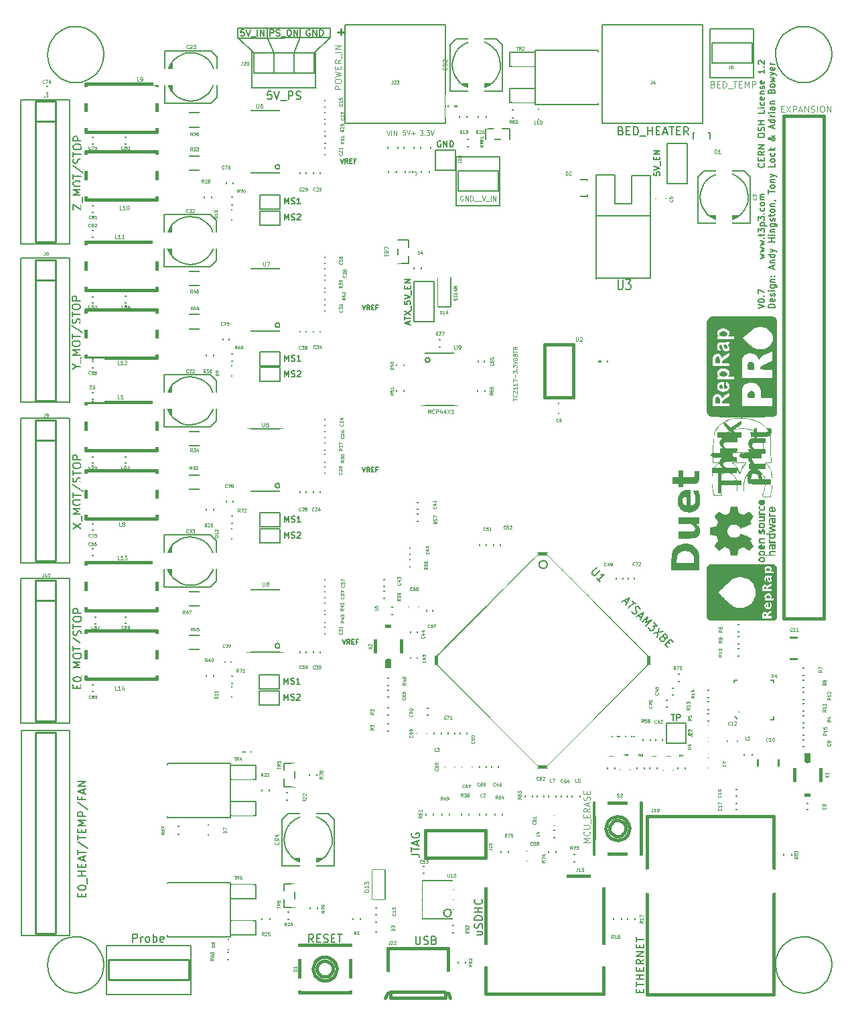
<source format=gto>
G04 (created by PCBNEW-RS274X (2012-01-19 BZR 3256)-stable) date 19/07/2014 16:24:45*
G01*
G70*
G90*
%MOIN*%
G04 Gerber Fmt 3.4, Leading zero omitted, Abs format*
%FSLAX34Y34*%
G04 APERTURE LIST*
%ADD10C,0.006000*%
%ADD11C,0.010300*%
%ADD12C,0.006900*%
%ADD13C,0.005000*%
%ADD14C,0.015000*%
%ADD15C,0.006700*%
%ADD16C,0.005900*%
%ADD17C,0.007900*%
%ADD18C,0.003900*%
%ADD19C,0.010000*%
%ADD20C,0.009800*%
%ADD21C,0.008000*%
%ADD22C,0.000100*%
%ADD23C,0.012000*%
%ADD24C,0.004700*%
%ADD25C,0.004900*%
%ADD26C,0.004300*%
%ADD27C,0.002000*%
%ADD28C,0.001600*%
%ADD29C,0.004800*%
%ADD30C,0.003500*%
%ADD31C,0.004000*%
%ADD32C,0.004400*%
%ADD33C,0.002800*%
%ADD34C,0.216900*%
%ADD35R,0.098700X0.098700*%
%ADD36C,0.118400*%
%ADD37R,0.134200X0.094800*%
%ADD38O,0.059400X0.069200*%
%ADD39R,0.035700X0.073100*%
%ADD40O,0.094800X0.102700*%
%ADD41C,0.053500*%
%ADD42R,0.083000X0.138100*%
%ADD43R,0.248300X0.264100*%
%ADD44R,0.080000X0.080000*%
%ADD45C,0.080000*%
%ADD46R,0.077900X0.036500*%
%ADD47R,0.138100X0.190100*%
%ADD48R,0.059400X0.146000*%
%ADD49R,0.146000X0.059400*%
%ADD50R,0.059400X0.043600*%
%ADD51R,0.043600X0.059400*%
%ADD52R,0.100000X0.164000*%
%ADD53R,0.100000X0.060000*%
%ADD54R,0.161700X0.083000*%
%ADD55R,0.083000X0.161700*%
%ADD56R,0.057400X0.059400*%
%ADD57R,0.059400X0.057400*%
%ADD58R,0.065300X0.090900*%
%ADD59R,0.065300X0.077100*%
%ADD60R,0.077100X0.065300*%
%ADD61R,0.110600X0.071200*%
%ADD62R,0.275900X0.252300*%
%ADD63R,0.134200X0.079100*%
%ADD64R,0.079100X0.134200*%
%ADD65R,0.059400X0.059400*%
%ADD66C,0.059400*%
%ADD67R,0.063300X0.098700*%
%ADD68R,0.063300X0.051500*%
%ADD69R,0.067200X0.106600*%
%ADD70R,0.067200X0.075100*%
%ADD71R,0.083000X0.075100*%
%ADD72R,0.047600X0.083000*%
%ADD73R,0.070000X0.045000*%
%ADD74R,0.029800X0.043600*%
%ADD75R,0.043600X0.029800*%
%ADD76R,0.149900X0.149900*%
%ADD77R,0.120000X0.125100*%
%ADD78R,0.070000X0.050000*%
%ADD79R,0.125100X0.120000*%
%ADD80R,0.050000X0.070000*%
%ADD81C,0.149900*%
%ADD82C,0.120000*%
%ADD83R,0.067200X0.090900*%
%ADD84C,0.051500*%
%ADD85C,0.157600*%
%ADD86R,0.029000X0.054000*%
%ADD87R,0.173500X0.079800*%
G04 APERTURE END LIST*
G54D10*
G54D11*
X15784Y47978D02*
X16096Y47978D01*
X15940Y47822D02*
X15940Y48134D01*
G54D12*
X36719Y34223D02*
X37034Y34328D01*
X36719Y34433D01*
X36719Y34598D02*
X36719Y34628D01*
X36734Y34658D01*
X36749Y34673D01*
X36779Y34688D01*
X36839Y34703D01*
X36914Y34703D01*
X36974Y34688D01*
X37004Y34673D01*
X37019Y34658D01*
X37034Y34628D01*
X37034Y34598D01*
X37019Y34568D01*
X37004Y34553D01*
X36974Y34538D01*
X36914Y34523D01*
X36839Y34523D01*
X36779Y34538D01*
X36749Y34553D01*
X36734Y34568D01*
X36719Y34598D01*
X37004Y34838D02*
X37019Y34853D01*
X37034Y34838D01*
X37019Y34823D01*
X37004Y34838D01*
X37034Y34838D01*
X36719Y34958D02*
X36719Y35168D01*
X37034Y35033D01*
X36824Y36698D02*
X37034Y36758D01*
X36884Y36818D01*
X37034Y36878D01*
X36824Y36938D01*
X36824Y37028D02*
X37034Y37088D01*
X36884Y37148D01*
X37034Y37208D01*
X36824Y37268D01*
X36824Y37358D02*
X37034Y37418D01*
X36884Y37478D01*
X37034Y37538D01*
X36824Y37598D01*
X37004Y37718D02*
X37019Y37733D01*
X37034Y37718D01*
X37019Y37703D01*
X37004Y37718D01*
X37034Y37718D01*
X36824Y37823D02*
X36824Y37943D01*
X36719Y37868D02*
X36989Y37868D01*
X37019Y37883D01*
X37034Y37913D01*
X37034Y37943D01*
X36719Y38018D02*
X36719Y38213D01*
X36839Y38108D01*
X36839Y38153D01*
X36854Y38183D01*
X36869Y38198D01*
X36899Y38213D01*
X36974Y38213D01*
X37004Y38198D01*
X37019Y38183D01*
X37034Y38153D01*
X37034Y38063D01*
X37019Y38033D01*
X37004Y38018D01*
X36824Y38348D02*
X37139Y38348D01*
X36839Y38348D02*
X36824Y38378D01*
X36824Y38438D01*
X36839Y38468D01*
X36854Y38483D01*
X36884Y38498D01*
X36974Y38498D01*
X37004Y38483D01*
X37019Y38468D01*
X37034Y38438D01*
X37034Y38378D01*
X37019Y38348D01*
X36719Y38603D02*
X36719Y38798D01*
X36839Y38693D01*
X36839Y38738D01*
X36854Y38768D01*
X36869Y38783D01*
X36899Y38798D01*
X36974Y38798D01*
X37004Y38783D01*
X37019Y38768D01*
X37034Y38738D01*
X37034Y38648D01*
X37019Y38618D01*
X37004Y38603D01*
X37004Y38933D02*
X37019Y38948D01*
X37034Y38933D01*
X37019Y38918D01*
X37004Y38933D01*
X37034Y38933D01*
X37019Y39218D02*
X37034Y39188D01*
X37034Y39128D01*
X37019Y39098D01*
X37004Y39083D01*
X36974Y39068D01*
X36884Y39068D01*
X36854Y39083D01*
X36839Y39098D01*
X36824Y39128D01*
X36824Y39188D01*
X36839Y39218D01*
X37034Y39398D02*
X37019Y39368D01*
X37004Y39353D01*
X36974Y39338D01*
X36884Y39338D01*
X36854Y39353D01*
X36839Y39368D01*
X36824Y39398D01*
X36824Y39443D01*
X36839Y39473D01*
X36854Y39488D01*
X36884Y39503D01*
X36974Y39503D01*
X37004Y39488D01*
X37019Y39473D01*
X37034Y39443D01*
X37034Y39398D01*
X37034Y39638D02*
X36824Y39638D01*
X36854Y39638D02*
X36839Y39653D01*
X36824Y39683D01*
X36824Y39728D01*
X36839Y39758D01*
X36869Y39773D01*
X37034Y39773D01*
X36869Y39773D02*
X36839Y39788D01*
X36824Y39818D01*
X36824Y39863D01*
X36839Y39893D01*
X36869Y39908D01*
X37034Y39908D01*
X37004Y41438D02*
X37019Y41423D01*
X37034Y41378D01*
X37034Y41348D01*
X37019Y41303D01*
X36989Y41273D01*
X36959Y41258D01*
X36899Y41243D01*
X36854Y41243D01*
X36794Y41258D01*
X36764Y41273D01*
X36734Y41303D01*
X36719Y41348D01*
X36719Y41378D01*
X36734Y41423D01*
X36749Y41438D01*
X36869Y41573D02*
X36869Y41678D01*
X37034Y41723D02*
X37034Y41573D01*
X36719Y41573D01*
X36719Y41723D01*
X37034Y42038D02*
X36884Y41933D01*
X37034Y41858D02*
X36719Y41858D01*
X36719Y41978D01*
X36734Y42008D01*
X36749Y42023D01*
X36779Y42038D01*
X36824Y42038D01*
X36854Y42023D01*
X36869Y42008D01*
X36884Y41978D01*
X36884Y41858D01*
X37034Y42173D02*
X36719Y42173D01*
X37034Y42353D01*
X36719Y42353D01*
X36719Y42803D02*
X36719Y42863D01*
X36734Y42893D01*
X36764Y42923D01*
X36824Y42938D01*
X36929Y42938D01*
X36989Y42923D01*
X37019Y42893D01*
X37034Y42863D01*
X37034Y42803D01*
X37019Y42773D01*
X36989Y42743D01*
X36929Y42728D01*
X36824Y42728D01*
X36764Y42743D01*
X36734Y42773D01*
X36719Y42803D01*
X37019Y43058D02*
X37034Y43103D01*
X37034Y43178D01*
X37019Y43208D01*
X37004Y43223D01*
X36974Y43238D01*
X36944Y43238D01*
X36914Y43223D01*
X36899Y43208D01*
X36884Y43178D01*
X36869Y43118D01*
X36854Y43088D01*
X36839Y43073D01*
X36809Y43058D01*
X36779Y43058D01*
X36749Y43073D01*
X36734Y43088D01*
X36719Y43118D01*
X36719Y43193D01*
X36734Y43238D01*
X37034Y43373D02*
X36719Y43373D01*
X36869Y43373D02*
X36869Y43553D01*
X37034Y43553D02*
X36719Y43553D01*
X37034Y44093D02*
X37034Y43943D01*
X36719Y43943D01*
X37034Y44198D02*
X36824Y44198D01*
X36719Y44198D02*
X36734Y44183D01*
X36749Y44198D01*
X36734Y44213D01*
X36719Y44198D01*
X36749Y44198D01*
X37019Y44483D02*
X37034Y44453D01*
X37034Y44393D01*
X37019Y44363D01*
X37004Y44348D01*
X36974Y44333D01*
X36884Y44333D01*
X36854Y44348D01*
X36839Y44363D01*
X36824Y44393D01*
X36824Y44453D01*
X36839Y44483D01*
X37019Y44738D02*
X37034Y44708D01*
X37034Y44648D01*
X37019Y44618D01*
X36989Y44603D01*
X36869Y44603D01*
X36839Y44618D01*
X36824Y44648D01*
X36824Y44708D01*
X36839Y44738D01*
X36869Y44753D01*
X36899Y44753D01*
X36929Y44603D01*
X36824Y44888D02*
X37034Y44888D01*
X36854Y44888D02*
X36839Y44903D01*
X36824Y44933D01*
X36824Y44978D01*
X36839Y45008D01*
X36869Y45023D01*
X37034Y45023D01*
X37019Y45158D02*
X37034Y45188D01*
X37034Y45248D01*
X37019Y45278D01*
X36989Y45293D01*
X36974Y45293D01*
X36944Y45278D01*
X36929Y45248D01*
X36929Y45203D01*
X36914Y45173D01*
X36884Y45158D01*
X36869Y45158D01*
X36839Y45173D01*
X36824Y45203D01*
X36824Y45248D01*
X36839Y45278D01*
X37019Y45548D02*
X37034Y45518D01*
X37034Y45458D01*
X37019Y45428D01*
X36989Y45413D01*
X36869Y45413D01*
X36839Y45428D01*
X36824Y45458D01*
X36824Y45518D01*
X36839Y45548D01*
X36869Y45563D01*
X36899Y45563D01*
X36929Y45413D01*
X37034Y46103D02*
X37034Y45923D01*
X37034Y46013D02*
X36719Y46013D01*
X36764Y45983D01*
X36794Y45953D01*
X36809Y45923D01*
X37004Y46238D02*
X37019Y46253D01*
X37034Y46238D01*
X37019Y46223D01*
X37004Y46238D01*
X37034Y46238D01*
X36749Y46373D02*
X36734Y46388D01*
X36719Y46418D01*
X36719Y46493D01*
X36734Y46523D01*
X36749Y46538D01*
X36779Y46553D01*
X36809Y46553D01*
X36854Y46538D01*
X37034Y46358D01*
X37034Y46553D01*
X37544Y34268D02*
X37229Y34268D01*
X37229Y34343D01*
X37244Y34388D01*
X37274Y34418D01*
X37304Y34433D01*
X37364Y34448D01*
X37409Y34448D01*
X37469Y34433D01*
X37499Y34418D01*
X37529Y34388D01*
X37544Y34343D01*
X37544Y34268D01*
X37529Y34703D02*
X37544Y34673D01*
X37544Y34613D01*
X37529Y34583D01*
X37499Y34568D01*
X37379Y34568D01*
X37349Y34583D01*
X37334Y34613D01*
X37334Y34673D01*
X37349Y34703D01*
X37379Y34718D01*
X37409Y34718D01*
X37439Y34568D01*
X37529Y34838D02*
X37544Y34868D01*
X37544Y34928D01*
X37529Y34958D01*
X37499Y34973D01*
X37484Y34973D01*
X37454Y34958D01*
X37439Y34928D01*
X37439Y34883D01*
X37424Y34853D01*
X37394Y34838D01*
X37379Y34838D01*
X37349Y34853D01*
X37334Y34883D01*
X37334Y34928D01*
X37349Y34958D01*
X37544Y35108D02*
X37334Y35108D01*
X37229Y35108D02*
X37244Y35093D01*
X37259Y35108D01*
X37244Y35123D01*
X37229Y35108D01*
X37259Y35108D01*
X37334Y35393D02*
X37589Y35393D01*
X37619Y35378D01*
X37634Y35363D01*
X37649Y35333D01*
X37649Y35288D01*
X37634Y35258D01*
X37529Y35393D02*
X37544Y35363D01*
X37544Y35303D01*
X37529Y35273D01*
X37514Y35258D01*
X37484Y35243D01*
X37394Y35243D01*
X37364Y35258D01*
X37349Y35273D01*
X37334Y35303D01*
X37334Y35363D01*
X37349Y35393D01*
X37334Y35543D02*
X37544Y35543D01*
X37364Y35543D02*
X37349Y35558D01*
X37334Y35588D01*
X37334Y35633D01*
X37349Y35663D01*
X37379Y35678D01*
X37544Y35678D01*
X37514Y35828D02*
X37529Y35843D01*
X37544Y35828D01*
X37529Y35813D01*
X37514Y35828D01*
X37544Y35828D01*
X37349Y35828D02*
X37364Y35843D01*
X37379Y35828D01*
X37364Y35813D01*
X37349Y35828D01*
X37379Y35828D01*
X37454Y36203D02*
X37454Y36353D01*
X37544Y36173D02*
X37229Y36278D01*
X37544Y36383D01*
X37334Y36488D02*
X37544Y36488D01*
X37364Y36488D02*
X37349Y36503D01*
X37334Y36533D01*
X37334Y36578D01*
X37349Y36608D01*
X37379Y36623D01*
X37544Y36623D01*
X37544Y36908D02*
X37229Y36908D01*
X37529Y36908D02*
X37544Y36878D01*
X37544Y36818D01*
X37529Y36788D01*
X37514Y36773D01*
X37484Y36758D01*
X37394Y36758D01*
X37364Y36773D01*
X37349Y36788D01*
X37334Y36818D01*
X37334Y36878D01*
X37349Y36908D01*
X37334Y37028D02*
X37544Y37103D01*
X37334Y37178D02*
X37544Y37103D01*
X37619Y37073D01*
X37634Y37058D01*
X37649Y37028D01*
X37544Y37538D02*
X37229Y37538D01*
X37379Y37538D02*
X37379Y37718D01*
X37544Y37718D02*
X37229Y37718D01*
X37544Y37868D02*
X37334Y37868D01*
X37229Y37868D02*
X37244Y37853D01*
X37259Y37868D01*
X37244Y37883D01*
X37229Y37868D01*
X37259Y37868D01*
X37334Y38018D02*
X37544Y38018D01*
X37364Y38018D02*
X37349Y38033D01*
X37334Y38063D01*
X37334Y38108D01*
X37349Y38138D01*
X37379Y38153D01*
X37544Y38153D01*
X37334Y38438D02*
X37589Y38438D01*
X37619Y38423D01*
X37634Y38408D01*
X37649Y38378D01*
X37649Y38333D01*
X37634Y38303D01*
X37529Y38438D02*
X37544Y38408D01*
X37544Y38348D01*
X37529Y38318D01*
X37514Y38303D01*
X37484Y38288D01*
X37394Y38288D01*
X37364Y38303D01*
X37349Y38318D01*
X37334Y38348D01*
X37334Y38408D01*
X37349Y38438D01*
X37529Y38573D02*
X37544Y38603D01*
X37544Y38663D01*
X37529Y38693D01*
X37499Y38708D01*
X37484Y38708D01*
X37454Y38693D01*
X37439Y38663D01*
X37439Y38618D01*
X37424Y38588D01*
X37394Y38573D01*
X37379Y38573D01*
X37349Y38588D01*
X37334Y38618D01*
X37334Y38663D01*
X37349Y38693D01*
X37334Y38798D02*
X37334Y38918D01*
X37229Y38843D02*
X37499Y38843D01*
X37529Y38858D01*
X37544Y38888D01*
X37544Y38918D01*
X37544Y39068D02*
X37529Y39038D01*
X37514Y39023D01*
X37484Y39008D01*
X37394Y39008D01*
X37364Y39023D01*
X37349Y39038D01*
X37334Y39068D01*
X37334Y39113D01*
X37349Y39143D01*
X37364Y39158D01*
X37394Y39173D01*
X37484Y39173D01*
X37514Y39158D01*
X37529Y39143D01*
X37544Y39113D01*
X37544Y39068D01*
X37334Y39308D02*
X37544Y39308D01*
X37364Y39308D02*
X37349Y39323D01*
X37334Y39353D01*
X37334Y39398D01*
X37349Y39428D01*
X37379Y39443D01*
X37544Y39443D01*
X37529Y39608D02*
X37544Y39608D01*
X37574Y39593D01*
X37589Y39578D01*
X37229Y39938D02*
X37229Y40118D01*
X37544Y40028D02*
X37229Y40028D01*
X37544Y40268D02*
X37529Y40238D01*
X37514Y40223D01*
X37484Y40208D01*
X37394Y40208D01*
X37364Y40223D01*
X37349Y40238D01*
X37334Y40268D01*
X37334Y40313D01*
X37349Y40343D01*
X37364Y40358D01*
X37394Y40373D01*
X37484Y40373D01*
X37514Y40358D01*
X37529Y40343D01*
X37544Y40313D01*
X37544Y40268D01*
X37334Y40508D02*
X37544Y40508D01*
X37364Y40508D02*
X37349Y40523D01*
X37334Y40553D01*
X37334Y40598D01*
X37349Y40628D01*
X37379Y40643D01*
X37544Y40643D01*
X37334Y40763D02*
X37544Y40838D01*
X37334Y40913D02*
X37544Y40838D01*
X37619Y40808D01*
X37634Y40793D01*
X37649Y40763D01*
X37544Y41423D02*
X37544Y41273D01*
X37229Y41273D01*
X37544Y41573D02*
X37529Y41543D01*
X37514Y41528D01*
X37484Y41513D01*
X37394Y41513D01*
X37364Y41528D01*
X37349Y41543D01*
X37334Y41573D01*
X37334Y41618D01*
X37349Y41648D01*
X37364Y41663D01*
X37394Y41678D01*
X37484Y41678D01*
X37514Y41663D01*
X37529Y41648D01*
X37544Y41618D01*
X37544Y41573D01*
X37529Y41948D02*
X37544Y41918D01*
X37544Y41858D01*
X37529Y41828D01*
X37514Y41813D01*
X37484Y41798D01*
X37394Y41798D01*
X37364Y41813D01*
X37349Y41828D01*
X37334Y41858D01*
X37334Y41918D01*
X37349Y41948D01*
X37544Y42083D02*
X37229Y42083D01*
X37424Y42113D02*
X37544Y42203D01*
X37334Y42203D02*
X37454Y42083D01*
X37544Y42833D02*
X37544Y42818D01*
X37529Y42788D01*
X37484Y42743D01*
X37394Y42668D01*
X37349Y42638D01*
X37304Y42623D01*
X37274Y42623D01*
X37244Y42638D01*
X37229Y42668D01*
X37229Y42683D01*
X37244Y42713D01*
X37274Y42728D01*
X37289Y42728D01*
X37319Y42713D01*
X37334Y42698D01*
X37394Y42608D01*
X37409Y42593D01*
X37439Y42578D01*
X37484Y42578D01*
X37514Y42593D01*
X37529Y42608D01*
X37544Y42638D01*
X37544Y42683D01*
X37529Y42713D01*
X37514Y42728D01*
X37454Y42773D01*
X37409Y42788D01*
X37379Y42788D01*
X37454Y43193D02*
X37454Y43343D01*
X37544Y43163D02*
X37229Y43268D01*
X37544Y43373D01*
X37544Y43613D02*
X37229Y43613D01*
X37529Y43613D02*
X37544Y43583D01*
X37544Y43523D01*
X37529Y43493D01*
X37514Y43478D01*
X37484Y43463D01*
X37394Y43463D01*
X37364Y43478D01*
X37349Y43493D01*
X37334Y43523D01*
X37334Y43583D01*
X37349Y43613D01*
X37544Y43763D02*
X37334Y43763D01*
X37394Y43763D02*
X37364Y43778D01*
X37349Y43793D01*
X37334Y43823D01*
X37334Y43853D01*
X37544Y43958D02*
X37334Y43958D01*
X37229Y43958D02*
X37244Y43943D01*
X37259Y43958D01*
X37244Y43973D01*
X37229Y43958D01*
X37259Y43958D01*
X37544Y44243D02*
X37379Y44243D01*
X37349Y44228D01*
X37334Y44198D01*
X37334Y44138D01*
X37349Y44108D01*
X37529Y44243D02*
X37544Y44213D01*
X37544Y44138D01*
X37529Y44108D01*
X37499Y44093D01*
X37469Y44093D01*
X37439Y44108D01*
X37424Y44138D01*
X37424Y44213D01*
X37409Y44243D01*
X37334Y44393D02*
X37544Y44393D01*
X37364Y44393D02*
X37349Y44408D01*
X37334Y44438D01*
X37334Y44483D01*
X37349Y44513D01*
X37379Y44528D01*
X37544Y44528D01*
X37379Y45023D02*
X37394Y45068D01*
X37409Y45083D01*
X37439Y45098D01*
X37484Y45098D01*
X37514Y45083D01*
X37529Y45068D01*
X37544Y45038D01*
X37544Y44918D01*
X37229Y44918D01*
X37229Y45023D01*
X37244Y45053D01*
X37259Y45068D01*
X37289Y45083D01*
X37319Y45083D01*
X37349Y45068D01*
X37364Y45053D01*
X37379Y45023D01*
X37379Y44918D01*
X37544Y45278D02*
X37529Y45248D01*
X37514Y45233D01*
X37484Y45218D01*
X37394Y45218D01*
X37364Y45233D01*
X37349Y45248D01*
X37334Y45278D01*
X37334Y45323D01*
X37349Y45353D01*
X37364Y45368D01*
X37394Y45383D01*
X37484Y45383D01*
X37514Y45368D01*
X37529Y45353D01*
X37544Y45323D01*
X37544Y45278D01*
X37334Y45488D02*
X37544Y45548D01*
X37394Y45608D01*
X37544Y45668D01*
X37334Y45728D01*
X37334Y45818D02*
X37544Y45893D01*
X37334Y45968D02*
X37544Y45893D01*
X37619Y45863D01*
X37634Y45848D01*
X37649Y45818D01*
X37529Y46208D02*
X37544Y46178D01*
X37544Y46118D01*
X37529Y46088D01*
X37499Y46073D01*
X37379Y46073D01*
X37349Y46088D01*
X37334Y46118D01*
X37334Y46178D01*
X37349Y46208D01*
X37379Y46223D01*
X37409Y46223D01*
X37439Y46073D01*
X37544Y46358D02*
X37334Y46358D01*
X37394Y46358D02*
X37364Y46373D01*
X37349Y46388D01*
X37334Y46418D01*
X37334Y46448D01*
G54D13*
X04154Y01575D02*
X04127Y01304D01*
X04048Y01042D01*
X03920Y00801D01*
X03747Y00589D01*
X03536Y00415D01*
X03296Y00285D01*
X03035Y00204D01*
X02763Y00176D01*
X02492Y00200D01*
X02230Y00277D01*
X01988Y00404D01*
X01775Y00575D01*
X01599Y00785D01*
X01468Y01024D01*
X01385Y01284D01*
X01355Y01556D01*
X01377Y01827D01*
X01453Y02090D01*
X01578Y02333D01*
X01747Y02547D01*
X01956Y02724D01*
X02194Y02857D01*
X02454Y02942D01*
X02725Y02974D01*
X02997Y02953D01*
X03260Y02880D01*
X03504Y02757D01*
X03719Y02588D01*
X03898Y02382D01*
X04032Y02144D01*
X04119Y01885D01*
X04153Y01614D01*
X04154Y01575D01*
X21140Y48346D02*
X16140Y48346D01*
X21140Y43425D02*
X21140Y48346D01*
X16140Y43425D02*
X16140Y48346D01*
X16144Y43425D02*
X21128Y43425D01*
G54D14*
X21277Y00196D02*
X21395Y-00079D01*
X18285Y00196D02*
X18167Y-00079D01*
X18275Y00236D02*
X18275Y02401D01*
X21287Y00236D02*
X21287Y02401D01*
X21139Y-00059D02*
X21139Y00196D01*
X18423Y-00059D02*
X18423Y00196D01*
X21139Y-00063D02*
X18423Y-00063D01*
X18275Y02409D02*
X21287Y02409D01*
X21287Y00228D02*
X18275Y00228D01*
G54D13*
X31360Y38823D02*
X31360Y40835D01*
X28655Y35713D02*
X28655Y38827D01*
X28655Y38827D02*
X28655Y40859D01*
X28655Y40859D02*
X29577Y40859D01*
X29577Y40859D02*
X29577Y39438D01*
X29577Y39438D02*
X30411Y39438D01*
X30411Y39438D02*
X30411Y40835D01*
X30411Y40835D02*
X31336Y40835D01*
X31336Y40835D02*
X31344Y40835D01*
X28660Y38825D02*
X31360Y38825D01*
X31364Y38818D02*
X31364Y35718D01*
X31359Y35719D02*
X28659Y35719D01*
G54D15*
X14702Y45218D02*
X14702Y46990D01*
X11530Y45204D02*
X11530Y47026D01*
X10820Y47682D02*
X15410Y47684D01*
X13616Y46924D02*
X13930Y47692D01*
X13930Y47692D02*
X13928Y48166D01*
X12610Y46930D02*
X12300Y47692D01*
X12300Y47692D02*
X12300Y48156D01*
X10814Y48090D02*
X10814Y48170D01*
X10814Y48170D02*
X15410Y48174D01*
X15410Y48174D02*
X15410Y47688D01*
X14612Y46924D02*
X15414Y47692D01*
X11622Y46920D02*
X10814Y47692D01*
X10814Y47692D02*
X10814Y48118D01*
X13618Y45944D02*
X13618Y46906D01*
X13618Y46906D02*
X13618Y46916D01*
G54D16*
X14705Y45210D02*
X11523Y45210D01*
G54D10*
X11614Y45930D02*
X11614Y46930D01*
X11614Y46930D02*
X14614Y46930D01*
X14614Y46930D02*
X14614Y45930D01*
X14614Y45930D02*
X11614Y45930D01*
X12614Y46930D02*
X12614Y45930D01*
G54D13*
X11301Y36193D02*
X11301Y33093D01*
X11301Y33093D02*
X13101Y33093D01*
X13101Y33093D02*
X13101Y36193D01*
X13101Y36193D02*
X11301Y36193D01*
X12912Y33393D02*
X12909Y33372D01*
X12903Y33351D01*
X12893Y33332D01*
X12879Y33315D01*
X12863Y33301D01*
X12844Y33291D01*
X12823Y33285D01*
X12801Y33283D01*
X12781Y33284D01*
X12760Y33291D01*
X12741Y33301D01*
X12724Y33314D01*
X12710Y33331D01*
X12699Y33350D01*
X12693Y33370D01*
X12691Y33392D01*
X12692Y33413D01*
X12698Y33433D01*
X12708Y33453D01*
X12722Y33470D01*
X12738Y33484D01*
X12757Y33494D01*
X12778Y33501D01*
X12799Y33503D01*
X12820Y33502D01*
X12841Y33496D01*
X12860Y33486D01*
X12877Y33473D01*
X12891Y33456D01*
X12902Y33438D01*
X12909Y33417D01*
X12911Y33396D01*
X12912Y33393D01*
X11300Y28220D02*
X11300Y25120D01*
X11300Y25120D02*
X13100Y25120D01*
X13100Y25120D02*
X13100Y28220D01*
X13100Y28220D02*
X11300Y28220D01*
X12911Y25420D02*
X12908Y25399D01*
X12902Y25378D01*
X12892Y25359D01*
X12878Y25342D01*
X12862Y25328D01*
X12843Y25318D01*
X12822Y25312D01*
X12800Y25310D01*
X12780Y25311D01*
X12759Y25318D01*
X12740Y25328D01*
X12723Y25341D01*
X12709Y25358D01*
X12698Y25377D01*
X12692Y25397D01*
X12690Y25419D01*
X12691Y25440D01*
X12697Y25460D01*
X12707Y25480D01*
X12721Y25497D01*
X12737Y25511D01*
X12756Y25521D01*
X12777Y25528D01*
X12798Y25530D01*
X12819Y25529D01*
X12840Y25523D01*
X12859Y25513D01*
X12876Y25500D01*
X12890Y25483D01*
X12901Y25465D01*
X12908Y25444D01*
X12910Y25423D01*
X12911Y25420D01*
X11300Y20249D02*
X11300Y17149D01*
X11300Y17149D02*
X13100Y17149D01*
X13100Y17149D02*
X13100Y20249D01*
X13100Y20249D02*
X11300Y20249D01*
X12911Y17449D02*
X12908Y17428D01*
X12902Y17407D01*
X12892Y17388D01*
X12878Y17371D01*
X12862Y17357D01*
X12843Y17347D01*
X12822Y17341D01*
X12800Y17339D01*
X12780Y17340D01*
X12759Y17347D01*
X12740Y17357D01*
X12723Y17370D01*
X12709Y17387D01*
X12698Y17406D01*
X12692Y17426D01*
X12690Y17448D01*
X12691Y17469D01*
X12697Y17489D01*
X12707Y17509D01*
X12721Y17526D01*
X12737Y17540D01*
X12756Y17550D01*
X12777Y17557D01*
X12798Y17559D01*
X12819Y17558D01*
X12840Y17552D01*
X12859Y17542D01*
X12876Y17529D01*
X12890Y17512D01*
X12901Y17494D01*
X12908Y17473D01*
X12910Y17452D01*
X12911Y17449D01*
X11302Y44069D02*
X11302Y40969D01*
X11302Y40969D02*
X13102Y40969D01*
X13102Y40969D02*
X13102Y44069D01*
X13102Y44069D02*
X11302Y44069D01*
X12913Y41269D02*
X12910Y41248D01*
X12904Y41227D01*
X12894Y41208D01*
X12880Y41191D01*
X12864Y41177D01*
X12845Y41167D01*
X12824Y41161D01*
X12802Y41159D01*
X12782Y41160D01*
X12761Y41167D01*
X12742Y41177D01*
X12725Y41190D01*
X12711Y41207D01*
X12700Y41226D01*
X12694Y41246D01*
X12692Y41268D01*
X12693Y41289D01*
X12699Y41309D01*
X12709Y41329D01*
X12723Y41346D01*
X12739Y41360D01*
X12758Y41370D01*
X12779Y41377D01*
X12800Y41379D01*
X12821Y41378D01*
X12842Y41372D01*
X12861Y41362D01*
X12878Y41349D01*
X12892Y41332D01*
X12903Y41314D01*
X12910Y41293D01*
X12912Y41272D01*
X12913Y41269D01*
X21764Y29409D02*
X21764Y32009D01*
X21764Y32009D02*
X19964Y32009D01*
X19964Y32009D02*
X19964Y29409D01*
X19964Y29409D02*
X21764Y29409D01*
X20375Y31659D02*
X20372Y31638D01*
X20366Y31617D01*
X20356Y31598D01*
X20342Y31581D01*
X20326Y31567D01*
X20307Y31557D01*
X20286Y31551D01*
X20264Y31549D01*
X20244Y31550D01*
X20223Y31557D01*
X20204Y31567D01*
X20187Y31580D01*
X20173Y31597D01*
X20162Y31616D01*
X20156Y31636D01*
X20154Y31658D01*
X20155Y31679D01*
X20161Y31699D01*
X20171Y31719D01*
X20185Y31736D01*
X20201Y31750D01*
X20220Y31760D01*
X20241Y31767D01*
X20262Y31769D01*
X20283Y31768D01*
X20304Y31762D01*
X20323Y31752D01*
X20340Y31739D01*
X20354Y31722D01*
X20365Y31704D01*
X20372Y31683D01*
X20374Y31662D01*
X20375Y31659D01*
G54D14*
X30116Y08366D02*
X30108Y08290D01*
X30086Y08216D01*
X30050Y08148D01*
X30001Y08089D01*
X29942Y08040D01*
X29874Y08003D01*
X29801Y07981D01*
X29724Y07973D01*
X29649Y07979D01*
X29575Y08001D01*
X29507Y08037D01*
X29447Y08085D01*
X29397Y08144D01*
X29360Y08211D01*
X29337Y08285D01*
X29329Y08361D01*
X29335Y08437D01*
X29356Y08511D01*
X29391Y08579D01*
X29439Y08639D01*
X29498Y08689D01*
X29565Y08727D01*
X29638Y08750D01*
X29714Y08759D01*
X29790Y08754D01*
X29864Y08733D01*
X29933Y08698D01*
X29993Y08651D01*
X30043Y08593D01*
X30081Y08526D01*
X30106Y08453D01*
X30115Y08377D01*
X30116Y08366D01*
X30313Y08366D02*
X30301Y08252D01*
X30268Y08141D01*
X30214Y08039D01*
X30141Y07950D01*
X30052Y07877D01*
X29951Y07822D01*
X29840Y07788D01*
X29726Y07776D01*
X29612Y07786D01*
X29501Y07819D01*
X29399Y07872D01*
X29309Y07944D01*
X29235Y08033D01*
X29179Y08134D01*
X29144Y08244D01*
X29132Y08358D01*
X29141Y08472D01*
X29173Y08583D01*
X29226Y08686D01*
X29297Y08776D01*
X29385Y08851D01*
X29486Y08907D01*
X29596Y08943D01*
X29710Y08956D01*
X29824Y08948D01*
X29935Y08917D01*
X30038Y08864D01*
X30129Y08793D01*
X30204Y08706D01*
X30261Y08606D01*
X30298Y08496D01*
X30312Y08382D01*
X30313Y08366D01*
X28541Y07086D02*
X28541Y09646D01*
X28541Y09646D02*
X30903Y09646D01*
X30903Y09646D02*
X30903Y07086D01*
X30903Y07086D02*
X28541Y07086D01*
X15549Y01378D02*
X15541Y01302D01*
X15519Y01228D01*
X15483Y01160D01*
X15434Y01101D01*
X15375Y01052D01*
X15307Y01015D01*
X15234Y00993D01*
X15157Y00985D01*
X15082Y00991D01*
X15008Y01013D01*
X14940Y01049D01*
X14880Y01097D01*
X14830Y01156D01*
X14793Y01223D01*
X14770Y01297D01*
X14762Y01373D01*
X14768Y01449D01*
X14789Y01523D01*
X14824Y01591D01*
X14872Y01651D01*
X14931Y01701D01*
X14998Y01739D01*
X15071Y01762D01*
X15147Y01771D01*
X15223Y01766D01*
X15297Y01745D01*
X15366Y01710D01*
X15426Y01663D01*
X15476Y01605D01*
X15514Y01538D01*
X15539Y01465D01*
X15548Y01389D01*
X15549Y01378D01*
X15746Y01378D02*
X15734Y01264D01*
X15701Y01153D01*
X15647Y01051D01*
X15574Y00962D01*
X15485Y00889D01*
X15384Y00834D01*
X15273Y00800D01*
X15159Y00788D01*
X15045Y00798D01*
X14934Y00831D01*
X14832Y00884D01*
X14742Y00956D01*
X14668Y01045D01*
X14612Y01146D01*
X14577Y01256D01*
X14565Y01370D01*
X14574Y01484D01*
X14606Y01595D01*
X14659Y01698D01*
X14730Y01788D01*
X14818Y01863D01*
X14919Y01919D01*
X15029Y01955D01*
X15143Y01968D01*
X15257Y01960D01*
X15368Y01929D01*
X15471Y01876D01*
X15562Y01805D01*
X15637Y01718D01*
X15694Y01618D01*
X15731Y01508D01*
X15745Y01394D01*
X15746Y01378D01*
X13875Y02559D02*
X16435Y02559D01*
X16435Y02559D02*
X16435Y00197D01*
X16435Y00197D02*
X13875Y00197D01*
X13875Y00197D02*
X13875Y02559D01*
G54D13*
X13659Y05395D02*
X13919Y05395D01*
X13659Y04645D02*
X13919Y04645D01*
X13109Y05020D02*
X12849Y05020D01*
X13109Y04430D02*
X13109Y05610D01*
X13109Y05610D02*
X13659Y05610D01*
X13659Y05610D02*
X13659Y04430D01*
X13659Y04430D02*
X13109Y04430D01*
X13659Y11399D02*
X13919Y11399D01*
X13659Y10649D02*
X13919Y10649D01*
X13109Y11024D02*
X12849Y11024D01*
X13109Y10434D02*
X13109Y11614D01*
X13109Y11614D02*
X13659Y11614D01*
X13659Y11614D02*
X13659Y10434D01*
X13659Y10434D02*
X13109Y10434D01*
X24133Y42619D02*
X24133Y42359D01*
X23383Y42619D02*
X23383Y42359D01*
X23758Y43169D02*
X23758Y43429D01*
X23168Y43169D02*
X24348Y43169D01*
X24348Y43169D02*
X24348Y42619D01*
X24348Y42619D02*
X23168Y42619D01*
X23168Y42619D02*
X23168Y43169D01*
G54D14*
X26081Y30515D02*
X25352Y30515D01*
X25352Y30515D02*
X25352Y31697D01*
X25352Y31697D02*
X26081Y31697D01*
X27537Y32012D02*
X28266Y32012D01*
X27537Y31106D02*
X28266Y31106D01*
X27537Y30200D02*
X28266Y30200D01*
X26081Y29787D02*
X26081Y32425D01*
X26081Y32425D02*
X27537Y32425D01*
X27537Y32425D02*
X27537Y29787D01*
X27537Y29787D02*
X26081Y29787D01*
G54D13*
X07344Y46048D02*
X07344Y45448D01*
X07394Y45298D02*
X07394Y46198D01*
X07444Y46298D02*
X07444Y45198D01*
X07494Y45098D02*
X07494Y46398D01*
X07544Y46448D02*
X07544Y45048D01*
X09694Y45748D02*
X09671Y45515D01*
X09603Y45291D01*
X09493Y45084D01*
X09345Y44903D01*
X09165Y44754D01*
X08959Y44642D01*
X08735Y44573D01*
X08502Y44549D01*
X08270Y44570D01*
X08045Y44636D01*
X07837Y44744D01*
X07655Y44891D01*
X07504Y45071D01*
X07392Y45276D01*
X07321Y45499D01*
X07295Y45732D01*
X07314Y45964D01*
X07379Y46189D01*
X07486Y46398D01*
X07631Y46581D01*
X07810Y46733D01*
X08014Y46847D01*
X08237Y46920D01*
X08469Y46947D01*
X08702Y46929D01*
X08927Y46866D01*
X09136Y46761D01*
X09321Y46617D01*
X09474Y46439D01*
X09590Y46236D01*
X09664Y46013D01*
X09693Y45781D01*
X09694Y45748D01*
X07194Y47048D02*
X07194Y44448D01*
X07194Y44448D02*
X09494Y44448D01*
X09494Y44448D02*
X09794Y44748D01*
X09794Y44748D02*
X09794Y46748D01*
X09794Y46748D02*
X09494Y47048D01*
X09494Y47048D02*
X07194Y47048D01*
X09344Y45748D02*
X09044Y45748D01*
X09194Y45898D02*
X09194Y45598D01*
X07313Y21954D02*
X07313Y21354D01*
X07363Y21204D02*
X07363Y22104D01*
X07413Y22204D02*
X07413Y21104D01*
X07463Y21004D02*
X07463Y22304D01*
X07513Y22354D02*
X07513Y20954D01*
X09663Y21654D02*
X09640Y21421D01*
X09572Y21197D01*
X09462Y20990D01*
X09314Y20809D01*
X09134Y20660D01*
X08928Y20548D01*
X08704Y20479D01*
X08471Y20455D01*
X08239Y20476D01*
X08014Y20542D01*
X07806Y20650D01*
X07624Y20797D01*
X07473Y20977D01*
X07361Y21182D01*
X07290Y21405D01*
X07264Y21638D01*
X07283Y21870D01*
X07348Y22095D01*
X07455Y22304D01*
X07600Y22487D01*
X07779Y22639D01*
X07983Y22753D01*
X08206Y22826D01*
X08438Y22853D01*
X08671Y22835D01*
X08896Y22772D01*
X09105Y22667D01*
X09290Y22523D01*
X09443Y22345D01*
X09559Y22142D01*
X09633Y21919D01*
X09662Y21687D01*
X09663Y21654D01*
X07163Y22954D02*
X07163Y20354D01*
X07163Y20354D02*
X09463Y20354D01*
X09463Y20354D02*
X09763Y20654D01*
X09763Y20654D02*
X09763Y22654D01*
X09763Y22654D02*
X09463Y22954D01*
X09463Y22954D02*
X07163Y22954D01*
X09313Y21654D02*
X09013Y21654D01*
X09163Y21804D02*
X09163Y21504D01*
X07313Y37898D02*
X07313Y37298D01*
X07363Y37148D02*
X07363Y38048D01*
X07413Y38148D02*
X07413Y37048D01*
X07463Y36948D02*
X07463Y38248D01*
X07513Y38298D02*
X07513Y36898D01*
X09663Y37598D02*
X09640Y37365D01*
X09572Y37141D01*
X09462Y36934D01*
X09314Y36753D01*
X09134Y36604D01*
X08928Y36492D01*
X08704Y36423D01*
X08471Y36399D01*
X08239Y36420D01*
X08014Y36486D01*
X07806Y36594D01*
X07624Y36741D01*
X07473Y36921D01*
X07361Y37126D01*
X07290Y37349D01*
X07264Y37582D01*
X07283Y37814D01*
X07348Y38039D01*
X07455Y38248D01*
X07600Y38431D01*
X07779Y38583D01*
X07983Y38697D01*
X08206Y38770D01*
X08438Y38797D01*
X08671Y38779D01*
X08896Y38716D01*
X09105Y38611D01*
X09290Y38467D01*
X09443Y38289D01*
X09559Y38086D01*
X09633Y37863D01*
X09662Y37631D01*
X09663Y37598D01*
X07163Y38898D02*
X07163Y36298D01*
X07163Y36298D02*
X09463Y36298D01*
X09463Y36298D02*
X09763Y36598D01*
X09763Y36598D02*
X09763Y38598D01*
X09763Y38598D02*
X09463Y38898D01*
X09463Y38898D02*
X07163Y38898D01*
X09313Y37598D02*
X09013Y37598D01*
X09163Y37748D02*
X09163Y37448D01*
X07313Y29926D02*
X07313Y29326D01*
X07363Y29176D02*
X07363Y30076D01*
X07413Y30176D02*
X07413Y29076D01*
X07463Y28976D02*
X07463Y30276D01*
X07513Y30326D02*
X07513Y28926D01*
X09663Y29626D02*
X09640Y29393D01*
X09572Y29169D01*
X09462Y28962D01*
X09314Y28781D01*
X09134Y28632D01*
X08928Y28520D01*
X08704Y28451D01*
X08471Y28427D01*
X08239Y28448D01*
X08014Y28514D01*
X07806Y28622D01*
X07624Y28769D01*
X07473Y28949D01*
X07361Y29154D01*
X07290Y29377D01*
X07264Y29610D01*
X07283Y29842D01*
X07348Y30067D01*
X07455Y30276D01*
X07600Y30459D01*
X07779Y30611D01*
X07983Y30725D01*
X08206Y30798D01*
X08438Y30825D01*
X08671Y30807D01*
X08896Y30744D01*
X09105Y30639D01*
X09290Y30495D01*
X09443Y30317D01*
X09559Y30114D01*
X09633Y29891D01*
X09662Y29659D01*
X09663Y29626D01*
X07163Y30926D02*
X07163Y28326D01*
X07163Y28326D02*
X09463Y28326D01*
X09463Y28326D02*
X09763Y28626D01*
X09763Y28626D02*
X09763Y30626D01*
X09763Y30626D02*
X09463Y30926D01*
X09463Y30926D02*
X07163Y30926D01*
X09313Y29626D02*
X09013Y29626D01*
X09163Y29776D02*
X09163Y29476D01*
X34729Y38622D02*
X35329Y38622D01*
X35479Y38672D02*
X34579Y38672D01*
X34479Y38722D02*
X35579Y38722D01*
X35679Y38772D02*
X34379Y38772D01*
X34329Y38822D02*
X35729Y38822D01*
X36229Y39772D02*
X36206Y39539D01*
X36138Y39315D01*
X36028Y39108D01*
X35880Y38927D01*
X35700Y38778D01*
X35494Y38666D01*
X35270Y38597D01*
X35037Y38573D01*
X34805Y38594D01*
X34580Y38660D01*
X34372Y38768D01*
X34190Y38915D01*
X34039Y39095D01*
X33927Y39300D01*
X33856Y39523D01*
X33830Y39756D01*
X33849Y39988D01*
X33914Y40213D01*
X34021Y40422D01*
X34166Y40605D01*
X34345Y40757D01*
X34549Y40871D01*
X34772Y40944D01*
X35004Y40971D01*
X35237Y40953D01*
X35462Y40890D01*
X35671Y40785D01*
X35856Y40641D01*
X36009Y40463D01*
X36125Y40260D01*
X36199Y40037D01*
X36228Y39805D01*
X36229Y39772D01*
X33729Y38472D02*
X36329Y38472D01*
X36329Y38472D02*
X36329Y40772D01*
X36329Y40772D02*
X36029Y41072D01*
X36029Y41072D02*
X34029Y41072D01*
X34029Y41072D02*
X33729Y40772D01*
X33729Y40772D02*
X33729Y38472D01*
X35029Y40622D02*
X35029Y40322D01*
X34879Y40472D02*
X35179Y40472D01*
G54D17*
X35382Y18494D02*
X36070Y18494D01*
X36070Y18494D02*
X36070Y18120D01*
X36070Y18120D02*
X35382Y18120D01*
X35382Y18120D02*
X35382Y18494D01*
X39317Y15955D02*
X38629Y15955D01*
X38629Y15955D02*
X38629Y16329D01*
X38629Y16329D02*
X39317Y16329D01*
X39317Y16329D02*
X39317Y15955D01*
X39317Y15364D02*
X38629Y15364D01*
X38629Y15364D02*
X38629Y15738D01*
X38629Y15738D02*
X39317Y15738D01*
X39317Y15738D02*
X39317Y15364D01*
X35382Y17904D02*
X36070Y17904D01*
X36070Y17904D02*
X36070Y17530D01*
X36070Y17530D02*
X35382Y17530D01*
X35382Y17530D02*
X35382Y17904D01*
X35382Y17313D02*
X36070Y17313D01*
X36070Y17313D02*
X36070Y16939D01*
X36070Y16939D02*
X35382Y16939D01*
X35382Y16939D02*
X35382Y17313D01*
X39317Y14183D02*
X38629Y14183D01*
X38629Y14183D02*
X38629Y14557D01*
X38629Y14557D02*
X39317Y14557D01*
X39317Y14557D02*
X39317Y14183D01*
X39317Y14774D02*
X38629Y14774D01*
X38629Y14774D02*
X38629Y15148D01*
X38629Y15148D02*
X39317Y15148D01*
X39317Y15148D02*
X39317Y14774D01*
X33905Y14656D02*
X34593Y14656D01*
X34593Y14656D02*
X34593Y14282D01*
X34593Y14282D02*
X33905Y14282D01*
X33905Y14282D02*
X33905Y14656D01*
X33905Y15246D02*
X34593Y15246D01*
X34593Y15246D02*
X34593Y14872D01*
X34593Y14872D02*
X33905Y14872D01*
X33905Y14872D02*
X33905Y15246D01*
X38629Y13376D02*
X39317Y13376D01*
X39317Y13376D02*
X39317Y13002D01*
X39317Y13002D02*
X38629Y13002D01*
X38629Y13002D02*
X38629Y13376D01*
X21858Y43416D02*
X21858Y44104D01*
X21858Y44104D02*
X22232Y44104D01*
X22232Y44104D02*
X22232Y43416D01*
X22232Y43416D02*
X21858Y43416D01*
X22803Y43416D02*
X22803Y44104D01*
X22803Y44104D02*
X23177Y44104D01*
X23177Y44104D02*
X23177Y43416D01*
X23177Y43416D02*
X22803Y43416D01*
X12015Y09892D02*
X12015Y10580D01*
X12015Y10580D02*
X12389Y10580D01*
X12389Y10580D02*
X12389Y09892D01*
X12389Y09892D02*
X12015Y09892D01*
X18709Y29774D02*
X18709Y30462D01*
X18709Y30462D02*
X19083Y30462D01*
X19083Y30462D02*
X19083Y29774D01*
X19083Y29774D02*
X18709Y29774D01*
X20559Y09399D02*
X20559Y08711D01*
X20559Y08711D02*
X20185Y08711D01*
X20185Y08711D02*
X20185Y09399D01*
X20185Y09399D02*
X20559Y09399D01*
X20125Y23632D02*
X19437Y23632D01*
X19437Y23632D02*
X19437Y24006D01*
X19437Y24006D02*
X20125Y24006D01*
X20125Y24006D02*
X20125Y23632D01*
X16544Y03495D02*
X16544Y04183D01*
X16544Y04183D02*
X16918Y04183D01*
X16918Y04183D02*
X16918Y03495D01*
X16918Y03495D02*
X16544Y03495D01*
X17961Y14360D02*
X18649Y14360D01*
X18649Y14360D02*
X18649Y13986D01*
X18649Y13986D02*
X17961Y13986D01*
X17961Y13986D02*
X17961Y14360D01*
X17961Y13573D02*
X18649Y13573D01*
X18649Y13573D02*
X18649Y13199D01*
X18649Y13199D02*
X17961Y13199D01*
X17961Y13199D02*
X17961Y13573D01*
X39318Y13593D02*
X38630Y13593D01*
X38630Y13593D02*
X38630Y13967D01*
X38630Y13967D02*
X39318Y13967D01*
X39318Y13967D02*
X39318Y13593D01*
X33905Y14065D02*
X34593Y14065D01*
X34593Y14065D02*
X34593Y13691D01*
X34593Y13691D02*
X33905Y13691D01*
X33905Y13691D02*
X33905Y14065D01*
X29909Y04183D02*
X29909Y03495D01*
X29909Y03495D02*
X29535Y03495D01*
X29535Y03495D02*
X29535Y04183D01*
X29535Y04183D02*
X29909Y04183D01*
X30224Y03495D02*
X30224Y04183D01*
X30224Y04183D02*
X30598Y04183D01*
X30598Y04183D02*
X30598Y03495D01*
X30598Y03495D02*
X30224Y03495D01*
X13630Y09755D02*
X12942Y09755D01*
X12942Y09755D02*
X12942Y10129D01*
X12942Y10129D02*
X13630Y10129D01*
X13630Y10129D02*
X13630Y09755D01*
X13669Y03829D02*
X12981Y03829D01*
X12981Y03829D02*
X12981Y04203D01*
X12981Y04203D02*
X13669Y04203D01*
X13669Y04203D02*
X13669Y03829D01*
X12409Y04183D02*
X12409Y03495D01*
X12409Y03495D02*
X12035Y03495D01*
X12035Y03495D02*
X12035Y04183D01*
X12035Y04183D02*
X12409Y04183D01*
X19083Y31742D02*
X19083Y31054D01*
X19083Y31054D02*
X18709Y31054D01*
X18709Y31054D02*
X18709Y31742D01*
X18709Y31742D02*
X19083Y31742D01*
X19732Y21368D02*
X19044Y21368D01*
X19044Y21368D02*
X19044Y21742D01*
X19044Y21742D02*
X19732Y21742D01*
X19732Y21742D02*
X19732Y21368D01*
X30972Y12412D02*
X30972Y13100D01*
X30972Y13100D02*
X31346Y13100D01*
X31346Y13100D02*
X31346Y12412D01*
X31346Y12412D02*
X30972Y12412D01*
X18452Y19793D02*
X17764Y19793D01*
X17764Y19793D02*
X17764Y20167D01*
X17764Y20167D02*
X18452Y20167D01*
X18452Y20167D02*
X18452Y19793D01*
G54D13*
X38951Y09609D02*
X38951Y09289D01*
X39391Y09299D02*
X39391Y09609D01*
X39491Y09289D02*
X38851Y09289D01*
X38851Y09289D02*
X38851Y09609D01*
X38851Y09609D02*
X39491Y09609D01*
X39491Y09609D02*
X39491Y09289D01*
X39194Y12438D02*
X39194Y12758D01*
X38754Y12748D02*
X38754Y12438D01*
X38654Y12758D02*
X39294Y12758D01*
X39294Y12758D02*
X39294Y12438D01*
X39294Y12438D02*
X38654Y12438D01*
X38654Y12438D02*
X38654Y12758D01*
X35408Y10298D02*
X35408Y09978D01*
X35848Y09988D02*
X35848Y10298D01*
X35948Y09978D02*
X35308Y09978D01*
X35308Y09978D02*
X35308Y10298D01*
X35308Y10298D02*
X35948Y10298D01*
X35948Y10298D02*
X35948Y09978D01*
X35408Y09609D02*
X35408Y09289D01*
X35848Y09299D02*
X35848Y09609D01*
X35948Y09289D02*
X35308Y09289D01*
X35308Y09289D02*
X35308Y09609D01*
X35308Y09609D02*
X35948Y09609D01*
X35948Y09609D02*
X35948Y09289D01*
X19608Y21986D02*
X19608Y22306D01*
X19168Y22296D02*
X19168Y21986D01*
X19068Y22306D02*
X19708Y22306D01*
X19708Y22306D02*
X19708Y21986D01*
X19708Y21986D02*
X19068Y21986D01*
X19068Y21986D02*
X19068Y22306D01*
X20001Y24249D02*
X20001Y24569D01*
X19561Y24559D02*
X19561Y24249D01*
X19461Y24569D02*
X20101Y24569D01*
X20101Y24569D02*
X20101Y24249D01*
X20101Y24249D02*
X19461Y24249D01*
X19461Y24249D02*
X19461Y24569D01*
X31629Y12536D02*
X31949Y12536D01*
X31939Y12976D02*
X31629Y12976D01*
X31949Y13076D02*
X31949Y12436D01*
X31949Y12436D02*
X31629Y12436D01*
X31629Y12436D02*
X31629Y13076D01*
X31629Y13076D02*
X31949Y13076D01*
X18328Y20411D02*
X18328Y20731D01*
X17888Y20721D02*
X17888Y20411D01*
X17788Y20731D02*
X18428Y20731D01*
X18428Y20731D02*
X18428Y20411D01*
X18428Y20411D02*
X17788Y20411D01*
X17788Y20411D02*
X17788Y20731D01*
G54D17*
X09260Y31546D02*
X09260Y32234D01*
X09260Y32234D02*
X09634Y32234D01*
X09634Y32234D02*
X09634Y31546D01*
X09634Y31546D02*
X09260Y31546D01*
X15499Y35246D02*
X14811Y35246D01*
X14811Y35246D02*
X14811Y35620D01*
X14811Y35620D02*
X15499Y35620D01*
X15499Y35620D02*
X15499Y35246D01*
X14812Y35026D02*
X15500Y35026D01*
X15500Y35026D02*
X15500Y34652D01*
X15500Y34652D02*
X14812Y34652D01*
X14812Y34652D02*
X14812Y35026D01*
X18649Y15463D02*
X17961Y15463D01*
X17961Y15463D02*
X17961Y15837D01*
X17961Y15837D02*
X18649Y15837D01*
X18649Y15837D02*
X18649Y15463D01*
G54D13*
X14935Y34412D02*
X14935Y34092D01*
X15375Y34102D02*
X15375Y34412D01*
X15475Y34092D02*
X14835Y34092D01*
X14835Y34092D02*
X14835Y34412D01*
X14835Y34412D02*
X15475Y34412D01*
X15475Y34412D02*
X15475Y34092D01*
X14922Y33287D02*
X14602Y33287D01*
X14612Y32847D02*
X14922Y32847D01*
X14602Y32747D02*
X14602Y33387D01*
X14602Y33387D02*
X14922Y33387D01*
X14922Y33387D02*
X14922Y32747D01*
X14922Y32747D02*
X14602Y32747D01*
X14935Y36184D02*
X14935Y35864D01*
X15375Y35874D02*
X15375Y36184D01*
X15475Y35864D02*
X14835Y35864D01*
X14835Y35864D02*
X14835Y36184D01*
X14835Y36184D02*
X15475Y36184D01*
X15475Y36184D02*
X15475Y35864D01*
X13913Y32847D02*
X14233Y32847D01*
X14223Y33287D02*
X13913Y33287D01*
X14233Y33387D02*
X14233Y32747D01*
X14233Y32747D02*
X13913Y32747D01*
X13913Y32747D02*
X13913Y33387D01*
X13913Y33387D02*
X14233Y33387D01*
G54D17*
X09260Y15601D02*
X09260Y16289D01*
X09260Y16289D02*
X09634Y16289D01*
X09634Y16289D02*
X09634Y15601D01*
X09634Y15601D02*
X09260Y15601D01*
X15499Y19203D02*
X14811Y19203D01*
X14811Y19203D02*
X14811Y19577D01*
X14811Y19577D02*
X15499Y19577D01*
X15499Y19577D02*
X15499Y19203D01*
X14810Y18983D02*
X15498Y18983D01*
X15498Y18983D02*
X15498Y18609D01*
X15498Y18609D02*
X14810Y18609D01*
X14810Y18609D02*
X14810Y18983D01*
X21346Y09399D02*
X21346Y08711D01*
X21346Y08711D02*
X20972Y08711D01*
X20972Y08711D02*
X20972Y09399D01*
X20972Y09399D02*
X21346Y09399D01*
G54D13*
X14935Y18369D02*
X14935Y18049D01*
X15375Y18059D02*
X15375Y18369D01*
X15475Y18049D02*
X14835Y18049D01*
X14835Y18049D02*
X14835Y18369D01*
X14835Y18369D02*
X15475Y18369D01*
X15475Y18369D02*
X15475Y18049D01*
X14920Y17343D02*
X14600Y17343D01*
X14610Y16903D02*
X14920Y16903D01*
X14600Y16803D02*
X14600Y17443D01*
X14600Y17443D02*
X14920Y17443D01*
X14920Y17443D02*
X14920Y16803D01*
X14920Y16803D02*
X14600Y16803D01*
X14935Y20140D02*
X14935Y19820D01*
X15375Y19830D02*
X15375Y20140D01*
X15475Y19820D02*
X14835Y19820D01*
X14835Y19820D02*
X14835Y20140D01*
X14835Y20140D02*
X15475Y20140D01*
X15475Y20140D02*
X15475Y19820D01*
X13911Y16903D02*
X14231Y16903D01*
X14221Y17343D02*
X13911Y17343D01*
X14231Y17443D02*
X14231Y16803D01*
X14231Y16803D02*
X13911Y16803D01*
X13911Y16803D02*
X13911Y17443D01*
X13911Y17443D02*
X14231Y17443D01*
G54D17*
X09161Y39420D02*
X09161Y40108D01*
X09161Y40108D02*
X09535Y40108D01*
X09535Y40108D02*
X09535Y39420D01*
X09535Y39420D02*
X09161Y39420D01*
X15499Y43022D02*
X14811Y43022D01*
X14811Y43022D02*
X14811Y43396D01*
X14811Y43396D02*
X15499Y43396D01*
X15499Y43396D02*
X15499Y43022D01*
X14813Y42804D02*
X15501Y42804D01*
X15501Y42804D02*
X15501Y42430D01*
X15501Y42430D02*
X14813Y42430D01*
X14813Y42430D02*
X14813Y42804D01*
G54D13*
X14935Y42188D02*
X14935Y41868D01*
X15375Y41878D02*
X15375Y42188D01*
X15475Y41868D02*
X14835Y41868D01*
X14835Y41868D02*
X14835Y42188D01*
X14835Y42188D02*
X15475Y42188D01*
X15475Y42188D02*
X15475Y41868D01*
X14923Y41163D02*
X14603Y41163D01*
X14613Y40723D02*
X14923Y40723D01*
X14603Y40623D02*
X14603Y41263D01*
X14603Y41263D02*
X14923Y41263D01*
X14923Y41263D02*
X14923Y40623D01*
X14923Y40623D02*
X14603Y40623D01*
X14935Y43959D02*
X14935Y43639D01*
X15375Y43649D02*
X15375Y43959D01*
X15475Y43639D02*
X14835Y43639D01*
X14835Y43639D02*
X14835Y43959D01*
X14835Y43959D02*
X15475Y43959D01*
X15475Y43959D02*
X15475Y43639D01*
X13914Y40723D02*
X14234Y40723D01*
X14224Y41163D02*
X13914Y41163D01*
X14234Y41263D02*
X14234Y40623D01*
X14234Y40623D02*
X13914Y40623D01*
X13914Y40623D02*
X13914Y41263D01*
X13914Y41263D02*
X14234Y41263D01*
G54D17*
X09260Y23869D02*
X09260Y24557D01*
X09260Y24557D02*
X09634Y24557D01*
X09634Y24557D02*
X09634Y23869D01*
X09634Y23869D02*
X09260Y23869D01*
X15499Y27175D02*
X14811Y27175D01*
X14811Y27175D02*
X14811Y27549D01*
X14811Y27549D02*
X15499Y27549D01*
X15499Y27549D02*
X15499Y27175D01*
X14811Y26955D02*
X15499Y26955D01*
X15499Y26955D02*
X15499Y26581D01*
X15499Y26581D02*
X14811Y26581D01*
X14811Y26581D02*
X14811Y26955D01*
G54D13*
X14935Y26341D02*
X14935Y26021D01*
X15375Y26031D02*
X15375Y26341D01*
X15475Y26021D02*
X14835Y26021D01*
X14835Y26021D02*
X14835Y26341D01*
X14835Y26341D02*
X15475Y26341D01*
X15475Y26341D02*
X15475Y26021D01*
X14921Y25315D02*
X14601Y25315D01*
X14611Y24875D02*
X14921Y24875D01*
X14601Y24775D02*
X14601Y25415D01*
X14601Y25415D02*
X14921Y25415D01*
X14921Y25415D02*
X14921Y24775D01*
X14921Y24775D02*
X14601Y24775D01*
X14935Y28113D02*
X14935Y27793D01*
X15375Y27803D02*
X15375Y28113D01*
X15475Y27793D02*
X14835Y27793D01*
X14835Y27793D02*
X14835Y28113D01*
X14835Y28113D02*
X15475Y28113D01*
X15475Y28113D02*
X15475Y27793D01*
X13912Y24875D02*
X14232Y24875D01*
X14222Y25315D02*
X13912Y25315D01*
X14232Y25415D02*
X14232Y24775D01*
X14232Y24775D02*
X13912Y24775D01*
X13912Y24775D02*
X13912Y25415D01*
X13912Y25415D02*
X14232Y25415D01*
G54D17*
X22331Y09399D02*
X22331Y08711D01*
X22331Y08711D02*
X21957Y08711D01*
X21957Y08711D02*
X21957Y09399D01*
X21957Y09399D02*
X22331Y09399D01*
X09328Y41083D02*
X07990Y41083D01*
X07990Y41083D02*
X07990Y41791D01*
X07990Y41791D02*
X09328Y41791D01*
X09328Y41791D02*
X09328Y41083D01*
G54D18*
X33954Y12697D02*
X33954Y12107D01*
X34446Y12107D02*
X34052Y12107D01*
X34052Y12697D02*
X34446Y12697D01*
G54D13*
X34049Y12102D02*
X33649Y12102D01*
X33649Y12102D02*
X33649Y12702D01*
X33649Y12702D02*
X34049Y12702D01*
X34449Y12702D02*
X34849Y12702D01*
X34849Y12702D02*
X34849Y12102D01*
X34849Y12102D02*
X34449Y12102D01*
G54D18*
X33954Y13484D02*
X33954Y12894D01*
X34446Y12894D02*
X34052Y12894D01*
X34052Y13484D02*
X34446Y13484D01*
G54D13*
X34049Y12889D02*
X33649Y12889D01*
X33649Y12889D02*
X33649Y13489D01*
X33649Y13489D02*
X34049Y13489D01*
X34449Y13489D02*
X34849Y13489D01*
X34849Y13489D02*
X34849Y12889D01*
X34849Y12889D02*
X34449Y12889D01*
G54D18*
X17518Y03681D02*
X17518Y03209D01*
G54D13*
X17265Y03695D02*
X18165Y03695D01*
X18165Y03695D02*
X18165Y03195D01*
X18165Y03195D02*
X17265Y03195D01*
X17265Y03195D02*
X17265Y03695D01*
X35181Y12948D02*
X35681Y12948D01*
X35181Y12448D02*
X35671Y12448D01*
X35181Y12298D02*
X35181Y13098D01*
X35181Y13098D02*
X35681Y13098D01*
X35681Y13098D02*
X35681Y12298D01*
X35681Y12298D02*
X35181Y12298D01*
X26539Y28998D02*
X26539Y29498D01*
X27039Y28998D02*
X27039Y29488D01*
X27189Y28998D02*
X26389Y28998D01*
X26389Y28998D02*
X26389Y29498D01*
X26389Y29498D02*
X27189Y29498D01*
X27189Y29498D02*
X27189Y28998D01*
G54D17*
X09328Y25237D02*
X07990Y25237D01*
X07990Y25237D02*
X07990Y25945D01*
X07990Y25945D02*
X09328Y25945D01*
X09328Y25945D02*
X09328Y25237D01*
X09328Y27402D02*
X07990Y27402D01*
X07990Y27402D02*
X07990Y28110D01*
X07990Y28110D02*
X09328Y28110D01*
X09328Y28110D02*
X09328Y27402D01*
X09328Y43248D02*
X07990Y43248D01*
X07990Y43248D02*
X07990Y43956D01*
X07990Y43956D02*
X09328Y43956D01*
X09328Y43956D02*
X09328Y43248D01*
X09328Y33209D02*
X07990Y33209D01*
X07990Y33209D02*
X07990Y33917D01*
X07990Y33917D02*
X09328Y33917D01*
X09328Y33917D02*
X09328Y33209D01*
X09328Y17264D02*
X07990Y17264D01*
X07990Y17264D02*
X07990Y17972D01*
X07990Y17972D02*
X09328Y17972D01*
X09328Y17972D02*
X09328Y17264D01*
X09328Y35374D02*
X07990Y35374D01*
X07990Y35374D02*
X07990Y36082D01*
X07990Y36082D02*
X09328Y36082D01*
X09328Y36082D02*
X09328Y35374D01*
X09328Y19429D02*
X07990Y19429D01*
X07990Y19429D02*
X07990Y20137D01*
X07990Y20137D02*
X09328Y20137D01*
X09328Y20137D02*
X09328Y19429D01*
G54D13*
X22772Y31374D02*
X23092Y31374D01*
X23082Y31814D02*
X22772Y31814D01*
X23092Y31914D02*
X23092Y31274D01*
X23092Y31274D02*
X22772Y31274D01*
X22772Y31274D02*
X22772Y31914D01*
X22772Y31914D02*
X23092Y31914D01*
X10463Y04881D02*
X11713Y04881D01*
X11713Y04881D02*
X11713Y05581D01*
X11713Y05581D02*
X10463Y05581D01*
X10463Y03081D02*
X11713Y03081D01*
X11713Y03081D02*
X11713Y03781D01*
X11713Y03781D02*
X10463Y03781D01*
X08063Y05681D02*
X10463Y05681D01*
X10463Y05681D02*
X10463Y02981D01*
X10463Y02981D02*
X07363Y02981D01*
X07313Y02981D02*
X07313Y05681D01*
X07363Y05681D02*
X08063Y05681D01*
X10461Y10786D02*
X11711Y10786D01*
X11711Y10786D02*
X11711Y11486D01*
X11711Y11486D02*
X10461Y11486D01*
X10461Y08986D02*
X11711Y08986D01*
X11711Y08986D02*
X11711Y09686D01*
X11711Y09686D02*
X10461Y09686D01*
X08061Y11586D02*
X10461Y11586D01*
X10461Y11586D02*
X10461Y08886D01*
X10461Y08886D02*
X07361Y08886D01*
X07311Y08886D02*
X07311Y11586D01*
X07361Y11586D02*
X08061Y11586D01*
X25618Y45159D02*
X24368Y45159D01*
X24368Y45159D02*
X24368Y44459D01*
X24368Y44459D02*
X25618Y44459D01*
X25618Y46959D02*
X24368Y46959D01*
X24368Y46959D02*
X24368Y46259D01*
X24368Y46259D02*
X25618Y46259D01*
X28018Y44359D02*
X25618Y44359D01*
X25618Y44359D02*
X25618Y47059D01*
X25618Y47059D02*
X28718Y47059D01*
X28768Y47059D02*
X28768Y44359D01*
X28718Y44359D02*
X28018Y44359D01*
G54D17*
X08216Y08081D02*
X07528Y08081D01*
X07528Y08081D02*
X07528Y08455D01*
X07528Y08455D02*
X08216Y08455D01*
X08216Y08455D02*
X08216Y08081D01*
X10696Y01816D02*
X10008Y01816D01*
X10008Y01816D02*
X10008Y02190D01*
X10008Y02190D02*
X10696Y02190D01*
X10696Y02190D02*
X10696Y01816D01*
X24850Y43711D02*
X24162Y43711D01*
X24162Y43711D02*
X24162Y44085D01*
X24162Y44085D02*
X24850Y44085D01*
X24850Y44085D02*
X24850Y43711D01*
G54D18*
X10170Y02814D02*
X10170Y02342D01*
G54D13*
X09917Y02828D02*
X10817Y02828D01*
X10817Y02828D02*
X10817Y02328D01*
X10817Y02328D02*
X09917Y02328D01*
X09917Y02328D02*
X09917Y02828D01*
G54D18*
X09545Y08032D02*
X09545Y08504D01*
G54D13*
X09798Y08018D02*
X08898Y08018D01*
X08898Y08018D02*
X08898Y08518D01*
X08898Y08518D02*
X09798Y08518D01*
X09798Y08518D02*
X09798Y08018D01*
G54D18*
X25982Y43662D02*
X25982Y44134D01*
G54D13*
X26235Y43648D02*
X25335Y43648D01*
X25335Y43648D02*
X25335Y44148D01*
X25335Y44148D02*
X26235Y44148D01*
X26235Y44148D02*
X26235Y43648D01*
G54D16*
X02468Y44610D02*
X02468Y37428D01*
X02468Y37428D02*
X00028Y37428D01*
X00028Y37428D02*
X00028Y44610D01*
X00028Y44610D02*
X02468Y44610D01*
G54D19*
X01748Y43519D02*
X00748Y43519D01*
X01748Y44519D02*
X01748Y37519D01*
X01748Y37519D02*
X00748Y37519D01*
X00748Y37519D02*
X00748Y44519D01*
X00748Y44519D02*
X01748Y44519D01*
G54D16*
X02468Y36734D02*
X02468Y29552D01*
X02468Y29552D02*
X00028Y29552D01*
X00028Y29552D02*
X00028Y36734D01*
X00028Y36734D02*
X02468Y36734D01*
G54D19*
X01748Y35643D02*
X00748Y35643D01*
X01748Y36643D02*
X01748Y29643D01*
X01748Y29643D02*
X00748Y29643D01*
X00748Y29643D02*
X00748Y36643D01*
X00748Y36643D02*
X01748Y36643D01*
G54D16*
X02468Y28761D02*
X02468Y21579D01*
X02468Y21579D02*
X00028Y21579D01*
X00028Y21579D02*
X00028Y28761D01*
X00028Y28761D02*
X02468Y28761D01*
G54D19*
X01748Y27670D02*
X00748Y27670D01*
X01748Y28670D02*
X01748Y21670D01*
X01748Y21670D02*
X00748Y21670D01*
X00748Y21670D02*
X00748Y28670D01*
X00748Y28670D02*
X01748Y28670D01*
G54D16*
X02468Y20790D02*
X02468Y13608D01*
X02468Y13608D02*
X00028Y13608D01*
X00028Y13608D02*
X00028Y20790D01*
X00028Y20790D02*
X02468Y20790D01*
G54D19*
X01748Y19699D02*
X00748Y19699D01*
X01748Y20699D02*
X01748Y13699D01*
X01748Y13699D02*
X00748Y13699D01*
X00748Y13699D02*
X00748Y20699D01*
X00748Y20699D02*
X01748Y20699D01*
G54D16*
X36502Y45709D02*
X34320Y45709D01*
X34320Y45709D02*
X34320Y48149D01*
X34320Y48149D02*
X36502Y48149D01*
X36502Y48149D02*
X36502Y45709D01*
G54D10*
X36411Y47429D02*
X36411Y46429D01*
X36411Y46429D02*
X34411Y46429D01*
X34411Y46429D02*
X34411Y47429D01*
X34411Y47429D02*
X36411Y47429D01*
G54D17*
X23119Y30461D02*
X23119Y29773D01*
X23119Y29773D02*
X22745Y29773D01*
X22745Y29773D02*
X22745Y30461D01*
X22745Y30461D02*
X23119Y30461D01*
X36405Y12352D02*
X36405Y11664D01*
X36405Y11664D02*
X36031Y11664D01*
X36031Y11664D02*
X36031Y12352D01*
X36031Y12352D02*
X36405Y12352D01*
G54D20*
X36672Y11220D02*
X37734Y11220D01*
X36672Y12008D02*
X37734Y12008D01*
X36672Y12283D02*
X37734Y12283D01*
X37734Y12283D02*
X37734Y10945D01*
X37734Y10945D02*
X36672Y10945D01*
X36672Y10945D02*
X36672Y12283D01*
X38876Y16792D02*
X38876Y17854D01*
X38088Y16792D02*
X38088Y17854D01*
X37813Y16792D02*
X37813Y17854D01*
X37813Y17854D02*
X39151Y17854D01*
X39151Y17854D02*
X39151Y16792D01*
X39151Y16792D02*
X37813Y16792D01*
G54D13*
X34500Y11864D02*
X34500Y11364D01*
X34000Y11864D02*
X34000Y11374D01*
X33850Y11864D02*
X34650Y11864D01*
X34650Y11864D02*
X34650Y11364D01*
X34650Y11364D02*
X33850Y11364D01*
X33850Y11364D02*
X33850Y11864D01*
G54D17*
X10873Y31604D02*
X10185Y31604D01*
X10185Y31604D02*
X10185Y31978D01*
X10185Y31978D02*
X10873Y31978D01*
X10873Y31978D02*
X10873Y31604D01*
X10873Y39380D02*
X10185Y39380D01*
X10185Y39380D02*
X10185Y39754D01*
X10185Y39754D02*
X10873Y39754D01*
X10873Y39754D02*
X10873Y39380D01*
X10873Y15561D02*
X10185Y15561D01*
X10185Y15561D02*
X10185Y15935D01*
X10185Y15935D02*
X10873Y15935D01*
X10873Y15935D02*
X10873Y15561D01*
X10873Y23533D02*
X10185Y23533D01*
X10185Y23533D02*
X10185Y23907D01*
X10185Y23907D02*
X10873Y23907D01*
X10873Y23907D02*
X10873Y23533D01*
G54D18*
X10332Y31338D02*
X10332Y30866D01*
G54D13*
X10079Y31352D02*
X10979Y31352D01*
X10979Y31352D02*
X10979Y30852D01*
X10979Y30852D02*
X10079Y30852D01*
X10079Y30852D02*
X10079Y31352D01*
G54D18*
X10332Y39114D02*
X10332Y38642D01*
G54D13*
X10079Y39128D02*
X10979Y39128D01*
X10979Y39128D02*
X10979Y38628D01*
X10979Y38628D02*
X10079Y38628D01*
X10079Y38628D02*
X10079Y39128D01*
G54D18*
X10332Y15393D02*
X10332Y14921D01*
G54D13*
X10079Y15407D02*
X10979Y15407D01*
X10979Y15407D02*
X10979Y14907D01*
X10979Y14907D02*
X10079Y14907D01*
X10079Y14907D02*
X10079Y15407D01*
G54D18*
X10332Y23267D02*
X10332Y22795D01*
G54D13*
X10079Y23281D02*
X10979Y23281D01*
X10979Y23281D02*
X10979Y22781D01*
X10979Y22781D02*
X10079Y22781D01*
X10079Y22781D02*
X10079Y23281D01*
X14935Y28703D02*
X14935Y28383D01*
X15375Y28393D02*
X15375Y28703D01*
X15475Y28383D02*
X14835Y28383D01*
X14835Y28383D02*
X14835Y28703D01*
X14835Y28703D02*
X15475Y28703D01*
X15475Y28703D02*
X15475Y28383D01*
X14935Y44550D02*
X14935Y44230D01*
X15375Y44240D02*
X15375Y44550D01*
X15475Y44230D02*
X14835Y44230D01*
X14835Y44230D02*
X14835Y44550D01*
X14835Y44550D02*
X15475Y44550D01*
X15475Y44550D02*
X15475Y44230D01*
X14935Y36774D02*
X14935Y36454D01*
X15375Y36464D02*
X15375Y36774D01*
X15475Y36454D02*
X14835Y36454D01*
X14835Y36454D02*
X14835Y36774D01*
X14835Y36774D02*
X15475Y36774D01*
X15475Y36774D02*
X15475Y36454D01*
X14935Y20731D02*
X14935Y20411D01*
X15375Y20421D02*
X15375Y20731D01*
X15475Y20411D02*
X14835Y20411D01*
X14835Y20411D02*
X14835Y20731D01*
X14835Y20731D02*
X15475Y20731D01*
X15475Y20731D02*
X15475Y20411D01*
X25445Y07238D02*
X25445Y06738D01*
X24945Y07238D02*
X24945Y06748D01*
X24795Y07238D02*
X25595Y07238D01*
X25595Y07238D02*
X25595Y06738D01*
X25595Y06738D02*
X24795Y06738D01*
X24795Y06738D02*
X24795Y07238D01*
G54D14*
X20151Y08254D02*
X23151Y08254D01*
X23151Y08254D02*
X23151Y06904D01*
X23151Y06904D02*
X20151Y06904D01*
X20151Y06904D02*
X20151Y08254D01*
X18079Y05886D02*
X17547Y05886D01*
X18079Y04901D02*
X17547Y04901D01*
X17547Y04901D02*
X17547Y06260D01*
X17547Y06260D02*
X18079Y06260D01*
X18079Y06260D02*
X18079Y04901D01*
X29014Y01870D02*
X29014Y00138D01*
X23148Y01870D02*
X23148Y00138D01*
X23148Y00138D02*
X29014Y00138D01*
X23148Y06004D02*
X23148Y01870D01*
X23148Y06004D02*
X29014Y06004D01*
X29014Y06004D02*
X29014Y01870D01*
G54D17*
X32724Y10995D02*
X32724Y11683D01*
X32724Y11683D02*
X33098Y11683D01*
X33098Y11683D02*
X33098Y10995D01*
X33098Y10995D02*
X32724Y10995D01*
X30677Y10995D02*
X30677Y11683D01*
X30677Y11683D02*
X31051Y11683D01*
X31051Y11683D02*
X31051Y10995D01*
X31051Y10995D02*
X30677Y10995D01*
X18158Y19380D02*
X18846Y19380D01*
X18846Y19380D02*
X18846Y19006D01*
X18846Y19006D02*
X18158Y19006D01*
X18158Y19006D02*
X18158Y19380D01*
X27842Y10285D02*
X27842Y09597D01*
X27842Y09597D02*
X27468Y09597D01*
X27468Y09597D02*
X27468Y10285D01*
X27468Y10285D02*
X27842Y10285D01*
X26229Y08258D02*
X26917Y08258D01*
X26917Y08258D02*
X26917Y07884D01*
X26917Y07884D02*
X26229Y07884D01*
X26229Y07884D02*
X26229Y08258D01*
X20953Y13435D02*
X20953Y12747D01*
X20953Y12747D02*
X20579Y12747D01*
X20579Y12747D02*
X20579Y13435D01*
X20579Y13435D02*
X20953Y13435D01*
G54D14*
X31271Y17011D02*
X26261Y22021D01*
X26261Y11443D02*
X31271Y16453D01*
X20693Y16453D02*
X25703Y11443D01*
X25703Y22021D02*
X20693Y17011D01*
X26261Y11443D02*
X25703Y11443D01*
X31271Y17011D02*
X31271Y16453D01*
X25703Y22021D02*
X26261Y22021D01*
X20693Y16453D02*
X20693Y17011D01*
G54D21*
X26215Y21485D02*
X26211Y21447D01*
X26199Y21409D01*
X26181Y21375D01*
X26156Y21345D01*
X26126Y21320D01*
X26092Y21301D01*
X26055Y21290D01*
X26016Y21286D01*
X25978Y21289D01*
X25941Y21300D01*
X25906Y21318D01*
X25876Y21343D01*
X25850Y21373D01*
X25832Y21407D01*
X25820Y21444D01*
X25816Y21483D01*
X25819Y21521D01*
X25830Y21558D01*
X25847Y21593D01*
X25872Y21623D01*
X25901Y21649D01*
X25935Y21668D01*
X25973Y21680D01*
X26011Y21684D01*
X26049Y21681D01*
X26087Y21671D01*
X26122Y21653D01*
X26152Y21629D01*
X26178Y21600D01*
X26197Y21566D01*
X26210Y21529D01*
X26214Y21490D01*
X26215Y21485D01*
G54D13*
X21106Y11667D02*
X21606Y11667D01*
X21106Y11167D02*
X21596Y11167D01*
X21106Y11017D02*
X21106Y11817D01*
X21106Y11817D02*
X21606Y11817D01*
X21606Y11817D02*
X21606Y11017D01*
X21606Y11017D02*
X21106Y11017D01*
X19835Y19140D02*
X19335Y19140D01*
X19835Y19640D02*
X19345Y19640D01*
X19835Y19790D02*
X19835Y18990D01*
X19835Y18990D02*
X19335Y18990D01*
X19335Y18990D02*
X19335Y19790D01*
X19335Y19790D02*
X19835Y19790D01*
X26323Y08510D02*
X26323Y09010D01*
X26823Y08510D02*
X26823Y09000D01*
X26973Y08510D02*
X26173Y08510D01*
X26173Y08510D02*
X26173Y09010D01*
X26173Y09010D02*
X26973Y09010D01*
X26973Y09010D02*
X26973Y08510D01*
X19728Y13341D02*
X20228Y13341D01*
X19728Y12841D02*
X20218Y12841D01*
X19728Y12691D02*
X19728Y13491D01*
X19728Y13491D02*
X20228Y13491D01*
X20228Y13491D02*
X20228Y12691D01*
X20228Y12691D02*
X19728Y12691D01*
X29866Y11530D02*
X30366Y11530D01*
X29866Y11030D02*
X30356Y11030D01*
X29866Y10880D02*
X29866Y11680D01*
X29866Y11680D02*
X30366Y11680D01*
X30366Y11680D02*
X30366Y10880D01*
X30366Y10880D02*
X29866Y10880D01*
X31972Y11510D02*
X32472Y11510D01*
X31972Y11010D02*
X32462Y11010D01*
X31972Y10860D02*
X31972Y11660D01*
X31972Y11660D02*
X32472Y11660D01*
X32472Y11660D02*
X32472Y10860D01*
X32472Y10860D02*
X31972Y10860D01*
X31963Y14727D02*
X31963Y14407D01*
X32403Y14417D02*
X32403Y14727D01*
X32503Y14407D02*
X31863Y14407D01*
X31863Y14407D02*
X31863Y14727D01*
X31863Y14727D02*
X32503Y14727D01*
X32503Y14727D02*
X32503Y14407D01*
X17935Y04072D02*
X17935Y04392D01*
X17495Y04382D02*
X17495Y04072D01*
X17395Y04392D02*
X18035Y04392D01*
X18035Y04392D02*
X18035Y04072D01*
X18035Y04072D02*
X17395Y04072D01*
X17395Y04072D02*
X17395Y04392D01*
X19425Y17890D02*
X19745Y17890D01*
X19735Y18330D02*
X19425Y18330D01*
X19745Y18430D02*
X19745Y17790D01*
X19745Y17790D02*
X19425Y17790D01*
X19425Y17790D02*
X19425Y18430D01*
X19425Y18430D02*
X19745Y18430D01*
X19745Y17051D02*
X19425Y17051D01*
X19435Y16611D02*
X19745Y16611D01*
X19425Y16511D02*
X19425Y17151D01*
X19425Y17151D02*
X19745Y17151D01*
X19745Y17151D02*
X19745Y16511D01*
X19745Y16511D02*
X19425Y16511D01*
X23780Y11637D02*
X23460Y11637D01*
X23470Y11197D02*
X23780Y11197D01*
X23460Y11097D02*
X23460Y11737D01*
X23460Y11737D02*
X23780Y11737D01*
X23780Y11737D02*
X23780Y11097D01*
X23780Y11097D02*
X23460Y11097D01*
X32258Y15317D02*
X32258Y14997D01*
X32698Y15007D02*
X32698Y15317D01*
X32798Y14997D02*
X32158Y14997D01*
X32158Y14997D02*
X32158Y15317D01*
X32158Y15317D02*
X32798Y15317D01*
X32798Y15317D02*
X32798Y14997D01*
X29661Y20548D02*
X29981Y20548D01*
X29971Y20988D02*
X29661Y20988D01*
X29981Y21088D02*
X29981Y20448D01*
X29981Y20448D02*
X29661Y20448D01*
X29661Y20448D02*
X29661Y21088D01*
X29661Y21088D02*
X29981Y21088D01*
X30251Y20548D02*
X30571Y20548D01*
X30561Y20988D02*
X30251Y20988D01*
X30571Y21088D02*
X30571Y20448D01*
X30571Y20448D02*
X30251Y20448D01*
X30251Y20448D02*
X30251Y21088D01*
X30251Y21088D02*
X30571Y21088D01*
X21615Y13311D02*
X21295Y13311D01*
X21305Y12871D02*
X21615Y12871D01*
X21295Y12771D02*
X21295Y13411D01*
X21295Y13411D02*
X21615Y13411D01*
X21615Y13411D02*
X21615Y12771D01*
X21615Y12771D02*
X21295Y12771D01*
X23189Y11637D02*
X22869Y11637D01*
X22879Y11197D02*
X23189Y11197D01*
X22869Y11097D02*
X22869Y11737D01*
X22869Y11737D02*
X23189Y11737D01*
X23189Y11737D02*
X23189Y11097D01*
X23189Y11097D02*
X22869Y11097D01*
X22205Y13311D02*
X21885Y13311D01*
X21895Y12871D02*
X22205Y12871D01*
X21885Y12771D02*
X21885Y13411D01*
X21885Y13411D02*
X22205Y13411D01*
X22205Y13411D02*
X22205Y12771D01*
X22205Y12771D02*
X21885Y12771D01*
X20212Y18973D02*
X20532Y18973D01*
X20522Y19413D02*
X20212Y19413D01*
X20532Y19513D02*
X20532Y18873D01*
X20532Y18873D02*
X20212Y18873D01*
X20212Y18873D02*
X20212Y19513D01*
X20212Y19513D02*
X20532Y19513D01*
X22869Y22221D02*
X23189Y22221D01*
X23179Y22661D02*
X22869Y22661D01*
X23189Y22761D02*
X23189Y22121D01*
X23189Y22121D02*
X22869Y22121D01*
X22869Y22121D02*
X22869Y22761D01*
X22869Y22761D02*
X23189Y22761D01*
X18525Y14899D02*
X18525Y15219D01*
X18085Y15209D02*
X18085Y14899D01*
X17985Y15219D02*
X18625Y15219D01*
X18625Y15219D02*
X18625Y14899D01*
X18625Y14899D02*
X17985Y14899D01*
X17985Y14899D02*
X17985Y15219D01*
X27225Y10161D02*
X26905Y10161D01*
X26915Y09721D02*
X27225Y09721D01*
X26905Y09621D02*
X26905Y10261D01*
X26905Y10261D02*
X27225Y10261D01*
X27225Y10261D02*
X27225Y09621D01*
X27225Y09621D02*
X26905Y09621D01*
X23189Y09275D02*
X22869Y09275D01*
X22879Y08835D02*
X23189Y08835D01*
X22869Y08735D02*
X22869Y09375D01*
X22869Y09375D02*
X23189Y09375D01*
X23189Y09375D02*
X23189Y08735D01*
X23189Y08735D02*
X22869Y08735D01*
X26044Y10161D02*
X25724Y10161D01*
X25734Y09721D02*
X26044Y09721D01*
X25724Y09621D02*
X25724Y10261D01*
X25724Y10261D02*
X26044Y10261D01*
X26044Y10261D02*
X26044Y09621D01*
X26044Y09621D02*
X25724Y09621D01*
X23558Y22221D02*
X23878Y22221D01*
X23868Y22661D02*
X23558Y22661D01*
X23878Y22761D02*
X23878Y22121D01*
X23878Y22121D02*
X23558Y22121D01*
X23558Y22121D02*
X23558Y22761D01*
X23558Y22761D02*
X23878Y22761D01*
X20493Y14013D02*
X20493Y14333D01*
X20053Y14323D02*
X20053Y14013D01*
X19953Y14333D02*
X20593Y14333D01*
X20593Y14333D02*
X20593Y14013D01*
X20593Y14013D02*
X19953Y14013D01*
X19953Y14013D02*
X19953Y14333D01*
G54D17*
X26287Y09597D02*
X26287Y10285D01*
X26287Y10285D02*
X26661Y10285D01*
X26661Y10285D02*
X26661Y09597D01*
X26661Y09597D02*
X26287Y09597D01*
G54D13*
X21992Y11667D02*
X22492Y11667D01*
X21992Y11167D02*
X22482Y11167D01*
X21992Y11017D02*
X21992Y11817D01*
X21992Y11817D02*
X22492Y11817D01*
X22492Y11817D02*
X22492Y11017D01*
X22492Y11017D02*
X21992Y11017D01*
G54D17*
X20521Y32667D02*
X21209Y32667D01*
X21209Y32667D02*
X21209Y32293D01*
X21209Y32293D02*
X20521Y32293D01*
X20521Y32293D02*
X20521Y32667D01*
G54D14*
X37974Y43799D02*
X39974Y43799D01*
X39974Y43799D02*
X39974Y18799D01*
X39974Y18799D02*
X37974Y18799D01*
X37974Y18799D02*
X37974Y43799D01*
G54D13*
X19986Y03873D02*
X21546Y03873D01*
X21546Y03873D02*
X21546Y05773D01*
X21546Y05773D02*
X19986Y05773D01*
X19986Y05773D02*
X19986Y03873D01*
X19986Y04073D02*
X19556Y04073D01*
X19986Y04573D02*
X19556Y04573D01*
X19986Y05073D02*
X19556Y05073D01*
X19556Y05573D02*
X19986Y05573D01*
X21546Y05573D02*
X21976Y05573D01*
X21976Y05073D02*
X21546Y05073D01*
X21976Y04573D02*
X21546Y04573D01*
X21976Y04073D02*
X21546Y04073D01*
X21442Y04163D02*
X21438Y04127D01*
X21427Y04093D01*
X21410Y04061D01*
X21387Y04032D01*
X21360Y04009D01*
X21328Y03992D01*
X21293Y03981D01*
X21257Y03978D01*
X21222Y03981D01*
X21187Y03991D01*
X21155Y04008D01*
X21126Y04031D01*
X21103Y04058D01*
X21086Y04090D01*
X21075Y04125D01*
X21071Y04161D01*
X21074Y04196D01*
X21084Y04231D01*
X21100Y04263D01*
X21123Y04292D01*
X21150Y04315D01*
X21182Y04333D01*
X21217Y04344D01*
X21253Y04348D01*
X21288Y04346D01*
X21323Y04336D01*
X21355Y04320D01*
X21384Y04297D01*
X21407Y04270D01*
X21425Y04238D01*
X21437Y04204D01*
X21441Y04168D01*
X21442Y04163D01*
G54D17*
X21209Y03533D02*
X21897Y03533D01*
X21897Y03533D02*
X21897Y03159D01*
X21897Y03159D02*
X21209Y03159D01*
X21209Y03159D02*
X21209Y03533D01*
G54D13*
X19857Y06459D02*
X19857Y06139D01*
X20297Y06149D02*
X20297Y06459D01*
X20397Y06139D02*
X19757Y06139D01*
X19757Y06139D02*
X19757Y06459D01*
X19757Y06459D02*
X20397Y06459D01*
X20397Y06459D02*
X20397Y06139D01*
G54D17*
X19968Y36564D02*
X19968Y35876D01*
X19968Y35876D02*
X19594Y35876D01*
X19594Y35876D02*
X19594Y36564D01*
X19594Y36564D02*
X19968Y36564D01*
X20342Y41348D02*
X20342Y40660D01*
X20342Y40660D02*
X19968Y40660D01*
X19968Y40660D02*
X19968Y41348D01*
X19968Y41348D02*
X20342Y41348D01*
X19535Y41348D02*
X19535Y40660D01*
X19535Y40660D02*
X19161Y40660D01*
X19161Y40660D02*
X19161Y41348D01*
X19161Y41348D02*
X19535Y41348D01*
X35530Y15748D02*
X35530Y13977D01*
X35530Y13977D02*
X35727Y13780D01*
X35727Y13780D02*
X37498Y13780D01*
X35530Y15748D02*
X37498Y15748D01*
X37498Y15748D02*
X37498Y13780D01*
G54D10*
X35922Y14073D02*
X35920Y14054D01*
X35914Y14036D01*
X35905Y14019D01*
X35893Y14004D01*
X35878Y13991D01*
X35861Y13982D01*
X35842Y13977D01*
X35823Y13975D01*
X35805Y13976D01*
X35786Y13982D01*
X35769Y13991D01*
X35754Y14003D01*
X35742Y14018D01*
X35733Y14034D01*
X35727Y14053D01*
X35725Y14072D01*
X35726Y14090D01*
X35731Y14109D01*
X35740Y14126D01*
X35752Y14141D01*
X35767Y14154D01*
X35784Y14163D01*
X35802Y14169D01*
X35821Y14171D01*
X35840Y14170D01*
X35858Y14165D01*
X35876Y14156D01*
X35891Y14144D01*
X35903Y14130D01*
X35913Y14113D01*
X35919Y14094D01*
X35921Y14075D01*
X35922Y14073D01*
G54D13*
X03812Y29710D02*
X03812Y30030D01*
X03372Y30020D02*
X03372Y29710D01*
X03272Y30030D02*
X03912Y30030D01*
X03912Y30030D02*
X03912Y29710D01*
X03912Y29710D02*
X03272Y29710D01*
X03272Y29710D02*
X03272Y30030D01*
G54D17*
X33502Y41831D02*
X34329Y41831D01*
X33478Y41554D02*
X33478Y42972D01*
X33478Y42972D02*
X34337Y42972D01*
X34337Y42972D02*
X34337Y41554D01*
X34337Y41554D02*
X33478Y41554D01*
X27073Y40622D02*
X27073Y39795D01*
X26796Y40646D02*
X28214Y40646D01*
X28214Y40646D02*
X28214Y39787D01*
X28214Y39787D02*
X26796Y39787D01*
X26796Y39787D02*
X26796Y40646D01*
G54D13*
X10074Y32457D02*
X10394Y32457D01*
X10384Y32897D02*
X10074Y32897D01*
X10394Y32997D02*
X10394Y32357D01*
X10394Y32357D02*
X10074Y32357D01*
X10074Y32357D02*
X10074Y32997D01*
X10074Y32997D02*
X10394Y32997D01*
X10271Y40233D02*
X10591Y40233D01*
X10581Y40673D02*
X10271Y40673D01*
X10591Y40773D02*
X10591Y40133D01*
X10591Y40133D02*
X10271Y40133D01*
X10271Y40133D02*
X10271Y40773D01*
X10271Y40773D02*
X10591Y40773D01*
X10173Y16414D02*
X10493Y16414D01*
X10483Y16854D02*
X10173Y16854D01*
X10493Y16954D02*
X10493Y16314D01*
X10493Y16314D02*
X10173Y16314D01*
X10173Y16314D02*
X10173Y16954D01*
X10173Y16954D02*
X10493Y16954D01*
X10271Y24386D02*
X10591Y24386D01*
X10581Y24826D02*
X10271Y24826D01*
X10591Y24926D02*
X10591Y24286D01*
X10591Y24286D02*
X10271Y24286D01*
X10271Y24286D02*
X10271Y24926D01*
X10271Y24926D02*
X10591Y24926D01*
G54D14*
X37498Y04528D02*
X37498Y08965D01*
X37498Y08965D02*
X31198Y08965D01*
X31198Y08965D02*
X31198Y04528D01*
X37498Y04528D02*
X37498Y00091D01*
X37498Y00091D02*
X31198Y00091D01*
X31198Y00091D02*
X31198Y04528D01*
X39269Y11811D02*
X39267Y11792D01*
X39261Y11774D01*
X39252Y11757D01*
X39240Y11742D01*
X39225Y11730D01*
X39208Y11721D01*
X39190Y11716D01*
X39171Y11714D01*
X39153Y11715D01*
X39135Y11721D01*
X39118Y11729D01*
X39103Y11741D01*
X39091Y11756D01*
X39081Y11773D01*
X39076Y11791D01*
X39074Y11810D01*
X39075Y11828D01*
X39080Y11847D01*
X39089Y11864D01*
X39101Y11879D01*
X39116Y11891D01*
X39132Y11900D01*
X39150Y11906D01*
X39169Y11908D01*
X39188Y11907D01*
X39206Y11902D01*
X39223Y11893D01*
X39238Y11881D01*
X39251Y11867D01*
X39260Y11850D01*
X39266Y11832D01*
X39268Y11813D01*
X39269Y11811D01*
X39821Y12028D02*
X39821Y10020D01*
X39821Y10020D02*
X38521Y10020D01*
X38521Y10020D02*
X38521Y12028D01*
X38521Y12028D02*
X39821Y12028D01*
X18403Y16634D02*
X18401Y16615D01*
X18395Y16597D01*
X18386Y16580D01*
X18374Y16565D01*
X18359Y16553D01*
X18342Y16544D01*
X18324Y16539D01*
X18305Y16537D01*
X18287Y16538D01*
X18269Y16544D01*
X18252Y16552D01*
X18237Y16564D01*
X18225Y16579D01*
X18215Y16596D01*
X18210Y16614D01*
X18208Y16633D01*
X18209Y16651D01*
X18214Y16670D01*
X18223Y16687D01*
X18235Y16702D01*
X18250Y16714D01*
X18266Y16723D01*
X18284Y16729D01*
X18303Y16731D01*
X18322Y16730D01*
X18340Y16725D01*
X18357Y16716D01*
X18372Y16704D01*
X18385Y16690D01*
X18394Y16673D01*
X18400Y16655D01*
X18402Y16636D01*
X18403Y16634D01*
X17655Y16417D02*
X17655Y18425D01*
X17655Y18425D02*
X18955Y18425D01*
X18955Y18425D02*
X18955Y16417D01*
X18955Y16417D02*
X17655Y16417D01*
G54D17*
X25480Y10285D02*
X25480Y09597D01*
X25480Y09597D02*
X25106Y09597D01*
X25106Y09597D02*
X25106Y10285D01*
X25106Y10285D02*
X25480Y10285D01*
X24004Y09399D02*
X24004Y08711D01*
X24004Y08711D02*
X23630Y08711D01*
X23630Y08711D02*
X23630Y09399D01*
X23630Y09399D02*
X24004Y09399D01*
X27213Y07077D02*
X27901Y07077D01*
X27901Y07077D02*
X27901Y06703D01*
X27901Y06703D02*
X27213Y06703D01*
X27213Y06703D02*
X27213Y07077D01*
X26287Y06841D02*
X26287Y07529D01*
X26287Y07529D02*
X26661Y07529D01*
X26661Y07529D02*
X26661Y06841D01*
X26661Y06841D02*
X26287Y06841D01*
X32429Y16033D02*
X33117Y16033D01*
X33117Y16033D02*
X33117Y15659D01*
X33117Y15659D02*
X32429Y15659D01*
X32429Y15659D02*
X32429Y16033D01*
X23925Y06841D02*
X23925Y07529D01*
X23925Y07529D02*
X24299Y07529D01*
X24299Y07529D02*
X24299Y06841D01*
X24299Y06841D02*
X23925Y06841D01*
G54D13*
X18784Y36665D02*
X18524Y36665D01*
X18784Y37415D02*
X18524Y37415D01*
X19334Y37040D02*
X19594Y37040D01*
X19334Y37630D02*
X19334Y36450D01*
X19334Y36450D02*
X18784Y36450D01*
X18784Y36450D02*
X18784Y37630D01*
X18784Y37630D02*
X19334Y37630D01*
G54D10*
X32196Y42444D02*
X33196Y42444D01*
X33196Y42444D02*
X33196Y40444D01*
X33196Y40444D02*
X32196Y40444D01*
X32196Y40444D02*
X32196Y42444D01*
X20589Y33550D02*
X19589Y33550D01*
X19589Y33550D02*
X19589Y35550D01*
X19589Y35550D02*
X20589Y35550D01*
X20589Y35550D02*
X20589Y33550D01*
G54D14*
X20813Y34751D02*
X21345Y34751D01*
X20813Y35736D02*
X21345Y35736D01*
X21345Y35736D02*
X21345Y34377D01*
X21345Y34377D02*
X20813Y34377D01*
X20813Y34377D02*
X20813Y35736D01*
G54D17*
X22625Y42254D02*
X21937Y42254D01*
X21937Y42254D02*
X21937Y42628D01*
X21937Y42628D02*
X22625Y42628D01*
X22625Y42628D02*
X22625Y42254D01*
X14378Y10680D02*
X14378Y11368D01*
X14378Y11368D02*
X14752Y11368D01*
X14752Y11368D02*
X14752Y10680D01*
X14752Y10680D02*
X14378Y10680D01*
X14417Y04026D02*
X14417Y04714D01*
X14417Y04714D02*
X14791Y04714D01*
X14791Y04714D02*
X14791Y04026D01*
X14791Y04026D02*
X14417Y04026D01*
G54D13*
X11927Y22568D02*
X12927Y22568D01*
X12927Y23268D02*
X11927Y23268D01*
X12927Y23268D02*
X12927Y22568D01*
X11927Y22568D02*
X11927Y23268D01*
X11929Y23356D02*
X12929Y23356D01*
X12929Y24056D02*
X11929Y24056D01*
X12929Y24056D02*
X12929Y23356D01*
X11929Y23356D02*
X11929Y24056D01*
X11931Y31366D02*
X12931Y31366D01*
X12931Y32066D02*
X11931Y32066D01*
X12931Y32066D02*
X12931Y31366D01*
X11931Y31366D02*
X11931Y32066D01*
X11923Y39182D02*
X12923Y39182D01*
X12923Y39882D02*
X11923Y39882D01*
X12923Y39882D02*
X12923Y39182D01*
X11923Y39182D02*
X11923Y39882D01*
X11901Y15302D02*
X12901Y15302D01*
X12901Y16002D02*
X11901Y16002D01*
X12901Y16002D02*
X12901Y15302D01*
X11901Y15302D02*
X11901Y16002D01*
X11901Y14506D02*
X12901Y14506D01*
X12901Y15206D02*
X11901Y15206D01*
X12901Y15206D02*
X12901Y14506D01*
X11901Y14506D02*
X11901Y15206D01*
X11937Y30584D02*
X12937Y30584D01*
X12937Y31284D02*
X11937Y31284D01*
X12937Y31284D02*
X12937Y30584D01*
X11937Y30584D02*
X11937Y31284D01*
X11923Y38382D02*
X12923Y38382D01*
X12923Y39082D02*
X11923Y39082D01*
X12923Y39082D02*
X12923Y38382D01*
X11923Y38382D02*
X11923Y39082D01*
G54D22*
G36*
X37517Y21488D02*
X37563Y21459D01*
X37595Y21434D01*
X37617Y21406D01*
X37245Y21406D01*
X37189Y21406D01*
X37134Y21396D01*
X37087Y21375D01*
X37069Y21361D01*
X37047Y21329D01*
X37037Y21287D01*
X37040Y21243D01*
X37054Y21204D01*
X37071Y21183D01*
X37088Y21163D01*
X37087Y21152D01*
X37067Y21148D01*
X37066Y21148D01*
X37051Y21146D01*
X37043Y21137D01*
X37041Y21115D01*
X37041Y21103D01*
X37041Y21058D01*
X37271Y21058D01*
X37501Y21058D01*
X37501Y21103D01*
X37501Y21148D01*
X37416Y21148D01*
X37378Y21149D01*
X37348Y21150D01*
X37332Y21153D01*
X37331Y21154D01*
X37337Y21165D01*
X37351Y21184D01*
X37356Y21190D01*
X37377Y21229D01*
X37382Y21273D01*
X37372Y21317D01*
X37347Y21356D01*
X37310Y21387D01*
X37294Y21394D01*
X37245Y21406D01*
X37617Y21406D01*
X37620Y21402D01*
X37640Y21367D01*
X37671Y21305D01*
X37671Y20938D01*
X37382Y20938D01*
X37253Y20938D01*
X37199Y20938D01*
X37161Y20936D01*
X37134Y20934D01*
X37115Y20929D01*
X37099Y20921D01*
X37090Y20915D01*
X37060Y20883D01*
X37049Y20857D01*
X35877Y20857D01*
X35760Y20856D01*
X35645Y20839D01*
X35534Y20805D01*
X35429Y20753D01*
X35400Y20734D01*
X35381Y20720D01*
X35352Y20694D01*
X35313Y20658D01*
X35266Y20615D01*
X35214Y20565D01*
X35157Y20511D01*
X35097Y20454D01*
X35037Y20396D01*
X34978Y20338D01*
X34922Y20282D01*
X34870Y20231D01*
X34825Y20185D01*
X34787Y20147D01*
X34760Y20118D01*
X34744Y20099D01*
X34741Y20094D01*
X34748Y20084D01*
X34768Y20062D01*
X34799Y20030D01*
X34841Y19987D01*
X34890Y19937D01*
X34947Y19881D01*
X35010Y19819D01*
X35054Y19776D01*
X35137Y19695D01*
X35209Y19626D01*
X35270Y19569D01*
X35321Y19522D01*
X35366Y19484D01*
X35405Y19453D01*
X35441Y19428D01*
X35474Y19409D01*
X35507Y19392D01*
X35541Y19378D01*
X35578Y19365D01*
X35586Y19362D01*
X35668Y19341D01*
X35760Y19330D01*
X35856Y19328D01*
X35948Y19336D01*
X36001Y19347D01*
X36119Y19386D01*
X36228Y19442D01*
X36325Y19514D01*
X36410Y19599D01*
X36480Y19697D01*
X36536Y19805D01*
X36574Y19923D01*
X36576Y19933D01*
X36584Y19980D01*
X36587Y20041D01*
X36587Y20109D01*
X36584Y20178D01*
X36577Y20240D01*
X36568Y20289D01*
X36567Y20293D01*
X36530Y20393D01*
X36477Y20492D01*
X36411Y20584D01*
X36336Y20664D01*
X36308Y20688D01*
X36210Y20756D01*
X36104Y20806D01*
X35992Y20840D01*
X35877Y20857D01*
X37049Y20857D01*
X37041Y20836D01*
X37034Y20776D01*
X37037Y20733D01*
X37041Y20689D01*
X37046Y20661D01*
X37054Y20646D01*
X37066Y20639D01*
X37084Y20638D01*
X37086Y20638D01*
X37109Y20639D01*
X37116Y20646D01*
X37111Y20662D01*
X37111Y20664D01*
X37104Y20692D01*
X37101Y20729D01*
X37102Y20767D01*
X37106Y20799D01*
X37113Y20820D01*
X37114Y20820D01*
X37133Y20836D01*
X37144Y20841D01*
X37154Y20842D01*
X37160Y20832D01*
X37161Y20807D01*
X37161Y20803D01*
X37164Y20752D01*
X37174Y20704D01*
X37187Y20664D01*
X37202Y20640D01*
X37232Y20619D01*
X37272Y20611D01*
X37313Y20615D01*
X37322Y20618D01*
X37354Y20641D01*
X37374Y20676D01*
X37381Y20719D01*
X37375Y20763D01*
X37356Y20802D01*
X37339Y20828D01*
X37333Y20842D01*
X37338Y20846D01*
X37354Y20845D01*
X37367Y20846D01*
X37375Y20855D01*
X37378Y20878D01*
X37379Y20890D01*
X37382Y20938D01*
X37671Y20938D01*
X37671Y20548D01*
X37371Y20548D01*
X37353Y20543D01*
X37323Y20529D01*
X37286Y20510D01*
X37250Y20489D01*
X37217Y20468D01*
X37194Y20450D01*
X37190Y20446D01*
X37162Y20417D01*
X37147Y20445D01*
X37121Y20476D01*
X37086Y20493D01*
X37047Y20498D01*
X37007Y20489D01*
X36973Y20469D01*
X36948Y20438D01*
X36942Y20421D01*
X36937Y20395D01*
X36934Y20355D01*
X36932Y20308D01*
X36931Y20271D01*
X36931Y20158D01*
X37156Y20158D01*
X37381Y20158D01*
X37381Y20208D01*
X37381Y20257D01*
X37294Y20260D01*
X37251Y20262D01*
X37225Y20264D01*
X37211Y20269D01*
X37205Y20276D01*
X37203Y20286D01*
X37203Y20319D01*
X37217Y20348D01*
X37246Y20375D01*
X37292Y20402D01*
X37300Y20406D01*
X37376Y20444D01*
X37379Y20496D01*
X37379Y20529D01*
X37375Y20546D01*
X37371Y20548D01*
X37671Y20548D01*
X37671Y20093D01*
X37671Y20058D01*
X37202Y20058D01*
X37145Y20049D01*
X37115Y20037D01*
X37074Y20011D01*
X37048Y19977D01*
X37037Y19941D01*
X37037Y19904D01*
X37049Y19865D01*
X37070Y19833D01*
X37074Y19829D01*
X37089Y19812D01*
X37085Y19801D01*
X37066Y19798D01*
X37051Y19796D01*
X37043Y19787D01*
X37041Y19765D01*
X37041Y19753D01*
X37041Y19708D01*
X37271Y19708D01*
X37501Y19708D01*
X37501Y19753D01*
X37501Y19798D01*
X37416Y19798D01*
X37378Y19799D01*
X37348Y19800D01*
X37332Y19803D01*
X37331Y19803D01*
X37337Y19814D01*
X37350Y19834D01*
X37356Y19842D01*
X37378Y19886D01*
X37382Y19933D01*
X37367Y19978D01*
X37350Y20002D01*
X37310Y20034D01*
X37259Y20053D01*
X37202Y20058D01*
X37671Y20058D01*
X37671Y19611D01*
X37231Y19611D01*
X37180Y19605D01*
X37125Y19592D01*
X37082Y19563D01*
X37053Y19521D01*
X37038Y19465D01*
X37037Y19432D01*
X37045Y19371D01*
X37068Y19323D01*
X37106Y19287D01*
X37125Y19277D01*
X37182Y19260D01*
X37238Y19260D01*
X37290Y19275D01*
X37333Y19305D01*
X37364Y19348D01*
X37367Y19353D01*
X37376Y19386D01*
X37380Y19431D01*
X37379Y19482D01*
X37374Y19530D01*
X37370Y19554D01*
X37362Y19581D01*
X37352Y19594D01*
X37336Y19598D01*
X37324Y19598D01*
X37301Y19596D01*
X37293Y19590D01*
X37295Y19575D01*
X37309Y19524D01*
X37317Y19486D01*
X37319Y19457D01*
X37316Y19431D01*
X37312Y19418D01*
X37298Y19388D01*
X37276Y19368D01*
X37254Y19360D01*
X37240Y19363D01*
X37237Y19375D01*
X37234Y19403D01*
X37232Y19442D01*
X37231Y19489D01*
X37231Y19490D01*
X37231Y19611D01*
X37671Y19611D01*
X37671Y19198D01*
X37371Y19198D01*
X37352Y19193D01*
X37322Y19179D01*
X37287Y19161D01*
X37250Y19139D01*
X37217Y19118D01*
X37194Y19101D01*
X37190Y19096D01*
X37162Y19067D01*
X37147Y19095D01*
X37120Y19127D01*
X37079Y19144D01*
X37042Y19148D01*
X37004Y19143D01*
X36976Y19127D01*
X36955Y19098D01*
X36941Y19054D01*
X36933Y18995D01*
X36931Y18919D01*
X36931Y18808D01*
X37156Y18808D01*
X37381Y18808D01*
X37381Y18863D01*
X37381Y18918D01*
X37291Y18918D01*
X37201Y18918D01*
X37201Y18947D01*
X37207Y18977D01*
X37227Y19005D01*
X37262Y19032D01*
X37310Y19057D01*
X37381Y19092D01*
X37381Y19145D01*
X37379Y19175D01*
X37375Y19194D01*
X37371Y19198D01*
X37671Y19198D01*
X37671Y18881D01*
X37640Y18819D01*
X37612Y18772D01*
X37581Y18740D01*
X37568Y18730D01*
X37543Y18713D01*
X37526Y18699D01*
X37523Y18696D01*
X37512Y18695D01*
X37483Y18694D01*
X37436Y18693D01*
X37373Y18692D01*
X37293Y18692D01*
X37199Y18691D01*
X37091Y18690D01*
X36970Y18690D01*
X36838Y18689D01*
X36695Y18689D01*
X36544Y18689D01*
X36383Y18688D01*
X36216Y18688D01*
X36042Y18688D01*
X35915Y18688D01*
X34311Y18688D01*
X34261Y18719D01*
X34211Y18760D01*
X34180Y18801D01*
X34151Y18853D01*
X34151Y20093D01*
X34151Y21333D01*
X34181Y21385D01*
X34220Y21436D01*
X34254Y21462D01*
X34298Y21488D01*
X35907Y21488D01*
X37517Y21488D01*
X37517Y21488D01*
X37517Y21488D01*
G37*
G36*
X35927Y33838D02*
X36078Y33838D01*
X36228Y33838D01*
X36375Y33838D01*
X36518Y33838D01*
X36656Y33837D01*
X36787Y33837D01*
X36910Y33836D01*
X37024Y33835D01*
X37127Y33835D01*
X37219Y33834D01*
X37297Y33833D01*
X37361Y33832D01*
X37408Y33831D01*
X37439Y33829D01*
X37451Y33828D01*
X37451Y33828D01*
X37459Y33819D01*
X37466Y33818D01*
X37495Y33810D01*
X37532Y33789D01*
X37575Y33756D01*
X37619Y33715D01*
X37654Y33678D01*
X37655Y33675D01*
X37657Y33670D01*
X37659Y33663D01*
X37660Y33653D01*
X37662Y33638D01*
X37663Y33619D01*
X37664Y33593D01*
X37665Y33562D01*
X37666Y33523D01*
X37667Y33477D01*
X37667Y33422D01*
X37668Y33358D01*
X37668Y33301D01*
X36822Y33301D01*
X36726Y33294D01*
X36635Y33277D01*
X36566Y33253D01*
X36540Y33242D01*
X36521Y33234D01*
X36492Y33218D01*
X34991Y33218D01*
X34938Y33217D01*
X34900Y33216D01*
X34872Y33212D01*
X34848Y33205D01*
X34823Y33195D01*
X34816Y33192D01*
X34773Y33166D01*
X34732Y33132D01*
X34721Y33120D01*
X34698Y33093D01*
X34687Y33072D01*
X34682Y33046D01*
X34681Y33014D01*
X34684Y32981D01*
X34690Y32947D01*
X34699Y32916D01*
X34709Y32893D01*
X34719Y32882D01*
X34723Y32884D01*
X34733Y32883D01*
X34742Y32870D01*
X34748Y32853D01*
X34748Y32844D01*
X34735Y32832D01*
X34714Y32826D01*
X34698Y32823D01*
X34690Y32815D01*
X34686Y32797D01*
X34686Y32768D01*
X34686Y32713D01*
X35099Y32710D01*
X35511Y32708D01*
X35511Y32773D01*
X35511Y32838D01*
X35366Y32838D01*
X35304Y32839D01*
X35261Y32840D01*
X35234Y32844D01*
X35221Y32851D01*
X35221Y32861D01*
X35232Y32875D01*
X35240Y32882D01*
X35261Y32908D01*
X35279Y32941D01*
X35293Y32976D01*
X35299Y33009D01*
X35298Y33033D01*
X35291Y33043D01*
X35283Y33057D01*
X35281Y33069D01*
X35273Y33088D01*
X35254Y33114D01*
X35227Y33142D01*
X35197Y33167D01*
X35169Y33186D01*
X35151Y33193D01*
X35128Y33200D01*
X35116Y33209D01*
X35104Y33212D01*
X35076Y33215D01*
X35037Y33217D01*
X34991Y33218D01*
X36492Y33218D01*
X36485Y33214D01*
X36447Y33183D01*
X36430Y33168D01*
X36403Y33143D01*
X36370Y33114D01*
X36352Y33098D01*
X36319Y33069D01*
X36291Y33044D01*
X36272Y33028D01*
X36267Y33022D01*
X36256Y33013D01*
X36233Y32992D01*
X36200Y32964D01*
X36159Y32929D01*
X36114Y32890D01*
X36069Y32851D01*
X36029Y32816D01*
X35997Y32788D01*
X35975Y32767D01*
X35966Y32758D01*
X35970Y32747D01*
X35986Y32727D01*
X36012Y32700D01*
X36027Y32685D01*
X36055Y32660D01*
X36094Y32624D01*
X36141Y32580D01*
X36150Y32571D01*
X35262Y32571D01*
X35241Y32563D01*
X35240Y32563D01*
X35225Y32557D01*
X35201Y32553D01*
X35167Y32550D01*
X35118Y32548D01*
X35054Y32548D01*
X35014Y32547D01*
X34931Y32546D01*
X34865Y32544D01*
X34814Y32539D01*
X34776Y32530D01*
X34747Y32518D01*
X34725Y32502D01*
X34708Y32480D01*
X34697Y32461D01*
X34688Y32430D01*
X34682Y32386D01*
X34680Y32335D01*
X34682Y32284D01*
X34687Y32239D01*
X34696Y32207D01*
X34697Y32206D01*
X34721Y32172D01*
X34753Y32141D01*
X34787Y32119D01*
X34802Y32113D01*
X34818Y32112D01*
X34830Y32121D01*
X34842Y32144D01*
X34844Y32148D01*
X34854Y32174D01*
X34860Y32191D01*
X34861Y32195D01*
X34854Y32204D01*
X34837Y32223D01*
X34821Y32238D01*
X34797Y32262D01*
X34785Y32282D01*
X34781Y32307D01*
X34781Y32322D01*
X34784Y32356D01*
X34793Y32385D01*
X34797Y32393D01*
X34820Y32414D01*
X34852Y32425D01*
X34883Y32422D01*
X34888Y32419D01*
X34901Y32404D01*
X34915Y32376D01*
X34928Y32339D01*
X34937Y32302D01*
X34941Y32269D01*
X34941Y32268D01*
X34944Y32245D01*
X34950Y32233D01*
X34959Y32221D01*
X34966Y32198D01*
X34977Y32172D01*
X34997Y32143D01*
X35005Y32134D01*
X35045Y32105D01*
X35096Y32090D01*
X35154Y32090D01*
X35167Y32092D01*
X35195Y32103D01*
X35225Y32122D01*
X35254Y32146D01*
X35274Y32170D01*
X35281Y32188D01*
X35286Y32207D01*
X35291Y32213D01*
X35300Y32229D01*
X35300Y32257D01*
X35293Y32293D01*
X35285Y32314D01*
X35270Y32347D01*
X35252Y32376D01*
X35250Y32380D01*
X35234Y32410D01*
X35235Y32432D01*
X35254Y32447D01*
X35256Y32448D01*
X35271Y32456D01*
X35278Y32469D01*
X35281Y32492D01*
X35281Y32511D01*
X35280Y32542D01*
X35277Y32564D01*
X35275Y32571D01*
X35262Y32571D01*
X36150Y32571D01*
X36193Y32531D01*
X36246Y32482D01*
X36266Y32463D01*
X36322Y32412D01*
X36374Y32366D01*
X36420Y32327D01*
X36458Y32297D01*
X36485Y32278D01*
X36489Y32275D01*
X36537Y32252D01*
X36585Y32232D01*
X36627Y32217D01*
X36659Y32209D01*
X36668Y32208D01*
X36688Y32204D01*
X36696Y32198D01*
X36708Y32194D01*
X36737Y32191D01*
X36779Y32189D01*
X36826Y32188D01*
X36877Y32189D01*
X36918Y32191D01*
X36946Y32194D01*
X36956Y32198D01*
X36970Y32206D01*
X36985Y32208D01*
X37010Y32212D01*
X37048Y32225D01*
X37094Y32243D01*
X37141Y32265D01*
X37179Y32285D01*
X37249Y32334D01*
X37313Y32397D01*
X37367Y32471D01*
X37403Y32539D01*
X37418Y32573D01*
X37434Y32608D01*
X37434Y32608D01*
X37442Y32636D01*
X37448Y32677D01*
X37450Y32724D01*
X37451Y32772D01*
X37448Y32817D01*
X37443Y32852D01*
X37436Y32872D01*
X37424Y32895D01*
X37421Y32910D01*
X37416Y32929D01*
X37405Y32956D01*
X37400Y32965D01*
X37336Y33062D01*
X37260Y33143D01*
X37172Y33208D01*
X37073Y33257D01*
X37007Y33279D01*
X36917Y33295D01*
X36822Y33301D01*
X37668Y33301D01*
X37669Y33283D01*
X37669Y33198D01*
X37670Y33101D01*
X37670Y32991D01*
X37670Y32868D01*
X37670Y32732D01*
X37670Y32580D01*
X37670Y32413D01*
X37670Y32230D01*
X37670Y32083D01*
X37421Y32083D01*
X37408Y32082D01*
X37382Y32074D01*
X37354Y32062D01*
X37291Y32034D01*
X37242Y32011D01*
X37223Y32003D01*
X35272Y32003D01*
X35271Y32003D01*
X35258Y32001D01*
X35235Y31991D01*
X35221Y31983D01*
X35196Y31969D01*
X35177Y31962D01*
X35172Y31962D01*
X35161Y31959D01*
X35141Y31946D01*
X35135Y31940D01*
X35106Y31917D01*
X35072Y31896D01*
X35066Y31893D01*
X35041Y31879D01*
X35025Y31868D01*
X35023Y31866D01*
X35011Y31858D01*
X35009Y31858D01*
X34994Y31851D01*
X34974Y31834D01*
X34955Y31814D01*
X34943Y31796D01*
X34941Y31791D01*
X34937Y31779D01*
X34926Y31783D01*
X34911Y31801D01*
X34895Y31828D01*
X34858Y31887D01*
X34811Y31928D01*
X34754Y31952D01*
X34685Y31960D01*
X34684Y31960D01*
X34644Y31958D01*
X34612Y31951D01*
X34580Y31936D01*
X34564Y31927D01*
X34535Y31909D01*
X34512Y31892D01*
X34495Y31874D01*
X34483Y31851D01*
X34475Y31822D01*
X34470Y31782D01*
X34467Y31730D01*
X34466Y31664D01*
X34466Y31593D01*
X34466Y31363D01*
X34861Y31360D01*
X34948Y31360D01*
X35030Y31360D01*
X35102Y31360D01*
X35165Y31360D01*
X35215Y31360D01*
X35249Y31361D01*
X35267Y31362D01*
X35268Y31363D01*
X35276Y31375D01*
X35280Y31400D01*
X35281Y31430D01*
X35278Y31460D01*
X35272Y31482D01*
X35269Y31486D01*
X35255Y31491D01*
X35225Y31495D01*
X35177Y31497D01*
X35111Y31498D01*
X35100Y31498D01*
X35038Y31498D01*
X34994Y31499D01*
X34964Y31502D01*
X34945Y31508D01*
X34935Y31518D01*
X34932Y31533D01*
X34931Y31553D01*
X34931Y31558D01*
X34937Y31597D01*
X34955Y31633D01*
X34989Y31668D01*
X35039Y31706D01*
X35041Y31707D01*
X35076Y31729D01*
X35104Y31747D01*
X35122Y31756D01*
X35126Y31758D01*
X35138Y31764D01*
X35146Y31771D01*
X35160Y31782D01*
X35187Y31800D01*
X35219Y31820D01*
X35220Y31821D01*
X35281Y31858D01*
X35281Y31927D01*
X35280Y31963D01*
X35276Y31990D01*
X35272Y32003D01*
X37223Y32003D01*
X37201Y31992D01*
X37163Y31975D01*
X37124Y31956D01*
X37077Y31933D01*
X37071Y31930D01*
X36990Y31890D01*
X36926Y31854D01*
X36877Y31821D01*
X36839Y31789D01*
X36810Y31756D01*
X36789Y31721D01*
X36775Y31696D01*
X36764Y31680D01*
X36760Y31678D01*
X36755Y31682D01*
X36746Y31696D01*
X36733Y31722D01*
X36713Y31762D01*
X36697Y31798D01*
X36680Y31823D01*
X36652Y31855D01*
X36617Y31888D01*
X36582Y31918D01*
X36550Y31939D01*
X36545Y31942D01*
X36516Y31955D01*
X36493Y31967D01*
X36489Y31969D01*
X36465Y31976D01*
X36446Y31978D01*
X36420Y31981D01*
X36386Y31987D01*
X36374Y31990D01*
X36320Y31995D01*
X36256Y31989D01*
X36188Y31973D01*
X36122Y31949D01*
X36063Y31918D01*
X36019Y31885D01*
X35984Y31846D01*
X35959Y31805D01*
X35938Y31754D01*
X35926Y31711D01*
X35922Y31694D01*
X35919Y31672D01*
X35917Y31645D01*
X35915Y31609D01*
X35914Y31563D01*
X35913Y31506D01*
X35913Y31435D01*
X35913Y31348D01*
X35913Y31245D01*
X35913Y31230D01*
X35005Y31230D01*
X34928Y31228D01*
X34855Y31216D01*
X34792Y31192D01*
X34766Y31177D01*
X34741Y31155D01*
X34715Y31126D01*
X34709Y31117D01*
X34693Y31091D01*
X34684Y31065D01*
X34681Y31031D01*
X34681Y31012D01*
X34684Y30964D01*
X34696Y30926D01*
X34719Y30891D01*
X34733Y30874D01*
X34747Y30852D01*
X34742Y30838D01*
X34718Y30831D01*
X34712Y30830D01*
X34680Y30827D01*
X34683Y30770D01*
X34686Y30713D01*
X35099Y30710D01*
X35511Y30708D01*
X35511Y30773D01*
X35511Y30838D01*
X35371Y30838D01*
X35315Y30838D01*
X35277Y30839D01*
X35252Y30841D01*
X35238Y30844D01*
X35232Y30849D01*
X35231Y30857D01*
X35238Y30878D01*
X35247Y30889D01*
X35264Y30910D01*
X35280Y30942D01*
X35294Y30977D01*
X35301Y31007D01*
X35301Y31013D01*
X35294Y31044D01*
X35277Y31082D01*
X35252Y31121D01*
X35225Y31154D01*
X35208Y31169D01*
X35150Y31200D01*
X35081Y31221D01*
X35005Y31230D01*
X35913Y31230D01*
X35913Y31202D01*
X35916Y30753D01*
X36665Y30751D01*
X36811Y30750D01*
X36938Y30750D01*
X37048Y30750D01*
X37141Y30750D01*
X37218Y30751D01*
X37281Y30751D01*
X37331Y30752D01*
X37369Y30754D01*
X37396Y30755D01*
X37413Y30757D01*
X37421Y30759D01*
X37423Y30760D01*
X37425Y30775D01*
X37427Y30805D01*
X37429Y30847D01*
X37430Y30898D01*
X37430Y30953D01*
X37430Y31009D01*
X37430Y31062D01*
X37428Y31108D01*
X37426Y31143D01*
X37424Y31163D01*
X37423Y31165D01*
X37415Y31169D01*
X37396Y31172D01*
X37364Y31175D01*
X37318Y31177D01*
X37256Y31178D01*
X37177Y31180D01*
X37115Y31180D01*
X36816Y31183D01*
X36816Y31242D01*
X36818Y31276D01*
X36823Y31298D01*
X36836Y31317D01*
X36860Y31339D01*
X36895Y31365D01*
X36946Y31395D01*
X37010Y31429D01*
X37087Y31465D01*
X37126Y31482D01*
X37156Y31496D01*
X37181Y31508D01*
X37186Y31511D01*
X37203Y31519D01*
X37233Y31535D01*
X37272Y31555D01*
X37310Y31575D01*
X37352Y31597D01*
X37388Y31617D01*
X37412Y31632D01*
X37423Y31641D01*
X37426Y31655D01*
X37428Y31685D01*
X37430Y31727D01*
X37430Y31778D01*
X37431Y31834D01*
X37431Y31892D01*
X37430Y31948D01*
X37429Y31999D01*
X37427Y32041D01*
X37424Y32070D01*
X37421Y32083D01*
X37421Y32083D01*
X37670Y32083D01*
X37670Y32030D01*
X37670Y31813D01*
X37670Y31576D01*
X37670Y31330D01*
X37670Y30580D01*
X34982Y30580D01*
X34949Y30577D01*
X34943Y30577D01*
X34869Y30565D01*
X34811Y30547D01*
X34765Y30519D01*
X34728Y30480D01*
X34711Y30455D01*
X34695Y30429D01*
X34686Y30404D01*
X34682Y30376D01*
X34681Y30336D01*
X34681Y30327D01*
X34682Y30285D01*
X34685Y30257D01*
X34692Y30236D01*
X34704Y30216D01*
X34709Y30210D01*
X34740Y30172D01*
X34771Y30142D01*
X34798Y30123D01*
X34813Y30118D01*
X34830Y30114D01*
X34835Y30109D01*
X34847Y30104D01*
X34873Y30097D01*
X34909Y30089D01*
X34916Y30088D01*
X34964Y30081D01*
X35002Y30080D01*
X35039Y30085D01*
X35049Y30087D01*
X35128Y30110D01*
X35191Y30142D01*
X35237Y30182D01*
X35263Y30225D01*
X35276Y30256D01*
X35288Y30284D01*
X35289Y30288D01*
X35300Y30337D01*
X35292Y30394D01*
X35285Y30418D01*
X35270Y30454D01*
X35250Y30488D01*
X35245Y30496D01*
X35226Y30515D01*
X35200Y30535D01*
X35173Y30553D01*
X35149Y30564D01*
X35135Y30565D01*
X35134Y30565D01*
X35129Y30555D01*
X35122Y30531D01*
X35112Y30491D01*
X35104Y30461D01*
X35105Y30445D01*
X35117Y30432D01*
X35136Y30422D01*
X35168Y30398D01*
X35185Y30366D01*
X35187Y30330D01*
X35176Y30294D01*
X35151Y30262D01*
X35114Y30237D01*
X35090Y30228D01*
X35065Y30221D01*
X35047Y30217D01*
X35035Y30220D01*
X35027Y30232D01*
X35023Y30256D01*
X35021Y30293D01*
X35021Y30346D01*
X35021Y30381D01*
X35021Y30437D01*
X35020Y30487D01*
X35018Y30528D01*
X35016Y30555D01*
X35015Y30563D01*
X35011Y30574D01*
X35001Y30579D01*
X34982Y30580D01*
X37670Y30580D01*
X37670Y30524D01*
X36399Y30524D01*
X36334Y30524D01*
X36272Y30521D01*
X36217Y30514D01*
X36177Y30504D01*
X36176Y30503D01*
X36097Y30466D01*
X36035Y30423D01*
X35987Y30371D01*
X35950Y30307D01*
X35932Y30260D01*
X35927Y30244D01*
X35922Y30228D01*
X35919Y30209D01*
X35916Y30186D01*
X35915Y30157D01*
X35913Y30118D01*
X35912Y30070D01*
X35912Y30011D01*
X35274Y30011D01*
X35263Y30011D01*
X35240Y30001D01*
X35227Y29994D01*
X35138Y29943D01*
X35066Y29905D01*
X35038Y29887D01*
X35005Y29860D01*
X34974Y29831D01*
X34922Y29779D01*
X34898Y29831D01*
X34867Y29885D01*
X34829Y29923D01*
X34782Y29948D01*
X34763Y29954D01*
X34691Y29967D01*
X34624Y29961D01*
X34564Y29938D01*
X34513Y29900D01*
X34481Y29858D01*
X34476Y29840D01*
X34471Y29806D01*
X34467Y29759D01*
X34464Y29704D01*
X34462Y29644D01*
X34461Y29583D01*
X34461Y29524D01*
X34462Y29471D01*
X34464Y29427D01*
X34467Y29396D01*
X34471Y29383D01*
X34477Y29379D01*
X34488Y29376D01*
X34507Y29373D01*
X34536Y29371D01*
X34575Y29370D01*
X34627Y29369D01*
X34694Y29368D01*
X34778Y29368D01*
X34876Y29368D01*
X34980Y29368D01*
X35066Y29368D01*
X35134Y29369D01*
X35187Y29371D01*
X35226Y29372D01*
X35253Y29374D01*
X35268Y29377D01*
X35275Y29380D01*
X35277Y29397D01*
X35278Y29426D01*
X35278Y29448D01*
X35276Y29503D01*
X35115Y29504D01*
X35060Y29505D01*
X35011Y29506D01*
X34973Y29508D01*
X34949Y29510D01*
X34943Y29512D01*
X34934Y29527D01*
X34932Y29555D01*
X34935Y29588D01*
X34943Y29620D01*
X34949Y29634D01*
X34979Y29674D01*
X35027Y29713D01*
X35072Y29741D01*
X35111Y29762D01*
X35150Y29786D01*
X35162Y29794D01*
X35188Y29809D01*
X35206Y29819D01*
X35211Y29821D01*
X35221Y29827D01*
X35241Y29840D01*
X35249Y29845D01*
X35266Y29860D01*
X35276Y29875D01*
X35280Y29895D01*
X35281Y29927D01*
X35281Y29938D01*
X35280Y29972D01*
X35278Y29999D01*
X35274Y30011D01*
X35912Y30011D01*
X35912Y30008D01*
X35911Y29932D01*
X35911Y29839D01*
X35911Y29781D01*
X35911Y29363D01*
X36662Y29365D01*
X36783Y29366D01*
X36898Y29367D01*
X37006Y29367D01*
X37104Y29368D01*
X37193Y29369D01*
X37269Y29370D01*
X37332Y29371D01*
X37379Y29372D01*
X37410Y29373D01*
X37422Y29374D01*
X37422Y29374D01*
X37425Y29385D01*
X37427Y29414D01*
X37429Y29458D01*
X37429Y29513D01*
X37429Y29576D01*
X37426Y29773D01*
X37152Y29776D01*
X37067Y29777D01*
X36995Y29779D01*
X36938Y29781D01*
X36896Y29784D01*
X36871Y29787D01*
X36865Y29788D01*
X36860Y29800D01*
X36856Y29827D01*
X36853Y29870D01*
X36850Y29931D01*
X36848Y29996D01*
X36846Y30070D01*
X36844Y30127D01*
X36841Y30170D01*
X36836Y30203D01*
X36830Y30229D01*
X36826Y30243D01*
X36788Y30322D01*
X36738Y30388D01*
X36673Y30444D01*
X36591Y30489D01*
X36556Y30504D01*
X36516Y30514D01*
X36462Y30521D01*
X36399Y30524D01*
X37670Y30524D01*
X37670Y29003D01*
X37646Y28967D01*
X37619Y28933D01*
X37581Y28899D01*
X37540Y28869D01*
X37498Y28845D01*
X37462Y28830D01*
X37446Y28828D01*
X37433Y28824D01*
X37431Y28821D01*
X37421Y28820D01*
X37392Y28819D01*
X37346Y28818D01*
X37283Y28817D01*
X37204Y28816D01*
X37110Y28816D01*
X37003Y28815D01*
X36884Y28815D01*
X36753Y28814D01*
X36613Y28814D01*
X36463Y28813D01*
X36305Y28813D01*
X36140Y28813D01*
X35969Y28813D01*
X35921Y28813D01*
X35749Y28813D01*
X35582Y28813D01*
X35422Y28813D01*
X35270Y28814D01*
X35127Y28814D01*
X34993Y28815D01*
X34871Y28815D01*
X34760Y28816D01*
X34663Y28816D01*
X34580Y28817D01*
X34512Y28818D01*
X34461Y28819D01*
X34427Y28819D01*
X34412Y28820D01*
X34411Y28821D01*
X34403Y28827D01*
X34395Y28828D01*
X34373Y28834D01*
X34341Y28850D01*
X34304Y28872D01*
X34270Y28897D01*
X34248Y28916D01*
X34220Y28948D01*
X34195Y28983D01*
X34178Y29017D01*
X34171Y29043D01*
X34171Y29043D01*
X34165Y29056D01*
X34161Y29058D01*
X34160Y29068D01*
X34159Y29098D01*
X34157Y29148D01*
X34156Y29218D01*
X34155Y29307D01*
X34155Y29417D01*
X34154Y29546D01*
X34153Y29695D01*
X34153Y29864D01*
X34152Y30052D01*
X34152Y30260D01*
X34151Y30488D01*
X34151Y30735D01*
X34151Y31002D01*
X34151Y31288D01*
X34151Y31323D01*
X34151Y31534D01*
X34151Y31740D01*
X34151Y31940D01*
X34151Y32133D01*
X34152Y32317D01*
X34152Y32493D01*
X34152Y32659D01*
X34153Y32815D01*
X34153Y32959D01*
X34154Y33090D01*
X34154Y33208D01*
X34155Y33311D01*
X34156Y33400D01*
X34156Y33473D01*
X34157Y33529D01*
X34157Y33566D01*
X34158Y33586D01*
X34159Y33588D01*
X34166Y33597D01*
X34177Y33619D01*
X34183Y33636D01*
X34207Y33681D01*
X34244Y33727D01*
X34288Y33767D01*
X34335Y33796D01*
X34341Y33799D01*
X34371Y33813D01*
X34396Y33825D01*
X34403Y33828D01*
X34415Y33830D01*
X34446Y33831D01*
X34494Y33832D01*
X34558Y33833D01*
X34636Y33834D01*
X34727Y33835D01*
X34831Y33835D01*
X34945Y33836D01*
X35068Y33837D01*
X35199Y33837D01*
X35337Y33838D01*
X35480Y33838D01*
X35627Y33838D01*
X35777Y33838D01*
X35927Y33838D01*
X35927Y33838D01*
X35927Y33838D01*
G37*
G36*
X37581Y22179D02*
X37581Y22144D01*
X37581Y22108D01*
X37473Y22108D01*
X37424Y22107D01*
X37392Y22106D01*
X37370Y22103D01*
X37356Y22097D01*
X37345Y22087D01*
X37343Y22085D01*
X37324Y22053D01*
X37325Y22022D01*
X37335Y22002D01*
X37344Y21994D01*
X37357Y21988D01*
X37379Y21984D01*
X37413Y21981D01*
X37464Y21980D01*
X37465Y21980D01*
X37581Y21976D01*
X37581Y21947D01*
X37581Y21918D01*
X37161Y21918D01*
X36741Y21918D01*
X36741Y21947D01*
X36744Y21969D01*
X36752Y21980D01*
X36757Y21990D01*
X36749Y22012D01*
X36747Y22015D01*
X36734Y22047D01*
X36733Y22074D01*
X36743Y22106D01*
X36748Y22115D01*
X36773Y22149D01*
X36797Y22164D01*
X36832Y22173D01*
X36878Y22177D01*
X36928Y22177D01*
X36974Y22172D01*
X37006Y22164D01*
X37040Y22139D01*
X37059Y22108D01*
X36912Y22108D01*
X36873Y22105D01*
X36842Y22095D01*
X36831Y22088D01*
X36814Y22060D01*
X36814Y22031D01*
X36830Y22006D01*
X36861Y21988D01*
X36884Y21983D01*
X36923Y21982D01*
X36959Y21989D01*
X36986Y22003D01*
X36993Y22011D01*
X37001Y22039D01*
X36996Y22070D01*
X36979Y22092D01*
X36950Y22104D01*
X36912Y22108D01*
X37059Y22108D01*
X37062Y22103D01*
X37070Y22061D01*
X37062Y22017D01*
X37057Y22005D01*
X37042Y21978D01*
X37155Y21978D01*
X37201Y21978D01*
X37238Y21980D01*
X37265Y21982D01*
X37274Y21984D01*
X37274Y21996D01*
X37266Y22011D01*
X37252Y22048D01*
X37253Y22089D01*
X37271Y22128D01*
X37280Y22140D01*
X37309Y22173D01*
X37445Y22176D01*
X37581Y22179D01*
X37581Y22179D01*
X37581Y22179D01*
G37*
G36*
X37580Y22488D02*
X37580Y22409D01*
X37441Y22409D01*
X37441Y22368D01*
X37445Y22326D01*
X37458Y22299D01*
X37478Y22288D01*
X37479Y22288D01*
X37504Y22296D01*
X37517Y22319D01*
X37519Y22358D01*
X37516Y22386D01*
X37510Y22399D01*
X37494Y22404D01*
X37478Y22406D01*
X37441Y22409D01*
X37580Y22409D01*
X37580Y22390D01*
X37578Y22328D01*
X37572Y22286D01*
X37566Y22267D01*
X37540Y22237D01*
X37505Y22223D01*
X37467Y22224D01*
X37430Y22241D01*
X37415Y22253D01*
X37402Y22269D01*
X37394Y22289D01*
X37391Y22318D01*
X37391Y22342D01*
X37391Y22408D01*
X37361Y22408D01*
X37333Y22400D01*
X37318Y22378D01*
X37316Y22344D01*
X37322Y22314D01*
X37329Y22281D01*
X37325Y22260D01*
X37308Y22243D01*
X37292Y22245D01*
X37273Y22266D01*
X37271Y22270D01*
X37259Y22294D01*
X37253Y22321D01*
X37253Y22359D01*
X37253Y22367D01*
X37257Y22403D01*
X37263Y22427D01*
X37275Y22445D01*
X37289Y22459D01*
X37303Y22471D01*
X37316Y22479D01*
X37332Y22484D01*
X37355Y22487D01*
X37390Y22488D01*
X37440Y22488D01*
X37451Y22488D01*
X37580Y22488D01*
X37580Y22488D01*
X37580Y22488D01*
G37*
G36*
X37278Y22772D02*
X37295Y22762D01*
X37301Y22758D01*
X37321Y22741D01*
X37327Y22724D01*
X37325Y22699D01*
X37323Y22672D01*
X37328Y22653D01*
X37342Y22640D01*
X37369Y22632D01*
X37411Y22629D01*
X37467Y22628D01*
X37581Y22628D01*
X37581Y22588D01*
X37581Y22548D01*
X37416Y22548D01*
X37251Y22548D01*
X37251Y22588D01*
X37253Y22613D01*
X37259Y22627D01*
X37261Y22628D01*
X37267Y22634D01*
X37261Y22647D01*
X37253Y22677D01*
X37252Y22714D01*
X37257Y22748D01*
X37262Y22759D01*
X37269Y22771D01*
X37278Y22772D01*
X37278Y22772D01*
X37278Y22772D01*
G37*
G36*
X37579Y23038D02*
X37580Y22959D01*
X37404Y22959D01*
X37368Y22955D01*
X37341Y22946D01*
X37337Y22942D01*
X37322Y22915D01*
X37325Y22885D01*
X37337Y22866D01*
X37360Y22854D01*
X37394Y22847D01*
X37433Y22847D01*
X37470Y22853D01*
X37497Y22864D01*
X37501Y22868D01*
X37516Y22888D01*
X37521Y22903D01*
X37514Y22921D01*
X37501Y22938D01*
X37478Y22950D01*
X37443Y22957D01*
X37404Y22959D01*
X37580Y22959D01*
X37580Y22934D01*
X37580Y22887D01*
X37578Y22855D01*
X37575Y22834D01*
X37568Y22820D01*
X37558Y22808D01*
X37554Y22804D01*
X37530Y22786D01*
X37500Y22774D01*
X37459Y22769D01*
X37403Y22769D01*
X37385Y22770D01*
X37346Y22772D01*
X37320Y22776D01*
X37302Y22785D01*
X37287Y22798D01*
X37280Y22806D01*
X37259Y22836D01*
X37251Y22868D01*
X37251Y22881D01*
X37253Y22911D01*
X37259Y22934D01*
X37261Y22938D01*
X37263Y22946D01*
X37255Y22951D01*
X37233Y22955D01*
X37198Y22958D01*
X37126Y22963D01*
X37123Y23001D01*
X37120Y23038D01*
X37349Y23038D01*
X37579Y23038D01*
X37579Y23038D01*
X37579Y23038D01*
G37*
G36*
X37261Y23536D02*
X37264Y23536D01*
X37277Y23532D01*
X37306Y23522D01*
X37347Y23509D01*
X37396Y23493D01*
X37429Y23483D01*
X37581Y23434D01*
X37581Y23396D01*
X37578Y23369D01*
X37570Y23358D01*
X37568Y23358D01*
X37554Y23355D01*
X37525Y23347D01*
X37487Y23336D01*
X37466Y23330D01*
X37376Y23301D01*
X37478Y23269D01*
X37581Y23237D01*
X37581Y23204D01*
X37576Y23175D01*
X37564Y23163D01*
X37545Y23157D01*
X37513Y23146D01*
X37472Y23133D01*
X37426Y23118D01*
X37379Y23103D01*
X37334Y23090D01*
X37297Y23078D01*
X37271Y23071D01*
X37259Y23068D01*
X37254Y23077D01*
X37251Y23099D01*
X37251Y23107D01*
X37251Y23145D01*
X37357Y23173D01*
X37463Y23202D01*
X37360Y23237D01*
X37314Y23253D01*
X37285Y23265D01*
X37267Y23274D01*
X37259Y23283D01*
X37256Y23295D01*
X37256Y23303D01*
X37257Y23316D01*
X37262Y23327D01*
X37274Y23335D01*
X37297Y23345D01*
X37335Y23357D01*
X37354Y23363D01*
X37394Y23376D01*
X37427Y23387D01*
X37446Y23396D01*
X37451Y23399D01*
X37442Y23405D01*
X37421Y23411D01*
X37421Y23412D01*
X37396Y23418D01*
X37359Y23427D01*
X37321Y23439D01*
X37251Y23460D01*
X37251Y23500D01*
X37253Y23527D01*
X37261Y23536D01*
X37261Y23536D01*
X37261Y23536D01*
G37*
G36*
X37580Y23809D02*
X37580Y23728D01*
X37469Y23728D01*
X37451Y23726D01*
X37443Y23717D01*
X37441Y23695D01*
X37441Y23687D01*
X37445Y23646D01*
X37458Y23619D01*
X37478Y23608D01*
X37479Y23608D01*
X37504Y23616D01*
X37518Y23641D01*
X37521Y23668D01*
X37518Y23695D01*
X37510Y23715D01*
X37509Y23716D01*
X37490Y23725D01*
X37469Y23728D01*
X37580Y23728D01*
X37580Y23701D01*
X37580Y23650D01*
X37577Y23615D01*
X37573Y23591D01*
X37566Y23575D01*
X37563Y23571D01*
X37530Y23544D01*
X37490Y23533D01*
X37454Y23538D01*
X37424Y23553D01*
X37404Y23576D01*
X37394Y23610D01*
X37391Y23660D01*
X37391Y23660D01*
X37391Y23728D01*
X37361Y23728D01*
X37334Y23720D01*
X37318Y23698D01*
X37315Y23666D01*
X37320Y23642D01*
X37329Y23608D01*
X37328Y23585D01*
X37314Y23566D01*
X37312Y23563D01*
X37298Y23553D01*
X37289Y23555D01*
X37277Y23571D01*
X37271Y23579D01*
X37259Y23603D01*
X37253Y23629D01*
X37253Y23665D01*
X37253Y23681D01*
X37256Y23719D01*
X37262Y23745D01*
X37273Y23764D01*
X37284Y23775D01*
X37296Y23787D01*
X37308Y23794D01*
X37324Y23799D01*
X37348Y23802D01*
X37384Y23805D01*
X37435Y23806D01*
X37445Y23806D01*
X37580Y23809D01*
X37580Y23809D01*
X37580Y23809D01*
G37*
G36*
X37286Y24085D02*
X37305Y24074D01*
X37324Y24058D01*
X37328Y24039D01*
X37326Y24027D01*
X37323Y23995D01*
X37331Y23971D01*
X37352Y23954D01*
X37387Y23944D01*
X37439Y23939D01*
X37487Y23938D01*
X37581Y23938D01*
X37581Y23903D01*
X37581Y23868D01*
X37416Y23868D01*
X37251Y23868D01*
X37251Y23903D01*
X37254Y23928D01*
X37264Y23938D01*
X37267Y23938D01*
X37277Y23940D01*
X37274Y23949D01*
X37267Y23960D01*
X37254Y23991D01*
X37252Y24027D01*
X37259Y24061D01*
X37265Y24073D01*
X37276Y24085D01*
X37286Y24085D01*
X37286Y24085D01*
X37286Y24085D01*
G37*
G36*
X37440Y24358D02*
X37442Y24288D01*
X37373Y24288D01*
X37347Y24281D01*
X37327Y24259D01*
X37322Y24250D01*
X37317Y24222D01*
X37327Y24194D01*
X37348Y24170D01*
X37376Y24158D01*
X37382Y24158D01*
X37386Y24167D01*
X37390Y24191D01*
X37391Y24223D01*
X37390Y24258D01*
X37387Y24278D01*
X37381Y24287D01*
X37373Y24288D01*
X37442Y24288D01*
X37443Y24261D01*
X37445Y24215D01*
X37448Y24185D01*
X37452Y24169D01*
X37459Y24161D01*
X37463Y24160D01*
X37486Y24164D01*
X37505Y24183D01*
X37517Y24211D01*
X37520Y24243D01*
X37513Y24273D01*
X37507Y24283D01*
X37499Y24300D01*
X37503Y24317D01*
X37508Y24325D01*
X37524Y24343D01*
X37537Y24345D01*
X37553Y24328D01*
X37561Y24315D01*
X37577Y24272D01*
X37581Y24222D01*
X37572Y24175D01*
X37559Y24148D01*
X37524Y24115D01*
X37477Y24095D01*
X37417Y24090D01*
X37401Y24091D01*
X37347Y24099D01*
X37307Y24116D01*
X37279Y24141D01*
X37271Y24153D01*
X37252Y24200D01*
X37252Y24245D01*
X37267Y24287D01*
X37296Y24321D01*
X37337Y24346D01*
X37388Y24357D01*
X37400Y24358D01*
X37440Y24358D01*
X37440Y24358D01*
X37440Y24358D01*
G37*
G36*
X35875Y28784D02*
X35960Y28779D01*
X36007Y28774D01*
X36065Y28768D01*
X36126Y28762D01*
X36166Y28758D01*
X36233Y28749D01*
X36244Y28747D01*
X35885Y28747D01*
X35819Y28745D01*
X35744Y28741D01*
X35663Y28734D01*
X35581Y28726D01*
X35502Y28716D01*
X35432Y28705D01*
X35374Y28694D01*
X35341Y28686D01*
X35290Y28669D01*
X35238Y28651D01*
X35187Y28632D01*
X35143Y28614D01*
X35110Y28599D01*
X35093Y28589D01*
X35070Y28572D01*
X35093Y28548D01*
X35004Y28548D01*
X34996Y28538D01*
X34985Y28528D01*
X34961Y28513D01*
X34928Y28493D01*
X34918Y28488D01*
X34826Y28425D01*
X34743Y28346D01*
X34672Y28253D01*
X34612Y28146D01*
X34568Y28038D01*
X34561Y28015D01*
X34555Y27991D01*
X34549Y27964D01*
X34543Y27931D01*
X34538Y27890D01*
X34532Y27839D01*
X34525Y27775D01*
X34518Y27696D01*
X34510Y27618D01*
X34508Y27580D01*
X34506Y27526D01*
X34504Y27460D01*
X34502Y27389D01*
X34501Y27315D01*
X34501Y27288D01*
X34501Y27053D01*
X34546Y27025D01*
X34573Y27010D01*
X34591Y27000D01*
X34596Y26998D01*
X34600Y27007D01*
X34601Y27023D01*
X34601Y27048D01*
X34706Y27048D01*
X34810Y27048D01*
X34813Y27151D01*
X34816Y27253D01*
X34891Y27258D01*
X34966Y27263D01*
X34941Y27283D01*
X34886Y27336D01*
X34843Y27393D01*
X34830Y27417D01*
X34813Y27469D01*
X34804Y27530D01*
X34804Y27590D01*
X34810Y27625D01*
X34827Y27667D01*
X34854Y27709D01*
X34886Y27745D01*
X34916Y27768D01*
X34927Y27774D01*
X34930Y27778D01*
X34922Y27781D01*
X34902Y27783D01*
X34866Y27784D01*
X34813Y27786D01*
X34680Y27789D01*
X34683Y27931D01*
X34686Y28073D01*
X34938Y28076D01*
X35015Y28077D01*
X35075Y28078D01*
X35120Y28079D01*
X35153Y28080D01*
X35176Y28083D01*
X35192Y28086D01*
X35202Y28091D01*
X35211Y28097D01*
X35216Y28102D01*
X35244Y28122D01*
X35273Y28133D01*
X35304Y28140D01*
X35162Y28279D01*
X35021Y28418D01*
X35021Y28483D01*
X35019Y28522D01*
X35013Y28544D01*
X35004Y28548D01*
X35093Y28548D01*
X35209Y28428D01*
X35348Y28285D01*
X35432Y28341D01*
X35466Y28363D01*
X35513Y28395D01*
X35568Y28432D01*
X35628Y28472D01*
X35689Y28513D01*
X35703Y28522D01*
X35757Y28558D01*
X35805Y28591D01*
X35846Y28617D01*
X35876Y28636D01*
X35893Y28647D01*
X35895Y28648D01*
X35898Y28639D01*
X35900Y28614D01*
X35901Y28578D01*
X35901Y28555D01*
X35901Y28461D01*
X35794Y28394D01*
X35751Y28367D01*
X35713Y28343D01*
X35683Y28325D01*
X35666Y28315D01*
X35666Y28315D01*
X35648Y28303D01*
X35641Y28298D01*
X35630Y28290D01*
X35608Y28275D01*
X35583Y28259D01*
X35556Y28241D01*
X35538Y28228D01*
X35534Y28222D01*
X35544Y28223D01*
X35567Y28230D01*
X35581Y28235D01*
X35599Y28240D01*
X35620Y28244D01*
X35650Y28247D01*
X35688Y28249D01*
X35740Y28250D01*
X35806Y28251D01*
X35889Y28252D01*
X35896Y28252D01*
X35977Y28252D01*
X36041Y28251D01*
X36092Y28250D01*
X36133Y28249D01*
X36166Y28246D01*
X36195Y28242D01*
X36223Y28237D01*
X36248Y28231D01*
X35935Y28231D01*
X35869Y28231D01*
X35826Y28228D01*
X35779Y28223D01*
X35729Y28219D01*
X35696Y28218D01*
X35663Y28216D01*
X35620Y28210D01*
X35574Y28202D01*
X35530Y28192D01*
X35495Y28183D01*
X35473Y28174D01*
X35473Y28174D01*
X35474Y28165D01*
X35488Y28145D01*
X35504Y28127D01*
X35319Y28127D01*
X35270Y28102D01*
X35243Y28087D01*
X35225Y28076D01*
X35221Y28072D01*
X35230Y28070D01*
X35255Y28069D01*
X35289Y28068D01*
X35296Y28068D01*
X35371Y28068D01*
X35345Y28097D01*
X35319Y28127D01*
X35504Y28127D01*
X35510Y28120D01*
X35512Y28118D01*
X35561Y28068D01*
X35731Y28068D01*
X35901Y28068D01*
X35901Y27928D01*
X35901Y27788D01*
X35791Y27788D01*
X35681Y27788D01*
X35681Y27678D01*
X35681Y27569D01*
X35361Y27566D01*
X35042Y27563D01*
X35015Y27536D01*
X34997Y27514D01*
X34990Y27488D01*
X34989Y27464D01*
X34994Y27424D01*
X35006Y27390D01*
X35031Y27355D01*
X35069Y27316D01*
X35076Y27310D01*
X35133Y27258D01*
X35408Y27258D01*
X35683Y27258D01*
X35676Y27163D01*
X35669Y27068D01*
X35812Y27068D01*
X35882Y27067D01*
X35960Y27066D01*
X36039Y27064D01*
X36099Y27061D01*
X36242Y27055D01*
X36239Y27142D01*
X36236Y27228D01*
X36316Y27228D01*
X36396Y27229D01*
X36371Y27248D01*
X36329Y27283D01*
X36301Y27309D01*
X36288Y27325D01*
X36287Y27331D01*
X36284Y27340D01*
X36278Y27344D01*
X36266Y27357D01*
X36252Y27383D01*
X36239Y27418D01*
X36227Y27456D01*
X36220Y27491D01*
X36219Y27505D01*
X36224Y27556D01*
X36239Y27611D01*
X36261Y27660D01*
X36283Y27690D01*
X36328Y27729D01*
X36379Y27753D01*
X36442Y27765D01*
X36448Y27766D01*
X36511Y27771D01*
X36511Y27809D01*
X36511Y27848D01*
X36437Y27848D01*
X36364Y27848D01*
X36353Y27921D01*
X36347Y27964D01*
X36341Y28006D01*
X36337Y28036D01*
X36333Y28078D01*
X36422Y28078D01*
X36464Y28078D01*
X36491Y28080D01*
X36504Y28083D01*
X36510Y28090D01*
X36511Y28101D01*
X36511Y28102D01*
X36509Y28115D01*
X36499Y28126D01*
X36481Y28136D01*
X36451Y28147D01*
X36406Y28160D01*
X36345Y28176D01*
X36336Y28178D01*
X36262Y28195D01*
X36181Y28208D01*
X36096Y28219D01*
X36013Y28227D01*
X35935Y28231D01*
X36248Y28231D01*
X36253Y28230D01*
X36276Y28225D01*
X36343Y28208D01*
X36393Y28195D01*
X36429Y28186D01*
X36456Y28178D01*
X36474Y28172D01*
X36488Y28167D01*
X36502Y28163D01*
X36509Y28168D01*
X36511Y28186D01*
X36511Y28209D01*
X36511Y28259D01*
X36589Y28256D01*
X36666Y28253D01*
X36669Y28165D01*
X36672Y28078D01*
X36910Y28078D01*
X36990Y28078D01*
X37052Y28079D01*
X37099Y28081D01*
X37133Y28083D01*
X37157Y28086D01*
X37172Y28090D01*
X37177Y28093D01*
X37199Y28109D01*
X37213Y28128D01*
X37215Y28144D01*
X37211Y28148D01*
X37202Y28159D01*
X37187Y28181D01*
X37173Y28202D01*
X37133Y28258D01*
X37078Y28318D01*
X37014Y28378D01*
X36944Y28437D01*
X36872Y28489D01*
X36803Y28531D01*
X36786Y28540D01*
X36746Y28560D01*
X36703Y28582D01*
X36684Y28591D01*
X36647Y28608D01*
X36611Y28622D01*
X36594Y28627D01*
X36572Y28633D01*
X36544Y28640D01*
X36509Y28649D01*
X36464Y28661D01*
X36404Y28677D01*
X36351Y28691D01*
X36308Y28702D01*
X36260Y28711D01*
X36204Y28720D01*
X36137Y28727D01*
X36057Y28735D01*
X35960Y28743D01*
X35937Y28745D01*
X35885Y28747D01*
X36244Y28747D01*
X36313Y28733D01*
X36399Y28714D01*
X36488Y28690D01*
X36572Y28666D01*
X36648Y28640D01*
X36710Y28615D01*
X36719Y28611D01*
X36796Y28570D01*
X36875Y28521D01*
X36953Y28465D01*
X37027Y28405D01*
X37094Y28345D01*
X37149Y28286D01*
X37191Y28232D01*
X37198Y28221D01*
X37213Y28196D01*
X37225Y28181D01*
X37228Y28178D01*
X37230Y28187D01*
X37230Y28210D01*
X37229Y28228D01*
X37224Y28278D01*
X37292Y28278D01*
X37327Y28277D01*
X37353Y28274D01*
X37365Y28270D01*
X37365Y28270D01*
X37369Y28256D01*
X37375Y28229D01*
X37380Y28201D01*
X37384Y28150D01*
X37383Y28095D01*
X37377Y28040D01*
X37367Y27993D01*
X37353Y27959D01*
X37350Y27955D01*
X37340Y27940D01*
X37335Y27927D01*
X37334Y27910D01*
X37336Y27899D01*
X37305Y27899D01*
X37279Y27878D01*
X37248Y27863D01*
X37198Y27851D01*
X37161Y27847D01*
X36807Y27847D01*
X36767Y27846D01*
X36666Y27843D01*
X36663Y27805D01*
X36660Y27768D01*
X36780Y27768D01*
X36900Y27768D01*
X36890Y27790D01*
X36880Y27816D01*
X36875Y27831D01*
X36870Y27839D01*
X36859Y27844D01*
X36839Y27846D01*
X36807Y27847D01*
X37161Y27847D01*
X37132Y27843D01*
X37050Y27839D01*
X37004Y27838D01*
X36902Y27838D01*
X36919Y27803D01*
X36936Y27769D01*
X37019Y27768D01*
X37101Y27768D01*
X37101Y27653D01*
X37101Y27538D01*
X37040Y27538D01*
X36978Y27538D01*
X36979Y27533D01*
X36946Y27533D01*
X36709Y27533D01*
X36471Y27533D01*
X36446Y27508D01*
X36421Y27470D01*
X36414Y27427D01*
X36424Y27380D01*
X36450Y27333D01*
X36492Y27287D01*
X36510Y27272D01*
X36566Y27228D01*
X36759Y27228D01*
X36952Y27228D01*
X36949Y27381D01*
X36946Y27533D01*
X36979Y27533D01*
X36985Y27492D01*
X36987Y27462D01*
X36989Y27418D01*
X36991Y27369D01*
X36991Y27337D01*
X36991Y27228D01*
X37046Y27228D01*
X37101Y27228D01*
X37101Y27107D01*
X37101Y27028D01*
X35852Y27028D01*
X35659Y27028D01*
X35466Y27028D01*
X35469Y26928D01*
X35471Y26883D01*
X34596Y26883D01*
X34577Y26840D01*
X34558Y26809D01*
X34537Y26798D01*
X34516Y26807D01*
X34513Y26810D01*
X34508Y26811D01*
X34504Y26800D01*
X34502Y26775D01*
X34501Y26734D01*
X34501Y26700D01*
X34501Y26579D01*
X34624Y26576D01*
X34675Y26575D01*
X34709Y26573D01*
X34731Y26570D01*
X34742Y26566D01*
X34748Y26559D01*
X34749Y26550D01*
X34747Y26534D01*
X34734Y26513D01*
X34709Y26483D01*
X34682Y26455D01*
X34648Y26419D01*
X34617Y26383D01*
X34590Y26350D01*
X34571Y26323D01*
X34563Y26307D01*
X34563Y26303D01*
X34573Y26302D01*
X34601Y26301D01*
X34642Y26299D01*
X34694Y26296D01*
X34753Y26294D01*
X34760Y26294D01*
X34955Y26287D01*
X34895Y26347D01*
X34852Y26395D01*
X34824Y26440D01*
X34816Y26460D01*
X34803Y26513D01*
X34797Y26572D01*
X34800Y26629D01*
X34810Y26678D01*
X34816Y26691D01*
X34832Y26719D01*
X34855Y26748D01*
X34880Y26775D01*
X34903Y26794D01*
X34915Y26800D01*
X34909Y26801D01*
X34887Y26803D01*
X34850Y26804D01*
X34803Y26806D01*
X34766Y26808D01*
X34606Y26813D01*
X34601Y26848D01*
X34596Y26883D01*
X35471Y26883D01*
X35472Y26829D01*
X35569Y26826D01*
X35666Y26823D01*
X35669Y26706D01*
X35672Y26589D01*
X35352Y26586D01*
X35263Y26585D01*
X35192Y26584D01*
X35137Y26583D01*
X35095Y26581D01*
X35064Y26579D01*
X35043Y26577D01*
X35029Y26574D01*
X35019Y26569D01*
X35013Y26565D01*
X34991Y26533D01*
X34985Y26492D01*
X34993Y26448D01*
X35015Y26402D01*
X35049Y26358D01*
X35095Y26319D01*
X35096Y26318D01*
X35140Y26288D01*
X35401Y26288D01*
X35662Y26288D01*
X35606Y26355D01*
X35579Y26387D01*
X35555Y26416D01*
X35540Y26436D01*
X35537Y26440D01*
X35523Y26456D01*
X35497Y26476D01*
X35478Y26489D01*
X35443Y26513D01*
X35426Y26533D01*
X35425Y26552D01*
X35432Y26565D01*
X35438Y26569D01*
X35447Y26572D01*
X35462Y26575D01*
X35485Y26577D01*
X35518Y26578D01*
X35564Y26578D01*
X35623Y26578D01*
X35699Y26577D01*
X35768Y26576D01*
X35862Y26574D01*
X35937Y26572D01*
X35996Y26570D01*
X36041Y26568D01*
X36074Y26564D01*
X36097Y26560D01*
X36111Y26554D01*
X36118Y26547D01*
X36121Y26538D01*
X36121Y26537D01*
X35809Y26537D01*
X35779Y26537D01*
X35690Y26537D01*
X35621Y26536D01*
X35568Y26536D01*
X35531Y26534D01*
X35507Y26532D01*
X35495Y26529D01*
X35494Y26526D01*
X35496Y26525D01*
X35525Y26502D01*
X35561Y26466D01*
X35600Y26420D01*
X35640Y26370D01*
X35676Y26319D01*
X35706Y26272D01*
X35722Y26240D01*
X35741Y26199D01*
X35759Y26158D01*
X35773Y26128D01*
X35787Y26096D01*
X35799Y26067D01*
X35803Y26058D01*
X35807Y26049D01*
X35813Y26049D01*
X35819Y26061D01*
X35829Y26085D01*
X35844Y26126D01*
X35851Y26148D01*
X35885Y26237D01*
X35924Y26320D01*
X35966Y26393D01*
X36009Y26453D01*
X36032Y26478D01*
X36056Y26502D01*
X36074Y26521D01*
X36080Y26530D01*
X36071Y26532D01*
X36044Y26534D01*
X36002Y26535D01*
X35947Y26536D01*
X35882Y26537D01*
X35809Y26537D01*
X36121Y26537D01*
X36121Y26533D01*
X36114Y26520D01*
X36097Y26497D01*
X36077Y26476D01*
X36023Y26412D01*
X35974Y26336D01*
X35930Y26245D01*
X35889Y26138D01*
X35886Y26128D01*
X35868Y26077D01*
X35855Y26041D01*
X35845Y26019D01*
X35836Y26007D01*
X35826Y26001D01*
X35819Y26000D01*
X35806Y25999D01*
X35795Y26003D01*
X35784Y26013D01*
X35773Y26032D01*
X35758Y26063D01*
X35738Y26109D01*
X35725Y26141D01*
X35676Y26259D01*
X35673Y26156D01*
X35670Y26102D01*
X35666Y26065D01*
X35660Y26049D01*
X34721Y26049D01*
X34594Y26046D01*
X34467Y26043D01*
X34452Y25993D01*
X34447Y25971D01*
X34444Y25941D01*
X34441Y25900D01*
X34438Y25846D01*
X34437Y25777D01*
X34437Y25691D01*
X34437Y25688D01*
X34437Y25592D01*
X34438Y25512D01*
X34441Y25443D01*
X34445Y25381D01*
X34453Y25321D01*
X34464Y25260D01*
X34478Y25193D01*
X34497Y25115D01*
X34521Y25023D01*
X34523Y25016D01*
X34546Y24928D01*
X34715Y24928D01*
X34883Y24928D01*
X34876Y24951D01*
X34869Y24978D01*
X34864Y25000D01*
X34860Y25015D01*
X34853Y25023D01*
X34837Y25027D01*
X34808Y25028D01*
X34790Y25028D01*
X34721Y25028D01*
X34721Y25538D01*
X34721Y26049D01*
X35660Y26049D01*
X35660Y26048D01*
X34940Y26048D01*
X34931Y26048D01*
X34905Y26047D01*
X34894Y26040D01*
X34891Y26023D01*
X34891Y26012D01*
X34891Y25977D01*
X34931Y26010D01*
X34953Y26029D01*
X34968Y26042D01*
X34971Y26046D01*
X34962Y26047D01*
X34940Y26048D01*
X35660Y26048D01*
X35660Y26047D01*
X35658Y26046D01*
X35652Y26045D01*
X35210Y26045D01*
X35157Y26045D01*
X35102Y26041D01*
X35051Y26034D01*
X35010Y26025D01*
X34981Y26012D01*
X34977Y26009D01*
X34958Y25994D01*
X34945Y25988D01*
X34931Y25981D01*
X34913Y25968D01*
X34904Y25960D01*
X34898Y25949D01*
X34894Y25933D01*
X34892Y25908D01*
X34891Y25869D01*
X34891Y25815D01*
X34891Y25814D01*
X34891Y25678D01*
X35249Y25678D01*
X35332Y25678D01*
X35408Y25679D01*
X35476Y25680D01*
X35533Y25680D01*
X35576Y25682D01*
X35604Y25683D01*
X35615Y25685D01*
X35617Y25700D01*
X35609Y25731D01*
X35595Y25763D01*
X35547Y25847D01*
X35487Y25917D01*
X35417Y25972D01*
X35406Y25978D01*
X35377Y25994D01*
X35355Y26005D01*
X35346Y26008D01*
X35331Y26015D01*
X35321Y26023D01*
X35297Y26034D01*
X35259Y26041D01*
X35210Y26045D01*
X35652Y26045D01*
X35644Y26043D01*
X35614Y26040D01*
X35572Y26039D01*
X35523Y26038D01*
X35511Y26038D01*
X35457Y26037D01*
X35422Y26037D01*
X35401Y26035D01*
X35394Y26032D01*
X35398Y26028D01*
X35407Y26024D01*
X35432Y26009D01*
X35462Y25986D01*
X35478Y25971D01*
X35504Y25947D01*
X35528Y25926D01*
X35538Y25918D01*
X35554Y25901D01*
X35573Y25873D01*
X35586Y25850D01*
X35602Y25821D01*
X35615Y25800D01*
X35621Y25793D01*
X35628Y25781D01*
X35636Y25755D01*
X35642Y25733D01*
X35654Y25678D01*
X35773Y25678D01*
X35891Y25678D01*
X35891Y25559D01*
X35891Y25507D01*
X35889Y25472D01*
X35886Y25450D01*
X35881Y25438D01*
X35875Y25434D01*
X35858Y25431D01*
X35827Y25429D01*
X35788Y25428D01*
X35775Y25428D01*
X35691Y25428D01*
X35691Y25288D01*
X35691Y25148D01*
X35836Y25148D01*
X35981Y25148D01*
X35981Y25240D01*
X35983Y25293D01*
X35986Y25350D01*
X35990Y25400D01*
X35991Y25408D01*
X35997Y25455D01*
X36000Y25506D01*
X36002Y25543D01*
X36004Y25585D01*
X36011Y25628D01*
X36016Y25648D01*
X36026Y25683D01*
X36038Y25726D01*
X36047Y25758D01*
X36063Y25803D01*
X36087Y25854D01*
X36115Y25905D01*
X36145Y25950D01*
X36173Y25983D01*
X36180Y25991D01*
X36201Y26016D01*
X36214Y26045D01*
X36214Y26046D01*
X36228Y26093D01*
X36251Y26140D01*
X36277Y26181D01*
X36305Y26208D01*
X36306Y26209D01*
X36341Y26233D01*
X36293Y26238D01*
X36246Y26243D01*
X36246Y26363D01*
X36246Y26483D01*
X36314Y26486D01*
X36383Y26489D01*
X36357Y26509D01*
X36332Y26530D01*
X36305Y26555D01*
X36304Y26557D01*
X36277Y26589D01*
X36257Y26627D01*
X36241Y26678D01*
X36236Y26698D01*
X36229Y26736D01*
X36230Y26759D01*
X36233Y26765D01*
X36234Y26771D01*
X36224Y26775D01*
X36200Y26777D01*
X36160Y26778D01*
X36132Y26778D01*
X36084Y26778D01*
X36052Y26779D01*
X36033Y26782D01*
X36024Y26786D01*
X36021Y26794D01*
X36021Y26800D01*
X36020Y26815D01*
X36014Y26815D01*
X36002Y26800D01*
X35998Y26796D01*
X35980Y26777D01*
X35966Y26768D01*
X35965Y26768D01*
X35952Y26773D01*
X35928Y26786D01*
X35896Y26804D01*
X35860Y26825D01*
X35826Y26845D01*
X35797Y26863D01*
X35780Y26876D01*
X35777Y26878D01*
X35774Y26893D01*
X35778Y26900D01*
X35788Y26915D01*
X35804Y26942D01*
X35820Y26971D01*
X35852Y27028D01*
X37101Y27028D01*
X37101Y27028D01*
X36116Y27028D01*
X36079Y27028D01*
X35916Y27027D01*
X35953Y27008D01*
X35978Y26993D01*
X35994Y26981D01*
X35996Y26978D01*
X36008Y26968D01*
X36018Y26975D01*
X36021Y26993D01*
X36021Y27018D01*
X36131Y27018D01*
X36175Y27019D01*
X36211Y27019D01*
X36234Y27021D01*
X36241Y27023D01*
X36232Y27025D01*
X36206Y27026D01*
X36166Y27027D01*
X36116Y27028D01*
X37101Y27028D01*
X37101Y26987D01*
X36994Y26990D01*
X36886Y26993D01*
X36889Y26886D01*
X36892Y26778D01*
X36656Y26778D01*
X36574Y26778D01*
X36510Y26777D01*
X36465Y26775D01*
X36438Y26772D01*
X36427Y26769D01*
X36426Y26767D01*
X36430Y26752D01*
X36434Y26724D01*
X36436Y26693D01*
X36448Y26623D01*
X36478Y26562D01*
X36521Y26514D01*
X36553Y26488D01*
X36827Y26488D01*
X37101Y26488D01*
X37101Y26363D01*
X37101Y26238D01*
X36900Y26238D01*
X36698Y26238D01*
X36737Y26212D01*
X36780Y26179D01*
X36814Y26144D01*
X36841Y26107D01*
X36863Y26080D01*
X36893Y26050D01*
X36916Y26031D01*
X36932Y26016D01*
X36557Y26016D01*
X36522Y26015D01*
X36521Y26015D01*
X36471Y26005D01*
X36433Y25986D01*
X36405Y25955D01*
X36387Y25911D01*
X36377Y25851D01*
X36374Y25818D01*
X36368Y25728D01*
X36539Y25728D01*
X36596Y25728D01*
X36647Y25727D01*
X36688Y25725D01*
X36716Y25723D01*
X36725Y25722D01*
X36734Y25721D01*
X36739Y25732D01*
X36741Y25757D01*
X36741Y25769D01*
X36739Y25809D01*
X36734Y25847D01*
X36732Y25861D01*
X36709Y25918D01*
X36669Y25964D01*
X36624Y25994D01*
X36587Y26010D01*
X36557Y26016D01*
X36932Y26016D01*
X36938Y26011D01*
X36888Y26011D01*
X36896Y25977D01*
X36899Y25953D01*
X36902Y25915D01*
X36906Y25868D01*
X36908Y25830D01*
X36913Y25718D01*
X36981Y25718D01*
X37049Y25718D01*
X37039Y25760D01*
X37030Y25788D01*
X37014Y25827D01*
X36994Y25870D01*
X36984Y25888D01*
X36962Y25927D01*
X36939Y25962D01*
X36920Y25986D01*
X36914Y25992D01*
X36888Y26011D01*
X36938Y26011D01*
X36943Y26007D01*
X36967Y25979D01*
X36991Y25942D01*
X37018Y25891D01*
X37019Y25890D01*
X37042Y25844D01*
X37059Y25803D01*
X37069Y25771D01*
X37071Y25759D01*
X37071Y25728D01*
X37215Y25728D01*
X37267Y25728D01*
X37311Y25726D01*
X37344Y25724D01*
X37362Y25722D01*
X37364Y25720D01*
X37365Y25708D01*
X37366Y25680D01*
X37365Y25640D01*
X37363Y25596D01*
X37358Y25479D01*
X37223Y25476D01*
X37086Y25473D01*
X37079Y25423D01*
X37074Y25387D01*
X37067Y25341D01*
X37061Y25298D01*
X37046Y25215D01*
X37022Y25123D01*
X36990Y25018D01*
X36976Y24975D01*
X36943Y24878D01*
X37131Y24878D01*
X37320Y24878D01*
X37326Y24925D01*
X37331Y24954D01*
X37338Y24997D01*
X37348Y25047D01*
X37356Y25093D01*
X37374Y25187D01*
X37388Y25272D01*
X37398Y25347D01*
X37404Y25403D01*
X37407Y25459D01*
X37409Y25529D01*
X37409Y25606D01*
X37407Y25684D01*
X37405Y25756D01*
X37401Y25808D01*
X37388Y25916D01*
X37369Y26021D01*
X37344Y26119D01*
X37315Y26208D01*
X37282Y26283D01*
X37246Y26344D01*
X37232Y26362D01*
X37207Y26392D01*
X37183Y26425D01*
X37181Y26428D01*
X37157Y26458D01*
X37128Y26488D01*
X37124Y26492D01*
X37099Y26519D01*
X37093Y26542D01*
X37095Y26551D01*
X37102Y26557D01*
X37115Y26561D01*
X37140Y26563D01*
X37178Y26565D01*
X37219Y26566D01*
X37342Y26569D01*
X37338Y27176D01*
X37337Y27309D01*
X37336Y27423D01*
X37334Y27520D01*
X37333Y27601D01*
X37332Y27668D01*
X37330Y27723D01*
X37328Y27766D01*
X37325Y27798D01*
X37323Y27823D01*
X37320Y27840D01*
X37319Y27841D01*
X37305Y27899D01*
X37336Y27899D01*
X37339Y27884D01*
X37347Y27844D01*
X37351Y27826D01*
X37355Y27806D01*
X37357Y27783D01*
X37360Y27755D01*
X37362Y27720D01*
X37363Y27677D01*
X37364Y27625D01*
X37366Y27560D01*
X37367Y27483D01*
X37367Y27390D01*
X37368Y27281D01*
X37369Y27154D01*
X37369Y27151D01*
X37372Y26538D01*
X37249Y26538D01*
X37127Y26538D01*
X37163Y26500D01*
X37189Y26471D01*
X37219Y26435D01*
X37240Y26408D01*
X37261Y26379D01*
X37279Y26355D01*
X37288Y26343D01*
X37297Y26328D01*
X37309Y26302D01*
X37310Y26298D01*
X37323Y26268D01*
X37338Y26231D01*
X37347Y26211D01*
X37361Y26173D01*
X37376Y26127D01*
X37386Y26086D01*
X37396Y26044D01*
X37405Y26004D01*
X37412Y25975D01*
X37417Y25949D01*
X37421Y25908D01*
X37425Y25861D01*
X37427Y25830D01*
X37429Y25779D01*
X37431Y25730D01*
X37433Y25690D01*
X37434Y25673D01*
X37434Y25646D01*
X37434Y25604D01*
X37433Y25551D01*
X37432Y25491D01*
X37430Y25448D01*
X37425Y25339D01*
X37416Y25248D01*
X37403Y25173D01*
X37392Y25117D01*
X37380Y25055D01*
X37369Y24998D01*
X37366Y24983D01*
X37358Y24940D01*
X37352Y24903D01*
X37346Y24876D01*
X37345Y24870D01*
X37341Y24848D01*
X37121Y24848D01*
X37057Y24848D01*
X37000Y24849D01*
X36954Y24850D01*
X36920Y24851D01*
X36903Y24853D01*
X36901Y24853D01*
X36904Y24866D01*
X36913Y24894D01*
X36926Y24936D01*
X36942Y24987D01*
X36962Y25047D01*
X36983Y25110D01*
X36988Y25128D01*
X37006Y25185D01*
X37020Y25238D01*
X37031Y25293D01*
X37040Y25356D01*
X37048Y25420D01*
X37054Y25478D01*
X36630Y25480D01*
X36206Y25483D01*
X36201Y25723D01*
X36196Y25963D01*
X36150Y25893D01*
X36125Y25854D01*
X36107Y25821D01*
X36093Y25789D01*
X36080Y25751D01*
X36067Y25702D01*
X36062Y25683D01*
X36046Y25599D01*
X36033Y25499D01*
X36025Y25388D01*
X36021Y25271D01*
X36021Y25251D01*
X36021Y25118D01*
X35841Y25118D01*
X35661Y25118D01*
X35661Y25210D01*
X35660Y25262D01*
X35658Y25316D01*
X35655Y25362D01*
X35654Y25371D01*
X35648Y25438D01*
X35271Y25438D01*
X34894Y25438D01*
X34888Y25236D01*
X34886Y25167D01*
X34885Y25115D01*
X34885Y25075D01*
X34886Y25045D01*
X34889Y25021D01*
X34894Y25000D01*
X34901Y24978D01*
X34905Y24966D01*
X34929Y24897D01*
X34727Y24900D01*
X34526Y24903D01*
X34498Y25003D01*
X34484Y25051D01*
X34471Y25099D01*
X34460Y25138D01*
X34456Y25153D01*
X34440Y25227D01*
X34426Y25316D01*
X34416Y25416D01*
X34408Y25523D01*
X34405Y25632D01*
X34405Y25737D01*
X34410Y25836D01*
X34411Y25854D01*
X34417Y25924D01*
X34422Y26002D01*
X34426Y26079D01*
X34428Y26145D01*
X34432Y26288D01*
X34477Y26288D01*
X34507Y26290D01*
X34523Y26298D01*
X34531Y26311D01*
X34562Y26366D01*
X34605Y26423D01*
X34650Y26473D01*
X34713Y26538D01*
X34592Y26538D01*
X34471Y26538D01*
X34471Y26687D01*
X34471Y26836D01*
X34423Y26864D01*
X34385Y26886D01*
X34362Y26902D01*
X34353Y26916D01*
X34356Y26935D01*
X34371Y26962D01*
X34390Y26994D01*
X34417Y27035D01*
X34439Y27061D01*
X34453Y27072D01*
X34455Y27072D01*
X34460Y27073D01*
X34464Y27079D01*
X34467Y27093D01*
X34469Y27117D01*
X34470Y27153D01*
X34471Y27203D01*
X34471Y27271D01*
X34471Y27295D01*
X34480Y27583D01*
X34507Y27871D01*
X34512Y27913D01*
X34536Y28027D01*
X34575Y28138D01*
X34629Y28243D01*
X34686Y28325D01*
X34728Y28372D01*
X34775Y28420D01*
X34823Y28462D01*
X34866Y28495D01*
X34884Y28507D01*
X34943Y28541D01*
X34986Y28569D01*
X35012Y28590D01*
X35021Y28604D01*
X35028Y28613D01*
X35036Y28612D01*
X35053Y28613D01*
X35078Y28623D01*
X35084Y28627D01*
X35140Y28655D01*
X35212Y28683D01*
X35296Y28708D01*
X35387Y28730D01*
X35481Y28747D01*
X35561Y28757D01*
X35621Y28763D01*
X35686Y28770D01*
X35747Y28776D01*
X35775Y28779D01*
X35875Y28784D01*
X35875Y28784D01*
X35875Y28784D01*
G37*
G36*
X36887Y21858D02*
X36936Y21858D01*
X36980Y21850D01*
X37013Y21837D01*
X37013Y21837D01*
X37047Y21801D01*
X37051Y21791D01*
X36904Y21791D01*
X36869Y21789D01*
X36848Y21784D01*
X36832Y21772D01*
X36828Y21767D01*
X36815Y21738D01*
X36817Y21705D01*
X36831Y21677D01*
X36838Y21670D01*
X36864Y21660D01*
X36899Y21657D01*
X36937Y21660D01*
X36968Y21670D01*
X36981Y21678D01*
X36998Y21706D01*
X36999Y21739D01*
X36986Y21768D01*
X36981Y21773D01*
X36959Y21785D01*
X36924Y21790D01*
X36904Y21791D01*
X37051Y21791D01*
X37066Y21756D01*
X37068Y21707D01*
X37053Y21659D01*
X37053Y21659D01*
X37022Y21621D01*
X36978Y21598D01*
X36920Y21588D01*
X36906Y21588D01*
X36843Y21595D01*
X36794Y21616D01*
X36758Y21650D01*
X36738Y21696D01*
X36735Y21714D01*
X36738Y21761D01*
X36759Y21804D01*
X36794Y21836D01*
X36802Y21840D01*
X36840Y21853D01*
X36887Y21858D01*
X36887Y21858D01*
X36887Y21858D01*
G37*
G36*
X36864Y22486D02*
X36884Y22486D01*
X36936Y22483D01*
X36938Y22408D01*
X36853Y22408D01*
X36829Y22400D01*
X36815Y22379D01*
X36811Y22352D01*
X36819Y22323D01*
X36831Y22308D01*
X36850Y22292D01*
X36863Y22291D01*
X36869Y22308D01*
X36871Y22342D01*
X36871Y22348D01*
X36870Y22382D01*
X36867Y22400D01*
X36859Y22407D01*
X36853Y22408D01*
X36938Y22408D01*
X36939Y22386D01*
X36941Y22344D01*
X36944Y22311D01*
X36948Y22292D01*
X36950Y22288D01*
X36964Y22294D01*
X36981Y22306D01*
X36997Y22331D01*
X37003Y22365D01*
X36998Y22401D01*
X36992Y22416D01*
X36986Y22440D01*
X36993Y22458D01*
X37010Y22474D01*
X37028Y22470D01*
X37048Y22446D01*
X37052Y22438D01*
X37068Y22391D01*
X37069Y22338D01*
X37056Y22291D01*
X37035Y22258D01*
X37001Y22236D01*
X36954Y22224D01*
X36928Y22221D01*
X36866Y22222D01*
X36814Y22237D01*
X36773Y22263D01*
X36746Y22298D01*
X36734Y22340D01*
X36738Y22387D01*
X36750Y22416D01*
X36778Y22455D01*
X36815Y22478D01*
X36864Y22486D01*
X36864Y22486D01*
X36864Y22486D01*
G37*
G36*
X36878Y22806D02*
X36929Y22806D01*
X36941Y22806D01*
X37066Y22803D01*
X37066Y22768D01*
X37066Y22733D01*
X36948Y22728D01*
X36893Y22725D01*
X36855Y22721D01*
X36831Y22714D01*
X36818Y22704D01*
X36812Y22689D01*
X36811Y22672D01*
X36817Y22648D01*
X36825Y22632D01*
X36834Y22624D01*
X36847Y22618D01*
X36870Y22614D01*
X36905Y22611D01*
X36955Y22609D01*
X37071Y22606D01*
X37071Y22572D01*
X37071Y22537D01*
X36908Y22540D01*
X36746Y22543D01*
X36743Y22572D01*
X36744Y22595D01*
X36750Y22608D01*
X36755Y22620D01*
X36749Y22644D01*
X36745Y22653D01*
X36735Y22699D01*
X36743Y22741D01*
X36767Y22776D01*
X36784Y22788D01*
X36800Y22797D01*
X36818Y22802D01*
X36843Y22805D01*
X36878Y22806D01*
X36878Y22806D01*
X36878Y22806D01*
G37*
G36*
X36958Y23263D02*
X36986Y23261D01*
X36998Y23257D01*
X37030Y23237D01*
X37054Y23202D01*
X37067Y23157D01*
X37069Y23106D01*
X37059Y23052D01*
X37056Y23044D01*
X37043Y23015D01*
X37029Y22992D01*
X37027Y22989D01*
X37015Y22980D01*
X37003Y22983D01*
X36985Y22999D01*
X36985Y23000D01*
X36959Y23026D01*
X36981Y23055D01*
X36997Y23087D01*
X37003Y23121D01*
X37000Y23152D01*
X36988Y23176D01*
X36969Y23187D01*
X36965Y23188D01*
X36956Y23184D01*
X36949Y23171D01*
X36943Y23144D01*
X36938Y23101D01*
X36938Y23099D01*
X36924Y23052D01*
X36898Y23019D01*
X36860Y23001D01*
X36834Y22998D01*
X36800Y23001D01*
X36776Y23014D01*
X36766Y23024D01*
X36743Y23062D01*
X36734Y23111D01*
X36738Y23164D01*
X36756Y23217D01*
X36758Y23220D01*
X36775Y23243D01*
X36794Y23246D01*
X36815Y23229D01*
X36826Y23211D01*
X36823Y23188D01*
X36821Y23184D01*
X36814Y23155D01*
X36811Y23121D01*
X36811Y23117D01*
X36813Y23091D01*
X36820Y23080D01*
X36831Y23078D01*
X36851Y23087D01*
X36864Y23113D01*
X36871Y23152D01*
X36871Y23164D01*
X36877Y23206D01*
X36896Y23235D01*
X36928Y23254D01*
X36958Y23263D01*
X36958Y23263D01*
X36958Y23263D01*
G37*
G36*
X36926Y23568D02*
X36973Y23561D01*
X37009Y23548D01*
X37009Y23548D01*
X37043Y23516D01*
X37054Y23493D01*
X36884Y23493D01*
X36850Y23488D01*
X36827Y23476D01*
X36825Y23473D01*
X36812Y23441D01*
X36817Y23408D01*
X36831Y23388D01*
X36850Y23375D01*
X36878Y23369D01*
X36906Y23368D01*
X36944Y23370D01*
X36968Y23378D01*
X36981Y23388D01*
X36998Y23417D01*
X36998Y23448D01*
X36980Y23474D01*
X36956Y23486D01*
X36921Y23493D01*
X36884Y23493D01*
X37054Y23493D01*
X37064Y23474D01*
X37070Y23425D01*
X37061Y23375D01*
X37054Y23359D01*
X37026Y23324D01*
X36983Y23301D01*
X36928Y23290D01*
X36884Y23291D01*
X36846Y23296D01*
X36813Y23304D01*
X36796Y23312D01*
X36761Y23345D01*
X36740Y23388D01*
X36734Y23434D01*
X36741Y23480D01*
X36763Y23520D01*
X36795Y23549D01*
X36830Y23562D01*
X36876Y23568D01*
X36926Y23568D01*
X36926Y23568D01*
X36926Y23568D01*
G37*
G36*
X37066Y23883D02*
X37069Y23855D01*
X37068Y23829D01*
X37061Y23813D01*
X37055Y23795D01*
X37060Y23779D01*
X37069Y23746D01*
X37068Y23707D01*
X37061Y23682D01*
X37047Y23661D01*
X37026Y23640D01*
X37025Y23639D01*
X37012Y23630D01*
X36997Y23624D01*
X36976Y23621D01*
X36945Y23619D01*
X36899Y23618D01*
X36870Y23618D01*
X36741Y23618D01*
X36741Y23658D01*
X36741Y23698D01*
X36855Y23698D01*
X36913Y23699D01*
X36953Y23703D01*
X36980Y23710D01*
X36994Y23722D01*
X37000Y23740D01*
X37001Y23752D01*
X36998Y23774D01*
X36986Y23790D01*
X36964Y23800D01*
X36928Y23805D01*
X36875Y23808D01*
X36852Y23808D01*
X36740Y23808D01*
X36743Y23845D01*
X36746Y23883D01*
X36906Y23883D01*
X37066Y23883D01*
X37066Y23883D01*
X37066Y23883D01*
G37*
G36*
X36771Y24166D02*
X36792Y24152D01*
X36800Y24144D01*
X36816Y24119D01*
X36816Y24095D01*
X36815Y24068D01*
X36820Y24049D01*
X36827Y24040D01*
X36837Y24034D01*
X36855Y24030D01*
X36885Y24028D01*
X36929Y24026D01*
X36949Y24026D01*
X37066Y24023D01*
X37069Y23985D01*
X37072Y23948D01*
X36905Y23948D01*
X36738Y23948D01*
X36743Y23994D01*
X36744Y24030D01*
X36740Y24065D01*
X36738Y24073D01*
X36733Y24108D01*
X36741Y24137D01*
X36755Y24161D01*
X36771Y24166D01*
X36771Y24166D01*
X36771Y24166D01*
G37*
G36*
X36794Y24424D02*
X36812Y24419D01*
X36824Y24404D01*
X36834Y24385D01*
X36834Y24369D01*
X36825Y24349D01*
X36814Y24309D01*
X36821Y24274D01*
X36844Y24247D01*
X36854Y24242D01*
X36890Y24231D01*
X36930Y24232D01*
X36965Y24243D01*
X36983Y24258D01*
X36998Y24289D01*
X36999Y24324D01*
X36988Y24355D01*
X36984Y24360D01*
X36974Y24373D01*
X36976Y24385D01*
X36991Y24403D01*
X37011Y24421D01*
X37026Y24423D01*
X37041Y24407D01*
X37052Y24387D01*
X37068Y24340D01*
X37068Y24287D01*
X37055Y24240D01*
X37025Y24201D01*
X36981Y24175D01*
X36923Y24164D01*
X36899Y24163D01*
X36857Y24165D01*
X36828Y24171D01*
X36806Y24183D01*
X36805Y24183D01*
X36762Y24225D01*
X36739Y24271D01*
X36734Y24320D01*
X36750Y24371D01*
X36754Y24378D01*
X36775Y24411D01*
X36794Y24424D01*
X36794Y24424D01*
X36794Y24424D01*
G37*
G36*
X36941Y24708D02*
X36941Y24648D01*
X36871Y24648D01*
X36846Y24636D01*
X36825Y24619D01*
X36815Y24601D01*
X36813Y24564D01*
X36827Y24534D01*
X36846Y24520D01*
X36871Y24508D01*
X36871Y24578D01*
X36871Y24648D01*
X36941Y24648D01*
X36941Y24608D01*
X36941Y24508D01*
X36965Y24519D01*
X36991Y24541D01*
X37002Y24574D01*
X36998Y24616D01*
X36995Y24623D01*
X36987Y24651D01*
X36989Y24669D01*
X36997Y24686D01*
X37013Y24703D01*
X37029Y24702D01*
X37046Y24681D01*
X37053Y24667D01*
X37068Y24619D01*
X37068Y24566D01*
X37056Y24521D01*
X37031Y24484D01*
X36993Y24459D01*
X36948Y24445D01*
X36899Y24442D01*
X36850Y24449D01*
X36805Y24466D01*
X36767Y24493D01*
X36743Y24529D01*
X36735Y24553D01*
X36736Y24601D01*
X36753Y24647D01*
X36785Y24683D01*
X36809Y24698D01*
X36836Y24705D01*
X36872Y24708D01*
X36879Y24708D01*
X36941Y24708D01*
X36941Y24708D01*
X36941Y24708D01*
G37*
G36*
X35623Y24367D02*
X35656Y24364D01*
X35678Y24355D01*
X35692Y24337D01*
X35702Y24308D01*
X35710Y24265D01*
X35720Y24206D01*
X35722Y24196D01*
X35731Y24147D01*
X35739Y24106D01*
X35745Y24075D01*
X35750Y24060D01*
X35750Y24060D01*
X35761Y24053D01*
X35786Y24042D01*
X35820Y24026D01*
X35861Y24009D01*
X35903Y23992D01*
X35941Y23976D01*
X35972Y23965D01*
X35992Y23958D01*
X35996Y23958D01*
X36006Y23963D01*
X36029Y23978D01*
X36063Y24000D01*
X36104Y24027D01*
X36120Y24038D01*
X36164Y24067D01*
X36203Y24091D01*
X36234Y24108D01*
X36254Y24117D01*
X36257Y24118D01*
X36272Y24111D01*
X36298Y24090D01*
X36334Y24059D01*
X36377Y24017D01*
X36390Y24003D01*
X36503Y23889D01*
X36417Y23764D01*
X36387Y23720D01*
X36362Y23681D01*
X36343Y23650D01*
X36332Y23631D01*
X36331Y23626D01*
X36336Y23611D01*
X36348Y23584D01*
X36360Y23560D01*
X36389Y23507D01*
X36368Y23493D01*
X36351Y23485D01*
X36320Y23471D01*
X36277Y23452D01*
X36228Y23432D01*
X36208Y23424D01*
X36147Y23399D01*
X36080Y23371D01*
X36016Y23345D01*
X35961Y23322D01*
X35959Y23321D01*
X35847Y23274D01*
X35822Y23309D01*
X35774Y23366D01*
X35723Y23414D01*
X35673Y23449D01*
X35640Y23464D01*
X35562Y23482D01*
X35486Y23482D01*
X35416Y23466D01*
X35352Y23436D01*
X35296Y23394D01*
X35249Y23342D01*
X35215Y23282D01*
X35193Y23215D01*
X35187Y23144D01*
X35197Y23071D01*
X35223Y23001D01*
X35253Y22956D01*
X35295Y22911D01*
X35343Y22872D01*
X35389Y22845D01*
X35438Y22830D01*
X35497Y22822D01*
X35558Y22822D01*
X35615Y22831D01*
X35660Y22847D01*
X35661Y22847D01*
X35709Y22875D01*
X35745Y22902D01*
X35774Y22934D01*
X35796Y22965D01*
X35822Y23000D01*
X35844Y23016D01*
X35852Y23018D01*
X35869Y23014D01*
X35900Y23004D01*
X35941Y22989D01*
X35987Y22970D01*
X35990Y22969D01*
X36047Y22945D01*
X36114Y22917D01*
X36182Y22890D01*
X36236Y22867D01*
X36284Y22848D01*
X36326Y22830D01*
X36358Y22815D01*
X36377Y22806D01*
X36379Y22805D01*
X36384Y22795D01*
X36380Y22778D01*
X36365Y22749D01*
X36361Y22742D01*
X36345Y22711D01*
X36334Y22687D01*
X36331Y22676D01*
X36336Y22664D01*
X36351Y22638D01*
X36373Y22603D01*
X36400Y22562D01*
X36409Y22548D01*
X36438Y22506D01*
X36463Y22469D01*
X36482Y22440D01*
X36493Y22424D01*
X36494Y22422D01*
X36489Y22412D01*
X36472Y22390D01*
X36446Y22360D01*
X36411Y22323D01*
X36383Y22295D01*
X36343Y22256D01*
X36308Y22222D01*
X36281Y22197D01*
X36263Y22181D01*
X36258Y22178D01*
X36247Y22183D01*
X36223Y22198D01*
X36189Y22221D01*
X36148Y22248D01*
X36126Y22263D01*
X36082Y22293D01*
X36044Y22318D01*
X36014Y22337D01*
X35996Y22347D01*
X35992Y22348D01*
X35974Y22344D01*
X35943Y22334D01*
X35905Y22318D01*
X35863Y22301D01*
X35822Y22282D01*
X35786Y22265D01*
X35760Y22250D01*
X35747Y22240D01*
X35747Y22239D01*
X35744Y22225D01*
X35738Y22197D01*
X35730Y22157D01*
X35721Y22111D01*
X35712Y22064D01*
X35704Y22019D01*
X35697Y21981D01*
X35693Y21954D01*
X35691Y21942D01*
X35681Y21941D01*
X35655Y21940D01*
X35615Y21939D01*
X35565Y21938D01*
X35516Y21938D01*
X35341Y21938D01*
X35341Y21970D01*
X35339Y21993D01*
X35334Y22029D01*
X35326Y22073D01*
X35317Y22120D01*
X35308Y22166D01*
X35299Y22207D01*
X35291Y22239D01*
X35285Y22257D01*
X35284Y22259D01*
X35272Y22265D01*
X35246Y22278D01*
X35208Y22294D01*
X35165Y22313D01*
X35163Y22314D01*
X35050Y22361D01*
X34915Y22268D01*
X34779Y22176D01*
X34665Y22289D01*
X34626Y22328D01*
X34593Y22363D01*
X34568Y22392D01*
X34554Y22410D01*
X34551Y22416D01*
X34556Y22428D01*
X34571Y22454D01*
X34594Y22490D01*
X34622Y22532D01*
X34638Y22555D01*
X34668Y22599D01*
X34693Y22638D01*
X34712Y22669D01*
X34723Y22688D01*
X34724Y22692D01*
X34721Y22708D01*
X34710Y22737D01*
X34696Y22774D01*
X34680Y22814D01*
X34663Y22852D01*
X34649Y22884D01*
X34639Y22903D01*
X34636Y22906D01*
X34623Y22912D01*
X34593Y22920D01*
X34551Y22930D01*
X34501Y22941D01*
X34475Y22946D01*
X34326Y22973D01*
X34323Y23150D01*
X34321Y23326D01*
X34378Y23338D01*
X34414Y23346D01*
X34462Y23355D01*
X34513Y23364D01*
X34534Y23368D01*
X34576Y23376D01*
X34609Y23382D01*
X34630Y23388D01*
X34635Y23389D01*
X34640Y23399D01*
X34651Y23424D01*
X34667Y23460D01*
X34685Y23502D01*
X34731Y23612D01*
X34679Y23687D01*
X34650Y23730D01*
X34619Y23774D01*
X34593Y23811D01*
X34589Y23818D01*
X34569Y23849D01*
X34555Y23877D01*
X34551Y23893D01*
X34558Y23907D01*
X34576Y23932D01*
X34604Y23963D01*
X34637Y23998D01*
X34672Y24034D01*
X34706Y24067D01*
X34737Y24094D01*
X34760Y24112D01*
X34773Y24118D01*
X34789Y24113D01*
X34819Y24098D01*
X34859Y24075D01*
X34906Y24047D01*
X34957Y24014D01*
X35000Y23986D01*
X35021Y23971D01*
X35037Y23961D01*
X35053Y23957D01*
X35071Y23958D01*
X35095Y23965D01*
X35129Y23979D01*
X35176Y24000D01*
X35199Y24010D01*
X35246Y24032D01*
X35276Y24049D01*
X35292Y24064D01*
X35296Y24072D01*
X35303Y24109D01*
X35312Y24155D01*
X35321Y24204D01*
X35330Y24252D01*
X35337Y24293D01*
X35342Y24323D01*
X35343Y24333D01*
X35346Y24363D01*
X35514Y24366D01*
X35577Y24367D01*
X35623Y24367D01*
X35623Y24367D01*
X35623Y24367D01*
G37*
G36*
X33801Y23838D02*
X33801Y23668D01*
X33801Y23498D01*
X33733Y23498D01*
X33665Y23498D01*
X33713Y23447D01*
X33743Y23409D01*
X33774Y23365D01*
X33793Y23330D01*
X33809Y23296D01*
X33819Y23266D01*
X33824Y23235D01*
X33827Y23193D01*
X33828Y23169D01*
X33827Y23100D01*
X33821Y23047D01*
X33815Y23023D01*
X33782Y22950D01*
X33733Y22890D01*
X33668Y22841D01*
X33588Y22805D01*
X33587Y22804D01*
X33570Y22799D01*
X33553Y22795D01*
X33532Y22791D01*
X33507Y22788D01*
X33474Y22786D01*
X33431Y22785D01*
X33378Y22783D01*
X33310Y22782D01*
X33226Y22781D01*
X33139Y22780D01*
X32751Y22776D01*
X32751Y22946D01*
X32751Y23116D01*
X33103Y23120D01*
X33204Y23121D01*
X33286Y23122D01*
X33353Y23124D01*
X33406Y23127D01*
X33446Y23131D01*
X33477Y23136D01*
X33500Y23143D01*
X33518Y23152D01*
X33532Y23164D01*
X33544Y23178D01*
X33552Y23189D01*
X33570Y23230D01*
X33576Y23280D01*
X33570Y23333D01*
X33555Y23373D01*
X33525Y23412D01*
X33481Y23448D01*
X33430Y23475D01*
X33391Y23487D01*
X33365Y23490D01*
X33323Y23493D01*
X33265Y23495D01*
X33194Y23497D01*
X33113Y23498D01*
X33046Y23498D01*
X32751Y23498D01*
X32751Y23668D01*
X32751Y23838D01*
X33276Y23838D01*
X33801Y23838D01*
X33801Y23838D01*
X33801Y23838D01*
G37*
G36*
X33361Y25208D02*
X33361Y24858D01*
X33151Y24858D01*
X33126Y24858D01*
X33080Y24849D01*
X33033Y24826D01*
X32992Y24794D01*
X32966Y24758D01*
X32949Y24705D01*
X32945Y24645D01*
X32955Y24586D01*
X32977Y24534D01*
X32993Y24512D01*
X33040Y24471D01*
X33098Y24442D01*
X33124Y24434D01*
X33151Y24428D01*
X33151Y24643D01*
X33151Y24858D01*
X33361Y24858D01*
X33361Y24818D01*
X33361Y24717D01*
X33361Y24634D01*
X33361Y24568D01*
X33362Y24517D01*
X33364Y24479D01*
X33368Y24453D01*
X33374Y24437D01*
X33382Y24428D01*
X33392Y24427D01*
X33406Y24430D01*
X33422Y24436D01*
X33442Y24443D01*
X33502Y24473D01*
X33549Y24516D01*
X33580Y24567D01*
X33592Y24595D01*
X33599Y24620D01*
X33603Y24649D01*
X33604Y24687D01*
X33604Y24728D01*
X33599Y24809D01*
X33585Y24888D01*
X33561Y24971D01*
X33526Y25059D01*
X33483Y25150D01*
X33491Y25153D01*
X33515Y25155D01*
X33553Y25157D01*
X33599Y25158D01*
X33610Y25158D01*
X33741Y25158D01*
X33755Y25123D01*
X33764Y25099D01*
X33775Y25061D01*
X33788Y25016D01*
X33796Y24986D01*
X33807Y24941D01*
X33815Y24900D01*
X33820Y24856D01*
X33824Y24806D01*
X33826Y24743D01*
X33827Y24718D01*
X33828Y24653D01*
X33828Y24603D01*
X33826Y24564D01*
X33823Y24532D01*
X33817Y24501D01*
X33811Y24478D01*
X33786Y24399D01*
X33755Y24333D01*
X33715Y24275D01*
X33672Y24227D01*
X33600Y24167D01*
X33520Y24122D01*
X33430Y24094D01*
X33329Y24080D01*
X33276Y24078D01*
X33167Y24087D01*
X33067Y24111D01*
X32978Y24150D01*
X32902Y24205D01*
X32868Y24237D01*
X32809Y24312D01*
X32766Y24395D01*
X32737Y24486D01*
X32723Y24588D01*
X32721Y24656D01*
X32727Y24760D01*
X32745Y24851D01*
X32776Y24931D01*
X32822Y25003D01*
X32871Y25058D01*
X32941Y25118D01*
X33018Y25161D01*
X33103Y25190D01*
X33201Y25205D01*
X33268Y25208D01*
X33361Y25208D01*
X33361Y25208D01*
X33361Y25208D01*
G37*
G36*
X33145Y22534D02*
X33195Y22530D01*
X33314Y22506D01*
X33421Y22467D01*
X33517Y22412D01*
X33599Y22342D01*
X33668Y22257D01*
X33724Y22158D01*
X33726Y22155D01*
X33105Y22155D01*
X33025Y22150D01*
X32950Y22137D01*
X32893Y22118D01*
X32825Y22078D01*
X32770Y22025D01*
X32727Y21958D01*
X32697Y21876D01*
X32678Y21779D01*
X32671Y21666D01*
X32671Y21652D01*
X32671Y21578D01*
X33103Y21578D01*
X33534Y21578D01*
X33528Y21700D01*
X33524Y21753D01*
X33519Y21804D01*
X33513Y21847D01*
X33508Y21873D01*
X33476Y21957D01*
X33432Y22025D01*
X33374Y22079D01*
X33302Y22118D01*
X33217Y22144D01*
X33184Y22149D01*
X33105Y22155D01*
X33726Y22155D01*
X33727Y22152D01*
X33743Y22113D01*
X33757Y22075D01*
X33768Y22035D01*
X33776Y21992D01*
X33783Y21942D01*
X33788Y21882D01*
X33792Y21812D01*
X33795Y21727D01*
X33797Y21627D01*
X33798Y21561D01*
X33803Y21208D01*
X33102Y21208D01*
X32401Y21208D01*
X32401Y21505D01*
X32402Y21631D01*
X32404Y21738D01*
X32408Y21831D01*
X32415Y21910D01*
X32424Y21978D01*
X32436Y22038D01*
X32451Y22092D01*
X32470Y22141D01*
X32492Y22189D01*
X32497Y22197D01*
X32555Y22288D01*
X32628Y22365D01*
X32714Y22430D01*
X32810Y22480D01*
X32915Y22514D01*
X33028Y22533D01*
X33145Y22534D01*
X33145Y22534D01*
X33145Y22534D01*
G37*
G36*
X32991Y26178D02*
X32991Y26002D01*
X32991Y25826D01*
X33244Y25830D01*
X33327Y25831D01*
X33393Y25833D01*
X33443Y25835D01*
X33481Y25839D01*
X33507Y25844D01*
X33525Y25850D01*
X33536Y25859D01*
X33544Y25870D01*
X33546Y25875D01*
X33549Y25892D01*
X33553Y25923D01*
X33556Y25966D01*
X33558Y26016D01*
X33559Y26020D01*
X33564Y26148D01*
X33682Y26148D01*
X33801Y26148D01*
X33800Y25950D01*
X33799Y25867D01*
X33797Y25801D01*
X33793Y25750D01*
X33788Y25713D01*
X33785Y25698D01*
X33758Y25630D01*
X33719Y25576D01*
X33675Y25542D01*
X33645Y25527D01*
X33612Y25514D01*
X33574Y25505D01*
X33526Y25498D01*
X33469Y25493D01*
X33397Y25490D01*
X33310Y25488D01*
X33244Y25488D01*
X32991Y25488D01*
X32991Y25403D01*
X32991Y25318D01*
X32871Y25318D01*
X32751Y25318D01*
X32751Y25403D01*
X32751Y25488D01*
X32601Y25488D01*
X32451Y25488D01*
X32451Y25658D01*
X32451Y25828D01*
X32601Y25828D01*
X32751Y25828D01*
X32751Y26003D01*
X32751Y26178D01*
X32871Y26178D01*
X32991Y26178D01*
X32991Y26178D01*
X32991Y26178D01*
G37*
G36*
X37230Y19957D02*
X37268Y19947D01*
X37285Y19937D01*
X37306Y19909D01*
X37311Y19875D01*
X37301Y19842D01*
X37289Y19828D01*
X37261Y19813D01*
X37222Y19806D01*
X37181Y19807D01*
X37144Y19817D01*
X37138Y19820D01*
X37116Y19841D01*
X37107Y19871D01*
X37110Y19904D01*
X37127Y19932D01*
X37147Y19947D01*
X37186Y19957D01*
X37230Y19957D01*
X37230Y19957D01*
X37230Y19957D01*
G37*
G36*
X37221Y21306D02*
X37258Y21297D01*
X37288Y21279D01*
X37307Y21252D01*
X37311Y21228D01*
X37302Y21196D01*
X37289Y21178D01*
X37264Y21163D01*
X37228Y21157D01*
X37181Y21158D01*
X37144Y21168D01*
X37118Y21189D01*
X37106Y21219D01*
X37109Y21250D01*
X37119Y21267D01*
X37147Y21292D01*
X37183Y21305D01*
X37221Y21306D01*
X37221Y21306D01*
X37221Y21306D01*
G37*
G36*
X37066Y19038D02*
X37100Y19030D01*
X37122Y19007D01*
X37131Y18969D01*
X37131Y18960D01*
X37131Y18918D01*
X37065Y18918D01*
X36998Y18918D01*
X37004Y18963D01*
X37012Y19003D01*
X37027Y19027D01*
X37051Y19037D01*
X37066Y19038D01*
X37066Y19038D01*
X37066Y19038D01*
G37*
G36*
X37154Y19508D02*
X37163Y19505D01*
X37168Y19494D01*
X37170Y19470D01*
X37171Y19433D01*
X37170Y19397D01*
X37167Y19371D01*
X37163Y19358D01*
X37162Y19358D01*
X37149Y19364D01*
X37129Y19377D01*
X37127Y19379D01*
X37108Y19404D01*
X37101Y19434D01*
X37105Y19465D01*
X37119Y19491D01*
X37142Y19506D01*
X37154Y19508D01*
X37154Y19508D01*
X37154Y19508D01*
G37*
G36*
X37061Y20393D02*
X37093Y20390D01*
X37118Y20370D01*
X37127Y20350D01*
X37131Y20321D01*
X37130Y20292D01*
X37124Y20270D01*
X37117Y20262D01*
X37100Y20259D01*
X37070Y20259D01*
X37055Y20260D01*
X37006Y20263D01*
X37007Y20312D01*
X37010Y20346D01*
X37019Y20367D01*
X37031Y20380D01*
X37061Y20393D01*
X37061Y20393D01*
X37061Y20393D01*
G37*
G36*
X37246Y20841D02*
X37251Y20840D01*
X37283Y20828D01*
X37306Y20803D01*
X37318Y20770D01*
X37315Y20737D01*
X37310Y20725D01*
X37293Y20712D01*
X37276Y20708D01*
X37249Y20717D01*
X37231Y20742D01*
X37223Y20778D01*
X37223Y20799D01*
X37226Y20826D01*
X37232Y20838D01*
X37246Y20841D01*
X37246Y20841D01*
X37246Y20841D01*
G37*
G36*
X36383Y30118D02*
X36422Y30116D01*
X36451Y30108D01*
X36478Y30092D01*
X36481Y30091D01*
X36512Y30064D01*
X36535Y30035D01*
X36550Y29999D01*
X36560Y29951D01*
X36567Y29888D01*
X36568Y29878D01*
X36569Y29841D01*
X36567Y29817D01*
X36560Y29803D01*
X36553Y29795D01*
X36544Y29788D01*
X36531Y29784D01*
X36511Y29781D01*
X36481Y29780D01*
X36437Y29779D01*
X36377Y29780D01*
X36365Y29780D01*
X36196Y29783D01*
X36193Y29868D01*
X36194Y29938D01*
X36203Y29994D01*
X36222Y30037D01*
X36240Y30061D01*
X36278Y30094D01*
X36323Y30112D01*
X36380Y30118D01*
X36383Y30118D01*
X36383Y30118D01*
X36383Y30118D01*
G37*
G36*
X36382Y31571D02*
X36407Y31567D01*
X36431Y31555D01*
X36454Y31538D01*
X36479Y31516D01*
X36496Y31496D01*
X36501Y31486D01*
X36506Y31471D01*
X36512Y31468D01*
X36516Y31458D01*
X36519Y31429D01*
X36520Y31379D01*
X36520Y31323D01*
X36518Y31177D01*
X36357Y31180D01*
X36196Y31183D01*
X36193Y31317D01*
X36193Y31376D01*
X36194Y31421D01*
X36197Y31450D01*
X36201Y31462D01*
X36210Y31480D01*
X36211Y31488D01*
X36218Y31504D01*
X36236Y31526D01*
X36246Y31537D01*
X36269Y31555D01*
X36290Y31565D01*
X36319Y31570D01*
X36345Y31571D01*
X36382Y31571D01*
X36382Y31571D01*
X36382Y31571D01*
G37*
G36*
X35001Y31097D02*
X35052Y31091D01*
X35099Y31076D01*
X35138Y31053D01*
X35166Y31021D01*
X35180Y30982D01*
X35181Y30969D01*
X35177Y30939D01*
X35161Y30914D01*
X35149Y30901D01*
X35119Y30875D01*
X35090Y30859D01*
X35059Y30849D01*
X35018Y30844D01*
X34975Y30844D01*
X34931Y30844D01*
X34901Y30846D01*
X34880Y30851D01*
X34862Y30861D01*
X34847Y30872D01*
X34809Y30908D01*
X34789Y30946D01*
X34786Y30983D01*
X34790Y30996D01*
X34815Y31035D01*
X34852Y31064D01*
X34898Y31084D01*
X34948Y31095D01*
X35001Y31097D01*
X35001Y31097D01*
X35001Y31097D01*
G37*
G36*
X34982Y33087D02*
X35039Y33083D01*
X35087Y33074D01*
X35116Y33064D01*
X35151Y33035D01*
X35174Y32995D01*
X35181Y32957D01*
X35176Y32928D01*
X35159Y32902D01*
X35149Y32891D01*
X35115Y32865D01*
X35076Y32849D01*
X35028Y32840D01*
X34972Y32839D01*
X34910Y32843D01*
X34863Y32856D01*
X34827Y32880D01*
X34804Y32907D01*
X34786Y32941D01*
X34783Y32970D01*
X34796Y32999D01*
X34825Y33032D01*
X34853Y33058D01*
X34877Y33073D01*
X34907Y33081D01*
X34926Y33083D01*
X34982Y33087D01*
X34982Y33087D01*
X34982Y33087D01*
G37*
G36*
X34919Y30447D02*
X34932Y30436D01*
X34938Y30413D01*
X34941Y30374D01*
X34941Y30340D01*
X34940Y30297D01*
X34939Y30262D01*
X34936Y30240D01*
X34934Y30235D01*
X34913Y30226D01*
X34883Y30230D01*
X34849Y30242D01*
X34817Y30262D01*
X34796Y30284D01*
X34783Y30317D01*
X34785Y30353D01*
X34802Y30388D01*
X34832Y30418D01*
X34869Y30437D01*
X34899Y30446D01*
X34919Y30447D01*
X34919Y30447D01*
X34919Y30447D01*
G37*
G36*
X35069Y32428D02*
X35116Y32419D01*
X35155Y32392D01*
X35179Y32360D01*
X35196Y32323D01*
X35199Y32293D01*
X35187Y32265D01*
X35175Y32249D01*
X35152Y32227D01*
X35126Y32219D01*
X35109Y32218D01*
X35073Y32224D01*
X35045Y32245D01*
X35025Y32283D01*
X35013Y32320D01*
X35005Y32354D01*
X34997Y32383D01*
X34994Y32394D01*
X34997Y32412D01*
X35015Y32422D01*
X35051Y32428D01*
X35069Y32428D01*
X35069Y32428D01*
X35069Y32428D01*
G37*
G36*
X34699Y29824D02*
X34734Y29818D01*
X34755Y29806D01*
X34772Y29793D01*
X34782Y29788D01*
X34791Y29779D01*
X34798Y29754D01*
X34805Y29718D01*
X34809Y29675D01*
X34812Y29629D01*
X34812Y29586D01*
X34810Y29549D01*
X34805Y29523D01*
X34799Y29512D01*
X34783Y29508D01*
X34752Y29506D01*
X34714Y29506D01*
X34674Y29508D01*
X34636Y29511D01*
X34606Y29515D01*
X34589Y29520D01*
X34588Y29521D01*
X34585Y29536D01*
X34584Y29565D01*
X34583Y29604D01*
X34585Y29649D01*
X34586Y29694D01*
X34589Y29734D01*
X34592Y29765D01*
X34596Y29780D01*
X34605Y29793D01*
X34610Y29793D01*
X34622Y29796D01*
X34637Y29806D01*
X34664Y29820D01*
X34699Y29824D01*
X34699Y29824D01*
X34699Y29824D01*
G37*
G36*
X34707Y31827D02*
X34744Y31816D01*
X34776Y31789D01*
X34796Y31756D01*
X34803Y31728D01*
X34808Y31690D01*
X34811Y31645D01*
X34811Y31600D01*
X34810Y31558D01*
X34805Y31527D01*
X34799Y31510D01*
X34782Y31504D01*
X34747Y31499D01*
X34698Y31498D01*
X34696Y31498D01*
X34646Y31499D01*
X34611Y31504D01*
X34593Y31510D01*
X34593Y31510D01*
X34587Y31526D01*
X34583Y31556D01*
X34582Y31597D01*
X34582Y31641D01*
X34584Y31686D01*
X34588Y31725D01*
X34590Y31735D01*
X34606Y31778D01*
X34634Y31807D01*
X34669Y31824D01*
X34707Y31827D01*
X34707Y31827D01*
X34707Y31827D01*
G37*
G54D13*
X32142Y13588D02*
X33138Y13588D01*
X32142Y12584D02*
X33126Y12584D01*
X32142Y12585D02*
X32142Y13585D01*
X33138Y13584D02*
X33138Y12584D01*
X20652Y42114D02*
X21648Y42114D01*
X20652Y41110D02*
X21636Y41110D01*
X20652Y41111D02*
X20652Y42111D01*
X21648Y42110D02*
X21648Y41110D01*
G54D17*
X38000Y06703D02*
X38000Y07391D01*
X38000Y07391D02*
X38374Y07391D01*
X38374Y07391D02*
X38374Y06703D01*
X38374Y06703D02*
X38000Y06703D01*
X21779Y01349D02*
X21779Y02037D01*
X21779Y02037D02*
X22153Y02037D01*
X22153Y02037D02*
X22153Y01349D01*
X22153Y01349D02*
X21779Y01349D01*
X31327Y10995D02*
X31327Y11683D01*
X31327Y11683D02*
X31701Y11683D01*
X31701Y11683D02*
X31701Y10995D01*
X31701Y10995D02*
X31327Y10995D01*
X29220Y10995D02*
X29220Y11683D01*
X29220Y11683D02*
X29594Y11683D01*
X29594Y11683D02*
X29594Y10995D01*
X29594Y10995D02*
X29220Y10995D01*
G54D16*
X21689Y41778D02*
X23871Y41778D01*
X23871Y41778D02*
X23871Y39338D01*
X23871Y39338D02*
X21689Y39338D01*
X21689Y39338D02*
X21689Y41778D01*
G54D10*
X21780Y40058D02*
X21780Y41058D01*
X21780Y41058D02*
X23780Y41058D01*
X23780Y41058D02*
X23780Y40058D01*
X23780Y40058D02*
X21780Y40058D01*
G54D18*
X19919Y42027D02*
X20391Y42027D01*
G54D13*
X19905Y41774D02*
X19905Y42674D01*
X19905Y42674D02*
X20405Y42674D01*
X20405Y42674D02*
X20405Y41774D01*
X20405Y41774D02*
X19905Y41774D01*
G54D18*
X19093Y42027D02*
X19565Y42027D01*
G54D13*
X19079Y41774D02*
X19079Y42674D01*
X19079Y42674D02*
X19579Y42674D01*
X19579Y42674D02*
X19579Y41774D01*
X19579Y41774D02*
X19079Y41774D01*
G54D18*
X18286Y42027D02*
X18758Y42027D01*
G54D13*
X18272Y41774D02*
X18272Y42674D01*
X18272Y42674D02*
X18772Y42674D01*
X18772Y42674D02*
X18772Y41774D01*
X18772Y41774D02*
X18272Y41774D01*
X22395Y45189D02*
X22995Y45189D01*
X23145Y45239D02*
X22245Y45239D01*
X22145Y45289D02*
X23245Y45289D01*
X23345Y45339D02*
X22045Y45339D01*
X21995Y45389D02*
X23395Y45389D01*
X23895Y46339D02*
X23872Y46106D01*
X23804Y45882D01*
X23694Y45675D01*
X23546Y45494D01*
X23366Y45345D01*
X23160Y45233D01*
X22936Y45164D01*
X22703Y45140D01*
X22471Y45161D01*
X22246Y45227D01*
X22038Y45335D01*
X21856Y45482D01*
X21705Y45662D01*
X21593Y45867D01*
X21522Y46090D01*
X21496Y46323D01*
X21515Y46555D01*
X21580Y46780D01*
X21687Y46989D01*
X21832Y47172D01*
X22011Y47324D01*
X22215Y47438D01*
X22438Y47511D01*
X22670Y47538D01*
X22903Y47520D01*
X23128Y47457D01*
X23337Y47352D01*
X23522Y47208D01*
X23675Y47030D01*
X23791Y46827D01*
X23865Y46604D01*
X23894Y46372D01*
X23895Y46339D01*
X21395Y45039D02*
X23995Y45039D01*
X23995Y45039D02*
X23995Y47339D01*
X23995Y47339D02*
X23695Y47639D01*
X23695Y47639D02*
X21695Y47639D01*
X21695Y47639D02*
X21395Y47339D01*
X21395Y47339D02*
X21395Y45039D01*
X22695Y47189D02*
X22695Y46889D01*
X22545Y47039D02*
X22845Y47039D01*
X14029Y06665D02*
X14629Y06665D01*
X14779Y06715D02*
X13879Y06715D01*
X13779Y06765D02*
X14879Y06765D01*
X14979Y06815D02*
X13679Y06815D01*
X13629Y06865D02*
X15029Y06865D01*
X15529Y07815D02*
X15506Y07582D01*
X15438Y07358D01*
X15328Y07151D01*
X15180Y06970D01*
X15000Y06821D01*
X14794Y06709D01*
X14570Y06640D01*
X14337Y06616D01*
X14105Y06637D01*
X13880Y06703D01*
X13672Y06811D01*
X13490Y06958D01*
X13339Y07138D01*
X13227Y07343D01*
X13156Y07566D01*
X13130Y07799D01*
X13149Y08031D01*
X13214Y08256D01*
X13321Y08465D01*
X13466Y08648D01*
X13645Y08800D01*
X13849Y08914D01*
X14072Y08987D01*
X14304Y09014D01*
X14537Y08996D01*
X14762Y08933D01*
X14971Y08828D01*
X15156Y08684D01*
X15309Y08506D01*
X15425Y08303D01*
X15499Y08080D01*
X15528Y07848D01*
X15529Y07815D01*
X13029Y06515D02*
X15629Y06515D01*
X15629Y06515D02*
X15629Y08815D01*
X15629Y08815D02*
X15329Y09115D01*
X15329Y09115D02*
X13329Y09115D01*
X13329Y09115D02*
X13029Y08815D01*
X13029Y08815D02*
X13029Y06515D01*
X14329Y08665D02*
X14329Y08365D01*
X14179Y08515D02*
X14479Y08515D01*
X05020Y34823D02*
X05020Y34503D01*
X05460Y34513D02*
X05460Y34823D01*
X05560Y34503D02*
X04920Y34503D01*
X04920Y34503D02*
X04920Y34823D01*
X04920Y34823D02*
X05560Y34823D01*
X05560Y34823D02*
X05560Y34503D01*
X05010Y42727D02*
X05010Y42407D01*
X05450Y42417D02*
X05450Y42727D01*
X05550Y42407D02*
X04910Y42407D01*
X04910Y42407D02*
X04910Y42727D01*
X04910Y42727D02*
X05550Y42727D01*
X05550Y42727D02*
X05550Y42407D01*
X03372Y39333D02*
X03372Y39013D01*
X03812Y39023D02*
X03812Y39333D01*
X03912Y39013D02*
X03272Y39013D01*
X03272Y39013D02*
X03272Y39333D01*
X03272Y39333D02*
X03912Y39333D01*
X03912Y39333D02*
X03912Y39013D01*
X03812Y37769D02*
X03812Y38089D01*
X03372Y38079D02*
X03372Y37769D01*
X03272Y38089D02*
X03912Y38089D01*
X03912Y38089D02*
X03912Y37769D01*
X03912Y37769D02*
X03272Y37769D01*
X03272Y37769D02*
X03272Y38089D01*
X03373Y34814D02*
X03373Y34494D01*
X03813Y34504D02*
X03813Y34814D01*
X03913Y34494D02*
X03273Y34494D01*
X03273Y34494D02*
X03273Y34814D01*
X03273Y34814D02*
X03913Y34814D01*
X03913Y34814D02*
X03913Y34494D01*
X21295Y44071D02*
X21615Y44071D01*
X21605Y44511D02*
X21295Y44511D01*
X21615Y44611D02*
X21615Y43971D01*
X21615Y43971D02*
X21295Y43971D01*
X21295Y43971D02*
X21295Y44611D01*
X21295Y44611D02*
X21615Y44611D01*
X03372Y31593D02*
X03372Y31273D01*
X03812Y31283D02*
X03812Y31593D01*
X03912Y31273D02*
X03272Y31273D01*
X03272Y31273D02*
X03272Y31593D01*
X03272Y31593D02*
X03912Y31593D01*
X03912Y31593D02*
X03912Y31273D01*
X03812Y21934D02*
X03812Y22254D01*
X03372Y22244D02*
X03372Y21934D01*
X03272Y22254D02*
X03912Y22254D01*
X03912Y22254D02*
X03912Y21934D01*
X03912Y21934D02*
X03272Y21934D01*
X03272Y21934D02*
X03272Y22254D01*
X03506Y18865D02*
X03506Y18545D01*
X03946Y18555D02*
X03946Y18865D01*
X04046Y18545D02*
X03406Y18545D01*
X03406Y18545D02*
X03406Y18865D01*
X03406Y18865D02*
X04046Y18865D01*
X04046Y18865D02*
X04046Y18545D01*
X05010Y18880D02*
X05010Y18560D01*
X05450Y18570D02*
X05450Y18880D01*
X05550Y18560D02*
X04910Y18560D01*
X04910Y18560D02*
X04910Y18880D01*
X04910Y18880D02*
X05550Y18880D01*
X05550Y18880D02*
X05550Y18560D01*
X03372Y15487D02*
X03372Y15167D01*
X03812Y15177D02*
X03812Y15487D01*
X03912Y15167D02*
X03272Y15167D01*
X03272Y15167D02*
X03272Y15487D01*
X03272Y15487D02*
X03912Y15487D01*
X03912Y15487D02*
X03912Y15167D01*
X03372Y42727D02*
X03372Y42407D01*
X03812Y42417D02*
X03812Y42727D01*
X03912Y42407D02*
X03272Y42407D01*
X03272Y42407D02*
X03272Y42727D01*
X03272Y42727D02*
X03912Y42727D01*
X03912Y42727D02*
X03912Y42407D01*
X30113Y12713D02*
X30433Y12713D01*
X30423Y13153D02*
X30113Y13153D01*
X30433Y13253D02*
X30433Y12613D01*
X30433Y12613D02*
X30113Y12613D01*
X30113Y12613D02*
X30113Y13253D01*
X30113Y13253D02*
X30433Y13253D01*
X29205Y31795D02*
X28885Y31795D01*
X28895Y31355D02*
X29205Y31355D01*
X28885Y31255D02*
X28885Y31895D01*
X28885Y31895D02*
X29205Y31895D01*
X29205Y31895D02*
X29205Y31255D01*
X29205Y31255D02*
X28885Y31255D01*
X11493Y12385D02*
X11173Y12385D01*
X11183Y11945D02*
X11493Y11945D01*
X11173Y11845D02*
X11173Y12485D01*
X11173Y12485D02*
X11493Y12485D01*
X11493Y12485D02*
X11493Y11845D01*
X11493Y11845D02*
X11173Y11845D01*
X31630Y39938D02*
X32130Y39938D01*
X31630Y39438D02*
X32120Y39438D01*
X31630Y39288D02*
X31630Y40088D01*
X31630Y40088D02*
X32130Y40088D01*
X32130Y40088D02*
X32130Y39288D01*
X32130Y39288D02*
X31630Y39288D01*
X03372Y26841D02*
X03372Y26521D01*
X03812Y26531D02*
X03812Y26841D01*
X03912Y26521D02*
X03272Y26521D01*
X03272Y26521D02*
X03272Y26841D01*
X03272Y26841D02*
X03912Y26841D01*
X03912Y26841D02*
X03912Y26521D01*
X05010Y26841D02*
X05010Y26521D01*
X05450Y26531D02*
X05450Y26841D01*
X05550Y26521D02*
X04910Y26521D01*
X04910Y26521D02*
X04910Y26841D01*
X04910Y26841D02*
X05550Y26841D01*
X05550Y26841D02*
X05550Y26521D01*
X03372Y23506D02*
X03372Y23186D01*
X03812Y23196D02*
X03812Y23506D01*
X03912Y23186D02*
X03272Y23186D01*
X03272Y23186D02*
X03272Y23506D01*
X03272Y23506D02*
X03912Y23506D01*
X03912Y23506D02*
X03912Y23186D01*
X01550Y44940D02*
X01550Y45260D01*
X01110Y45250D02*
X01110Y44940D01*
X01010Y45260D02*
X01650Y45260D01*
X01650Y45260D02*
X01650Y44940D01*
X01650Y44940D02*
X01010Y44940D01*
X01010Y44940D02*
X01010Y45260D01*
G54D17*
X18709Y41348D02*
X18709Y40660D01*
X18709Y40660D02*
X18335Y40660D01*
X18335Y40660D02*
X18335Y41348D01*
X18335Y41348D02*
X18709Y41348D01*
X29831Y13277D02*
X29831Y12589D01*
X29831Y12589D02*
X29457Y12589D01*
X29457Y12589D02*
X29457Y13277D01*
X29457Y13277D02*
X29831Y13277D01*
G54D13*
X33955Y48346D02*
X28955Y48346D01*
X33955Y43425D02*
X33955Y48346D01*
X28955Y43425D02*
X28955Y48346D01*
X28959Y43425D02*
X33943Y43425D01*
G54D14*
X06797Y19191D02*
X03247Y19191D01*
X06797Y19191D02*
X06797Y21591D01*
X03247Y19191D02*
X03247Y21591D01*
X03247Y21591D02*
X06797Y21591D01*
X06804Y15807D02*
X03254Y15807D01*
X06804Y15807D02*
X06804Y18207D01*
X03254Y15807D02*
X03254Y18207D01*
X03254Y18207D02*
X06804Y18207D01*
X06797Y31750D02*
X03247Y31750D01*
X06797Y31750D02*
X06797Y34150D01*
X03247Y31750D02*
X03247Y34150D01*
X03247Y34150D02*
X06797Y34150D01*
X06797Y35136D02*
X03247Y35136D01*
X06797Y35136D02*
X06797Y37536D01*
X03247Y35136D02*
X03247Y37536D01*
X03247Y37536D02*
X06797Y37536D01*
X06797Y39626D02*
X03247Y39626D01*
X06797Y39626D02*
X06797Y42026D01*
X03247Y39626D02*
X03247Y42026D01*
X03247Y42026D02*
X06797Y42026D01*
X06797Y43012D02*
X03247Y43012D01*
X06797Y43012D02*
X06797Y45412D01*
X03247Y43012D02*
X03247Y45412D01*
X03247Y45412D02*
X06797Y45412D01*
X06797Y23777D02*
X03247Y23777D01*
X06797Y23777D02*
X06797Y26177D01*
X03247Y23777D02*
X03247Y26177D01*
X03247Y26177D02*
X06797Y26177D01*
X06797Y27163D02*
X03247Y27163D01*
X06797Y27163D02*
X06797Y29563D01*
X03247Y27163D02*
X03247Y29563D01*
X03247Y29563D02*
X06797Y29563D01*
G54D16*
X04297Y02548D02*
X08479Y02548D01*
X08479Y02548D02*
X08479Y00108D01*
X08479Y00108D02*
X04297Y00108D01*
X04297Y00108D02*
X04297Y02548D01*
G54D19*
X08388Y00828D02*
X04388Y00828D01*
X08388Y01828D02*
X04388Y01828D01*
X04388Y01828D02*
X04388Y00828D01*
X08388Y00828D02*
X08388Y01828D01*
G54D13*
X00048Y13217D02*
X02448Y13217D01*
X02448Y13217D02*
X02448Y03017D01*
X00048Y03017D02*
X00048Y13217D01*
X00048Y03017D02*
X02448Y03017D01*
G54D19*
X01748Y03117D02*
X00748Y03117D01*
X01748Y13117D02*
X01748Y03117D01*
X00748Y13117D02*
X01748Y13117D01*
X00748Y03117D02*
X00748Y13117D01*
G54D13*
X40374Y46850D02*
X40347Y46579D01*
X40268Y46317D01*
X40140Y46076D01*
X39967Y45864D01*
X39756Y45690D01*
X39516Y45560D01*
X39255Y45479D01*
X38983Y45451D01*
X38712Y45475D01*
X38450Y45552D01*
X38208Y45679D01*
X37995Y45850D01*
X37819Y46060D01*
X37688Y46299D01*
X37605Y46559D01*
X37575Y46831D01*
X37597Y47102D01*
X37673Y47365D01*
X37798Y47608D01*
X37967Y47822D01*
X38176Y47999D01*
X38414Y48132D01*
X38674Y48217D01*
X38945Y48249D01*
X39217Y48228D01*
X39480Y48155D01*
X39724Y48032D01*
X39939Y47863D01*
X40118Y47657D01*
X40252Y47419D01*
X40339Y47160D01*
X40373Y46889D01*
X40374Y46850D01*
X40374Y01575D02*
X40347Y01304D01*
X40268Y01042D01*
X40140Y00801D01*
X39967Y00589D01*
X39756Y00415D01*
X39516Y00285D01*
X39255Y00204D01*
X38983Y00176D01*
X38712Y00200D01*
X38450Y00277D01*
X38208Y00404D01*
X37995Y00575D01*
X37819Y00785D01*
X37688Y01024D01*
X37605Y01284D01*
X37575Y01556D01*
X37597Y01827D01*
X37673Y02090D01*
X37798Y02333D01*
X37967Y02547D01*
X38176Y02724D01*
X38414Y02857D01*
X38674Y02942D01*
X38945Y02974D01*
X39217Y02953D01*
X39480Y02880D01*
X39724Y02757D01*
X39939Y02588D01*
X40118Y02382D01*
X40252Y02144D01*
X40339Y01885D01*
X40373Y01614D01*
X40374Y01575D01*
X04154Y46850D02*
X04127Y46579D01*
X04048Y46317D01*
X03920Y46076D01*
X03747Y45864D01*
X03536Y45690D01*
X03296Y45560D01*
X03035Y45479D01*
X02763Y45451D01*
X02492Y45475D01*
X02230Y45552D01*
X01988Y45679D01*
X01775Y45850D01*
X01599Y46060D01*
X01468Y46299D01*
X01385Y46559D01*
X01355Y46831D01*
X01377Y47102D01*
X01453Y47365D01*
X01578Y47608D01*
X01747Y47822D01*
X01956Y47999D01*
X02194Y48132D01*
X02454Y48217D01*
X02725Y48249D01*
X02997Y48228D01*
X03260Y48155D01*
X03504Y48032D01*
X03719Y47863D01*
X03898Y47657D01*
X04032Y47419D01*
X04119Y47160D01*
X04153Y46889D01*
X04154Y46850D01*
G54D23*
G54D18*
X18528Y45550D02*
X18528Y45438D01*
X18521Y45415D01*
X18506Y45400D01*
X18483Y45393D01*
X18468Y45393D01*
X18596Y45535D02*
X18603Y45542D01*
X18618Y45550D01*
X18656Y45550D01*
X18671Y45542D01*
X18678Y45535D01*
X18686Y45520D01*
X18686Y45505D01*
X18678Y45483D01*
X18588Y45393D01*
X18686Y45393D01*
X18738Y45550D02*
X18836Y45550D01*
X18783Y45490D01*
X18806Y45490D01*
X18821Y45483D01*
X18828Y45475D01*
X18836Y45460D01*
X18836Y45423D01*
X18828Y45408D01*
X18821Y45400D01*
X18806Y45393D01*
X18761Y45393D01*
X18746Y45400D01*
X18738Y45408D01*
G54D24*
X15957Y45126D02*
X15642Y45126D01*
X15642Y45246D01*
X15657Y45276D01*
X15672Y45291D01*
X15702Y45306D01*
X15747Y45306D01*
X15777Y45291D01*
X15792Y45276D01*
X15807Y45246D01*
X15807Y45126D01*
X15642Y45501D02*
X15642Y45561D01*
X15657Y45591D01*
X15687Y45621D01*
X15747Y45636D01*
X15852Y45636D01*
X15912Y45621D01*
X15942Y45591D01*
X15957Y45561D01*
X15957Y45501D01*
X15942Y45471D01*
X15912Y45441D01*
X15852Y45426D01*
X15747Y45426D01*
X15687Y45441D01*
X15657Y45471D01*
X15642Y45501D01*
X15642Y45741D02*
X15957Y45816D01*
X15732Y45876D01*
X15957Y45936D01*
X15642Y46011D01*
X15792Y46131D02*
X15792Y46236D01*
X15957Y46281D02*
X15957Y46131D01*
X15642Y46131D01*
X15642Y46281D01*
X15957Y46596D02*
X15807Y46491D01*
X15957Y46416D02*
X15642Y46416D01*
X15642Y46536D01*
X15657Y46566D01*
X15672Y46581D01*
X15702Y46596D01*
X15747Y46596D01*
X15777Y46581D01*
X15792Y46566D01*
X15807Y46536D01*
X15807Y46416D01*
X15987Y46656D02*
X15987Y46896D01*
X15957Y46971D02*
X15642Y46971D01*
X15957Y47121D02*
X15642Y47121D01*
X15957Y47301D01*
X15642Y47301D01*
G54D18*
X18374Y02751D02*
X18374Y02639D01*
X18367Y02616D01*
X18352Y02601D01*
X18329Y02594D01*
X18314Y02594D01*
X18442Y02736D02*
X18449Y02743D01*
X18464Y02751D01*
X18502Y02751D01*
X18517Y02743D01*
X18524Y02736D01*
X18532Y02721D01*
X18532Y02706D01*
X18524Y02684D01*
X18434Y02594D01*
X18532Y02594D01*
X18592Y02736D02*
X18599Y02743D01*
X18614Y02751D01*
X18652Y02751D01*
X18667Y02743D01*
X18674Y02736D01*
X18682Y02721D01*
X18682Y02706D01*
X18674Y02684D01*
X18584Y02594D01*
X18682Y02594D01*
G54D10*
X19678Y02990D02*
X19678Y02671D01*
X19697Y02633D01*
X19715Y02614D01*
X19753Y02596D01*
X19828Y02596D01*
X19865Y02614D01*
X19884Y02633D01*
X19903Y02671D01*
X19903Y02990D01*
X20072Y02614D02*
X20128Y02596D01*
X20222Y02596D01*
X20260Y02614D01*
X20278Y02633D01*
X20297Y02671D01*
X20297Y02708D01*
X20278Y02746D01*
X20260Y02764D01*
X20222Y02783D01*
X20147Y02802D01*
X20110Y02821D01*
X20091Y02839D01*
X20072Y02877D01*
X20072Y02914D01*
X20091Y02952D01*
X20110Y02971D01*
X20147Y02990D01*
X20241Y02990D01*
X20297Y02971D01*
X20597Y02802D02*
X20653Y02783D01*
X20672Y02764D01*
X20691Y02727D01*
X20691Y02671D01*
X20672Y02633D01*
X20653Y02614D01*
X20616Y02596D01*
X20466Y02596D01*
X20466Y02990D01*
X20597Y02990D01*
X20635Y02971D01*
X20653Y02952D01*
X20672Y02914D01*
X20672Y02877D01*
X20653Y02839D01*
X20635Y02821D01*
X20597Y02802D01*
X20466Y02802D01*
G54D21*
X29745Y35656D02*
X29745Y35251D01*
X29764Y35203D01*
X29783Y35179D01*
X29821Y35156D01*
X29898Y35156D01*
X29936Y35179D01*
X29955Y35203D01*
X29974Y35251D01*
X29974Y35656D01*
X30126Y35656D02*
X30374Y35656D01*
X30240Y35465D01*
X30298Y35465D01*
X30336Y35441D01*
X30355Y35418D01*
X30374Y35370D01*
X30374Y35251D01*
X30355Y35203D01*
X30336Y35179D01*
X30298Y35156D01*
X30183Y35156D01*
X30145Y35179D01*
X30126Y35203D01*
G54D18*
X11051Y46489D02*
X11051Y46377D01*
X11044Y46354D01*
X11029Y46339D01*
X11006Y46332D01*
X10991Y46332D01*
X11119Y46474D02*
X11126Y46481D01*
X11141Y46489D01*
X11179Y46489D01*
X11194Y46481D01*
X11201Y46474D01*
X11209Y46459D01*
X11209Y46444D01*
X11201Y46422D01*
X11111Y46332D01*
X11209Y46332D01*
X11306Y46489D02*
X11321Y46489D01*
X11336Y46481D01*
X11344Y46474D01*
X11351Y46459D01*
X11359Y46429D01*
X11359Y46392D01*
X11351Y46362D01*
X11344Y46347D01*
X11336Y46339D01*
X11321Y46332D01*
X11306Y46332D01*
X11291Y46339D01*
X11284Y46347D01*
X11276Y46362D01*
X11269Y46392D01*
X11269Y46429D01*
X11276Y46459D01*
X11284Y46474D01*
X11291Y46481D01*
X11306Y46489D01*
G54D10*
X12501Y45016D02*
X12310Y45016D01*
X12291Y44826D01*
X12310Y44845D01*
X12348Y44864D01*
X12444Y44864D01*
X12482Y44845D01*
X12501Y44826D01*
X12520Y44788D01*
X12520Y44692D01*
X12501Y44654D01*
X12482Y44635D01*
X12444Y44616D01*
X12348Y44616D01*
X12310Y44635D01*
X12291Y44654D01*
X12634Y45016D02*
X12767Y44616D01*
X12901Y45016D01*
X12939Y44578D02*
X13244Y44578D01*
X13339Y44616D02*
X13339Y45016D01*
X13492Y45016D01*
X13530Y44997D01*
X13549Y44978D01*
X13568Y44940D01*
X13568Y44883D01*
X13549Y44845D01*
X13530Y44826D01*
X13492Y44807D01*
X13339Y44807D01*
X13720Y44635D02*
X13777Y44616D01*
X13873Y44616D01*
X13911Y44635D01*
X13930Y44654D01*
X13949Y44692D01*
X13949Y44730D01*
X13930Y44768D01*
X13911Y44788D01*
X13873Y44807D01*
X13796Y44826D01*
X13758Y44845D01*
X13739Y44864D01*
X13720Y44902D01*
X13720Y44940D01*
X13739Y44978D01*
X13758Y44997D01*
X13796Y45016D01*
X13892Y45016D01*
X13949Y44997D01*
G54D15*
X14414Y48077D02*
X14384Y48092D01*
X14339Y48092D01*
X14294Y48077D01*
X14264Y48047D01*
X14249Y48017D01*
X14234Y47957D01*
X14234Y47912D01*
X14249Y47852D01*
X14264Y47822D01*
X14294Y47792D01*
X14339Y47777D01*
X14369Y47777D01*
X14414Y47792D01*
X14429Y47807D01*
X14429Y47912D01*
X14369Y47912D01*
X14564Y47777D02*
X14564Y48092D01*
X14744Y47777D01*
X14744Y48092D01*
X14894Y47777D02*
X14894Y48092D01*
X14969Y48092D01*
X15014Y48077D01*
X15044Y48047D01*
X15059Y48017D01*
X15074Y47957D01*
X15074Y47912D01*
X15059Y47852D01*
X15044Y47822D01*
X15014Y47792D01*
X14969Y47777D01*
X14894Y47777D01*
X12432Y47777D02*
X12432Y48092D01*
X12552Y48092D01*
X12582Y48077D01*
X12597Y48062D01*
X12612Y48032D01*
X12612Y47987D01*
X12597Y47957D01*
X12582Y47942D01*
X12552Y47927D01*
X12432Y47927D01*
X12732Y47792D02*
X12777Y47777D01*
X12852Y47777D01*
X12882Y47792D01*
X12897Y47807D01*
X12912Y47837D01*
X12912Y47867D01*
X12897Y47897D01*
X12882Y47912D01*
X12852Y47927D01*
X12792Y47942D01*
X12762Y47957D01*
X12747Y47972D01*
X12732Y48002D01*
X12732Y48032D01*
X12747Y48062D01*
X12762Y48077D01*
X12792Y48092D01*
X12867Y48092D01*
X12912Y48077D01*
X12972Y47747D02*
X13212Y47747D01*
X13347Y48092D02*
X13407Y48092D01*
X13437Y48077D01*
X13467Y48047D01*
X13482Y47987D01*
X13482Y47882D01*
X13467Y47822D01*
X13437Y47792D01*
X13407Y47777D01*
X13347Y47777D01*
X13317Y47792D01*
X13287Y47822D01*
X13272Y47882D01*
X13272Y47987D01*
X13287Y48047D01*
X13317Y48077D01*
X13347Y48092D01*
X13617Y47777D02*
X13617Y48092D01*
X13797Y47777D01*
X13797Y48092D01*
X11132Y48088D02*
X10982Y48088D01*
X10967Y47938D01*
X10982Y47953D01*
X11012Y47968D01*
X11087Y47968D01*
X11117Y47953D01*
X11132Y47938D01*
X11147Y47908D01*
X11147Y47833D01*
X11132Y47803D01*
X11117Y47788D01*
X11087Y47773D01*
X11012Y47773D01*
X10982Y47788D01*
X10967Y47803D01*
X11237Y48088D02*
X11342Y47773D01*
X11447Y48088D01*
X11477Y47743D02*
X11717Y47743D01*
X11792Y47773D02*
X11792Y48088D01*
X11942Y47773D02*
X11942Y48088D01*
X12122Y47773D01*
X12122Y48088D01*
G54D18*
X12079Y36538D02*
X12079Y36378D01*
X12088Y36360D01*
X12098Y36350D01*
X12116Y36341D01*
X12154Y36341D01*
X12173Y36350D01*
X12182Y36360D01*
X12191Y36378D01*
X12191Y36538D01*
X12266Y36538D02*
X12397Y36538D01*
X12313Y36341D01*
X12034Y28543D02*
X12034Y28383D01*
X12043Y28365D01*
X12053Y28355D01*
X12071Y28346D01*
X12109Y28346D01*
X12128Y28355D01*
X12137Y28365D01*
X12146Y28383D01*
X12146Y28543D01*
X12334Y28543D02*
X12240Y28543D01*
X12231Y28449D01*
X12240Y28458D01*
X12259Y28468D01*
X12306Y28468D01*
X12324Y28458D01*
X12334Y28449D01*
X12343Y28430D01*
X12343Y28383D01*
X12334Y28365D01*
X12324Y28355D01*
X12306Y28346D01*
X12259Y28346D01*
X12240Y28355D01*
X12231Y28365D01*
X12049Y20608D02*
X12049Y20448D01*
X12058Y20430D01*
X12068Y20420D01*
X12086Y20411D01*
X12124Y20411D01*
X12143Y20420D01*
X12152Y20430D01*
X12161Y20448D01*
X12161Y20608D01*
X12283Y20523D02*
X12264Y20533D01*
X12255Y20542D01*
X12246Y20561D01*
X12246Y20570D01*
X12255Y20589D01*
X12264Y20598D01*
X12283Y20608D01*
X12321Y20608D01*
X12339Y20598D01*
X12349Y20589D01*
X12358Y20570D01*
X12358Y20561D01*
X12349Y20542D01*
X12339Y20533D01*
X12321Y20523D01*
X12283Y20523D01*
X12264Y20514D01*
X12255Y20505D01*
X12246Y20486D01*
X12246Y20448D01*
X12255Y20430D01*
X12264Y20420D01*
X12283Y20411D01*
X12321Y20411D01*
X12339Y20420D01*
X12349Y20430D01*
X12358Y20448D01*
X12358Y20486D01*
X12349Y20505D01*
X12339Y20514D01*
X12321Y20523D01*
X11749Y44398D02*
X11749Y44238D01*
X11758Y44220D01*
X11768Y44210D01*
X11786Y44201D01*
X11824Y44201D01*
X11843Y44210D01*
X11852Y44220D01*
X11861Y44238D01*
X11861Y44398D01*
X12039Y44398D02*
X12002Y44398D01*
X11983Y44388D01*
X11974Y44379D01*
X11955Y44351D01*
X11946Y44313D01*
X11946Y44238D01*
X11955Y44220D01*
X11964Y44210D01*
X11983Y44201D01*
X12021Y44201D01*
X12039Y44210D01*
X12049Y44220D01*
X12058Y44238D01*
X12058Y44285D01*
X12049Y44304D01*
X12039Y44313D01*
X12021Y44323D01*
X11983Y44323D01*
X11964Y44313D01*
X11955Y44304D01*
X11946Y44285D01*
X21604Y32398D02*
X21604Y32238D01*
X21613Y32220D01*
X21623Y32210D01*
X21641Y32201D01*
X21679Y32201D01*
X21698Y32210D01*
X21707Y32220D01*
X21716Y32238D01*
X21716Y32398D01*
X21819Y32201D02*
X21857Y32201D01*
X21876Y32210D01*
X21885Y32220D01*
X21904Y32248D01*
X21913Y32285D01*
X21913Y32360D01*
X21904Y32379D01*
X21894Y32388D01*
X21876Y32398D01*
X21838Y32398D01*
X21819Y32388D01*
X21810Y32379D01*
X21801Y32360D01*
X21801Y32313D01*
X21810Y32295D01*
X21819Y32285D01*
X21838Y32276D01*
X21876Y32276D01*
X21894Y32285D01*
X21904Y32295D01*
X21913Y32313D01*
X20276Y29006D02*
X20276Y29203D01*
X20342Y29062D01*
X20407Y29203D01*
X20407Y29006D01*
X20613Y29025D02*
X20604Y29015D01*
X20576Y29006D01*
X20557Y29006D01*
X20529Y29015D01*
X20510Y29034D01*
X20501Y29053D01*
X20492Y29090D01*
X20492Y29118D01*
X20501Y29156D01*
X20510Y29175D01*
X20529Y29193D01*
X20557Y29203D01*
X20576Y29203D01*
X20604Y29193D01*
X20613Y29184D01*
X20698Y29006D02*
X20698Y29203D01*
X20773Y29203D01*
X20792Y29193D01*
X20801Y29184D01*
X20810Y29165D01*
X20810Y29137D01*
X20801Y29118D01*
X20792Y29109D01*
X20773Y29100D01*
X20698Y29100D01*
X20979Y29137D02*
X20979Y29006D01*
X20932Y29212D02*
X20886Y29071D01*
X21007Y29071D01*
X21167Y29137D02*
X21167Y29006D01*
X21120Y29212D02*
X21074Y29071D01*
X21195Y29071D01*
X21252Y29203D02*
X21383Y29006D01*
X21383Y29203D02*
X21252Y29006D01*
X21562Y29006D02*
X21450Y29006D01*
X21506Y29006D02*
X21506Y29203D01*
X21487Y29175D01*
X21468Y29156D01*
X21450Y29146D01*
X29704Y09934D02*
X29726Y09927D01*
X29764Y09927D01*
X29779Y09934D01*
X29786Y09942D01*
X29794Y09957D01*
X29794Y09972D01*
X29786Y09987D01*
X29779Y09994D01*
X29764Y10002D01*
X29734Y10009D01*
X29719Y10017D01*
X29711Y10024D01*
X29704Y10039D01*
X29704Y10054D01*
X29711Y10069D01*
X29719Y10076D01*
X29734Y10084D01*
X29771Y10084D01*
X29794Y10076D01*
X29854Y10069D02*
X29861Y10076D01*
X29876Y10084D01*
X29914Y10084D01*
X29929Y10076D01*
X29936Y10069D01*
X29944Y10054D01*
X29944Y10039D01*
X29936Y10017D01*
X29846Y09927D01*
X29944Y09927D01*
G54D24*
X28346Y07665D02*
X28031Y07665D01*
X28256Y07770D01*
X28031Y07875D01*
X28346Y07875D01*
X28316Y08205D02*
X28331Y08190D01*
X28346Y08145D01*
X28346Y08115D01*
X28331Y08070D01*
X28301Y08040D01*
X28271Y08025D01*
X28211Y08010D01*
X28166Y08010D01*
X28106Y08025D01*
X28076Y08040D01*
X28046Y08070D01*
X28031Y08115D01*
X28031Y08145D01*
X28046Y08190D01*
X28061Y08205D01*
X28031Y08340D02*
X28286Y08340D01*
X28316Y08355D01*
X28331Y08370D01*
X28346Y08400D01*
X28346Y08460D01*
X28331Y08490D01*
X28316Y08505D01*
X28286Y08520D01*
X28031Y08520D01*
X28376Y08595D02*
X28376Y08835D01*
X28181Y08910D02*
X28181Y09015D01*
X28346Y09060D02*
X28346Y08910D01*
X28031Y08910D01*
X28031Y09060D01*
X28346Y09375D02*
X28196Y09270D01*
X28346Y09195D02*
X28031Y09195D01*
X28031Y09315D01*
X28046Y09345D01*
X28061Y09360D01*
X28091Y09375D01*
X28136Y09375D01*
X28166Y09360D01*
X28181Y09345D01*
X28196Y09315D01*
X28196Y09195D01*
X28256Y09495D02*
X28256Y09645D01*
X28346Y09465D02*
X28031Y09570D01*
X28346Y09675D01*
X28331Y09765D02*
X28346Y09810D01*
X28346Y09885D01*
X28331Y09915D01*
X28316Y09930D01*
X28286Y09945D01*
X28256Y09945D01*
X28226Y09930D01*
X28211Y09915D01*
X28196Y09885D01*
X28181Y09825D01*
X28166Y09795D01*
X28151Y09780D01*
X28121Y09765D01*
X28091Y09765D01*
X28061Y09780D01*
X28046Y09795D01*
X28031Y09825D01*
X28031Y09900D01*
X28046Y09945D01*
X28181Y10080D02*
X28181Y10185D01*
X28346Y10230D02*
X28346Y10080D01*
X28031Y10080D01*
X28031Y10230D01*
G54D18*
X13735Y01258D02*
X13742Y01280D01*
X13742Y01318D01*
X13735Y01333D01*
X13727Y01340D01*
X13712Y01348D01*
X13697Y01348D01*
X13682Y01340D01*
X13675Y01333D01*
X13667Y01318D01*
X13660Y01288D01*
X13652Y01273D01*
X13645Y01265D01*
X13630Y01258D01*
X13615Y01258D01*
X13600Y01265D01*
X13593Y01273D01*
X13585Y01288D01*
X13585Y01325D01*
X13593Y01348D01*
X13742Y01498D02*
X13742Y01408D01*
X13742Y01453D02*
X13585Y01453D01*
X13607Y01438D01*
X13622Y01423D01*
X13630Y01408D01*
G54D10*
X14584Y02695D02*
X14453Y02882D01*
X14359Y02695D02*
X14359Y03089D01*
X14509Y03089D01*
X14546Y03070D01*
X14565Y03051D01*
X14584Y03013D01*
X14584Y02957D01*
X14565Y02920D01*
X14546Y02901D01*
X14509Y02882D01*
X14359Y02882D01*
X14753Y02901D02*
X14884Y02901D01*
X14940Y02695D02*
X14753Y02695D01*
X14753Y03089D01*
X14940Y03089D01*
X15090Y02713D02*
X15146Y02695D01*
X15240Y02695D01*
X15278Y02713D01*
X15296Y02732D01*
X15315Y02770D01*
X15315Y02807D01*
X15296Y02845D01*
X15278Y02863D01*
X15240Y02882D01*
X15165Y02901D01*
X15128Y02920D01*
X15109Y02938D01*
X15090Y02976D01*
X15090Y03013D01*
X15109Y03051D01*
X15128Y03070D01*
X15165Y03089D01*
X15259Y03089D01*
X15315Y03070D01*
X15484Y02901D02*
X15615Y02901D01*
X15671Y02695D02*
X15484Y02695D01*
X15484Y03089D01*
X15671Y03089D01*
X15784Y03089D02*
X16009Y03089D01*
X15896Y02695D02*
X15896Y03089D01*
G54D18*
X12778Y04389D02*
X12778Y04479D01*
X12935Y04434D02*
X12778Y04434D01*
X12935Y04621D02*
X12860Y04569D01*
X12935Y04531D02*
X12778Y04531D01*
X12778Y04591D01*
X12786Y04606D01*
X12793Y04614D01*
X12808Y04621D01*
X12830Y04621D01*
X12845Y04614D01*
X12853Y04606D01*
X12860Y04591D01*
X12860Y04531D01*
X12778Y04763D02*
X12778Y04688D01*
X12853Y04681D01*
X12845Y04688D01*
X12838Y04703D01*
X12838Y04741D01*
X12845Y04756D01*
X12853Y04763D01*
X12868Y04771D01*
X12905Y04771D01*
X12920Y04763D01*
X12928Y04756D01*
X12935Y04741D01*
X12935Y04703D01*
X12928Y04688D01*
X12920Y04681D01*
X12798Y11318D02*
X12798Y11408D01*
X12955Y11363D02*
X12798Y11363D01*
X12955Y11550D02*
X12880Y11498D01*
X12955Y11460D02*
X12798Y11460D01*
X12798Y11520D01*
X12806Y11535D01*
X12813Y11543D01*
X12828Y11550D01*
X12850Y11550D01*
X12865Y11543D01*
X12873Y11535D01*
X12880Y11520D01*
X12880Y11460D01*
X12798Y11602D02*
X12798Y11700D01*
X12858Y11647D01*
X12858Y11670D01*
X12865Y11685D01*
X12873Y11692D01*
X12888Y11700D01*
X12925Y11700D01*
X12940Y11692D01*
X12948Y11685D01*
X12955Y11670D01*
X12955Y11625D01*
X12948Y11610D01*
X12940Y11602D01*
X22876Y42401D02*
X22876Y42491D01*
X23033Y42446D02*
X22876Y42446D01*
X23033Y42633D02*
X22958Y42581D01*
X23033Y42543D02*
X22876Y42543D01*
X22876Y42603D01*
X22884Y42618D01*
X22891Y42626D01*
X22906Y42633D01*
X22928Y42633D01*
X22943Y42626D01*
X22951Y42618D01*
X22958Y42603D01*
X22958Y42543D01*
X23033Y42783D02*
X23033Y42693D01*
X23033Y42738D02*
X22876Y42738D01*
X22898Y42723D01*
X22913Y42708D01*
X22921Y42693D01*
G54D25*
X27642Y32798D02*
X27642Y32638D01*
X27651Y32620D01*
X27661Y32610D01*
X27679Y32601D01*
X27717Y32601D01*
X27736Y32610D01*
X27745Y32620D01*
X27754Y32638D01*
X27754Y32798D01*
X27839Y32779D02*
X27848Y32788D01*
X27867Y32798D01*
X27914Y32798D01*
X27932Y32788D01*
X27942Y32779D01*
X27951Y32760D01*
X27951Y32741D01*
X27942Y32713D01*
X27829Y32601D01*
X27951Y32601D01*
X24515Y29649D02*
X24515Y29761D01*
X24712Y29705D02*
X24515Y29705D01*
X24693Y29939D02*
X24703Y29930D01*
X24712Y29902D01*
X24712Y29883D01*
X24703Y29855D01*
X24684Y29836D01*
X24665Y29827D01*
X24628Y29818D01*
X24600Y29818D01*
X24562Y29827D01*
X24543Y29836D01*
X24525Y29855D01*
X24515Y29883D01*
X24515Y29902D01*
X24525Y29930D01*
X24534Y29939D01*
X24534Y30015D02*
X24525Y30024D01*
X24515Y30043D01*
X24515Y30090D01*
X24525Y30108D01*
X24534Y30118D01*
X24553Y30127D01*
X24572Y30127D01*
X24600Y30118D01*
X24712Y30005D01*
X24712Y30127D01*
X24712Y30315D02*
X24712Y30203D01*
X24712Y30259D02*
X24515Y30259D01*
X24543Y30240D01*
X24562Y30221D01*
X24572Y30203D01*
X24712Y30503D02*
X24712Y30391D01*
X24712Y30447D02*
X24515Y30447D01*
X24543Y30428D01*
X24562Y30409D01*
X24572Y30391D01*
X24515Y30569D02*
X24515Y30700D01*
X24712Y30616D01*
X24637Y30776D02*
X24637Y30926D01*
X24515Y31001D02*
X24515Y31123D01*
X24590Y31057D01*
X24590Y31086D01*
X24600Y31104D01*
X24609Y31114D01*
X24628Y31123D01*
X24675Y31123D01*
X24693Y31114D01*
X24703Y31104D01*
X24712Y31086D01*
X24712Y31029D01*
X24703Y31011D01*
X24693Y31001D01*
X24693Y31208D02*
X24703Y31217D01*
X24712Y31208D01*
X24703Y31199D01*
X24693Y31208D01*
X24712Y31208D01*
X24515Y31283D02*
X24515Y31405D01*
X24590Y31339D01*
X24590Y31368D01*
X24600Y31386D01*
X24609Y31396D01*
X24628Y31405D01*
X24675Y31405D01*
X24693Y31396D01*
X24703Y31386D01*
X24712Y31368D01*
X24712Y31311D01*
X24703Y31293D01*
X24693Y31283D01*
X24515Y31462D02*
X24712Y31527D01*
X24515Y31593D01*
X24712Y31659D02*
X24515Y31659D01*
X24515Y31706D01*
X24525Y31734D01*
X24543Y31753D01*
X24562Y31762D01*
X24600Y31771D01*
X24628Y31771D01*
X24665Y31762D01*
X24684Y31753D01*
X24703Y31734D01*
X24712Y31706D01*
X24712Y31659D01*
X24609Y31922D02*
X24618Y31950D01*
X24628Y31959D01*
X24647Y31968D01*
X24675Y31968D01*
X24693Y31959D01*
X24703Y31950D01*
X24712Y31931D01*
X24712Y31856D01*
X24515Y31856D01*
X24515Y31922D01*
X24525Y31940D01*
X24534Y31950D01*
X24553Y31959D01*
X24572Y31959D01*
X24590Y31950D01*
X24600Y31940D01*
X24609Y31922D01*
X24609Y31856D01*
X24515Y32025D02*
X24515Y32137D01*
X24712Y32081D02*
X24515Y32081D01*
X24712Y32315D02*
X24618Y32250D01*
X24712Y32203D02*
X24515Y32203D01*
X24515Y32278D01*
X24525Y32297D01*
X24534Y32306D01*
X24553Y32315D01*
X24581Y32315D01*
X24600Y32306D01*
X24609Y32297D01*
X24618Y32278D01*
X24618Y32203D01*
G54D26*
X08379Y47171D02*
X08371Y47162D01*
X08346Y47154D01*
X08329Y47154D01*
X08303Y47162D01*
X08287Y47179D01*
X08278Y47196D01*
X08270Y47230D01*
X08270Y47255D01*
X08278Y47289D01*
X08287Y47306D01*
X08303Y47322D01*
X08329Y47331D01*
X08346Y47331D01*
X08371Y47322D01*
X08379Y47314D01*
X08447Y47314D02*
X08455Y47322D01*
X08472Y47331D01*
X08514Y47331D01*
X08531Y47322D01*
X08539Y47314D01*
X08548Y47297D01*
X08548Y47280D01*
X08539Y47255D01*
X08438Y47154D01*
X08548Y47154D01*
X08607Y47331D02*
X08717Y47331D01*
X08658Y47263D01*
X08683Y47263D01*
X08700Y47255D01*
X08708Y47247D01*
X08717Y47230D01*
X08717Y47188D01*
X08708Y47171D01*
X08700Y47162D01*
X08683Y47154D01*
X08633Y47154D01*
X08616Y47162D01*
X08607Y47171D01*
G54D18*
X08361Y23082D02*
X08354Y23074D01*
X08331Y23067D01*
X08316Y23067D01*
X08294Y23074D01*
X08279Y23089D01*
X08271Y23104D01*
X08264Y23134D01*
X08264Y23157D01*
X08271Y23187D01*
X08279Y23202D01*
X08294Y23216D01*
X08316Y23224D01*
X08331Y23224D01*
X08354Y23216D01*
X08361Y23209D01*
X08413Y23224D02*
X08511Y23224D01*
X08458Y23164D01*
X08481Y23164D01*
X08496Y23157D01*
X08503Y23149D01*
X08511Y23134D01*
X08511Y23097D01*
X08503Y23082D01*
X08496Y23074D01*
X08481Y23067D01*
X08436Y23067D01*
X08421Y23074D01*
X08413Y23082D01*
X08563Y23224D02*
X08661Y23224D01*
X08608Y23164D01*
X08631Y23164D01*
X08646Y23157D01*
X08653Y23149D01*
X08661Y23134D01*
X08661Y23097D01*
X08653Y23082D01*
X08646Y23074D01*
X08631Y23067D01*
X08586Y23067D01*
X08571Y23074D01*
X08563Y23082D01*
X08361Y39027D02*
X08354Y39019D01*
X08331Y39012D01*
X08316Y39012D01*
X08294Y39019D01*
X08279Y39034D01*
X08271Y39049D01*
X08264Y39079D01*
X08264Y39102D01*
X08271Y39132D01*
X08279Y39147D01*
X08294Y39161D01*
X08316Y39169D01*
X08331Y39169D01*
X08354Y39161D01*
X08361Y39154D01*
X08413Y39169D02*
X08511Y39169D01*
X08458Y39109D01*
X08481Y39109D01*
X08496Y39102D01*
X08503Y39094D01*
X08511Y39079D01*
X08511Y39042D01*
X08503Y39027D01*
X08496Y39019D01*
X08481Y39012D01*
X08436Y39012D01*
X08421Y39019D01*
X08413Y39027D01*
X08571Y39154D02*
X08578Y39161D01*
X08593Y39169D01*
X08631Y39169D01*
X08646Y39161D01*
X08653Y39154D01*
X08661Y39139D01*
X08661Y39124D01*
X08653Y39102D01*
X08563Y39012D01*
X08661Y39012D01*
X08361Y31054D02*
X08354Y31046D01*
X08331Y31039D01*
X08316Y31039D01*
X08294Y31046D01*
X08279Y31061D01*
X08271Y31076D01*
X08264Y31106D01*
X08264Y31129D01*
X08271Y31159D01*
X08279Y31174D01*
X08294Y31188D01*
X08316Y31196D01*
X08331Y31196D01*
X08354Y31188D01*
X08361Y31181D01*
X08421Y31181D02*
X08428Y31188D01*
X08443Y31196D01*
X08481Y31196D01*
X08496Y31188D01*
X08503Y31181D01*
X08511Y31166D01*
X08511Y31151D01*
X08503Y31129D01*
X08413Y31039D01*
X08511Y31039D01*
X08571Y31181D02*
X08578Y31188D01*
X08593Y31196D01*
X08631Y31196D01*
X08646Y31188D01*
X08653Y31181D01*
X08661Y31166D01*
X08661Y31151D01*
X08653Y31129D01*
X08563Y31039D01*
X08661Y31039D01*
X36608Y39737D02*
X36616Y39730D01*
X36623Y39707D01*
X36623Y39692D01*
X36616Y39670D01*
X36601Y39655D01*
X36586Y39647D01*
X36556Y39640D01*
X36533Y39640D01*
X36503Y39647D01*
X36488Y39655D01*
X36474Y39670D01*
X36466Y39692D01*
X36466Y39707D01*
X36474Y39730D01*
X36481Y39737D01*
X36466Y39789D02*
X36466Y39887D01*
X36526Y39834D01*
X36526Y39857D01*
X36533Y39872D01*
X36541Y39879D01*
X36556Y39887D01*
X36593Y39887D01*
X36608Y39879D01*
X36616Y39872D01*
X36623Y39857D01*
X36623Y39812D01*
X36616Y39797D01*
X36608Y39789D01*
X34927Y18229D02*
X34852Y18177D01*
X34927Y18139D02*
X34770Y18139D01*
X34770Y18199D01*
X34778Y18214D01*
X34785Y18222D01*
X34800Y18229D01*
X34822Y18229D01*
X34837Y18222D01*
X34845Y18214D01*
X34852Y18199D01*
X34852Y18139D01*
X34770Y18364D02*
X34770Y18334D01*
X34778Y18319D01*
X34785Y18311D01*
X34807Y18296D01*
X34837Y18289D01*
X34897Y18289D01*
X34912Y18296D01*
X34920Y18304D01*
X34927Y18319D01*
X34927Y18349D01*
X34920Y18364D01*
X34912Y18371D01*
X34897Y18379D01*
X34860Y18379D01*
X34845Y18371D01*
X34837Y18364D01*
X34830Y18349D01*
X34830Y18319D01*
X34837Y18304D01*
X34845Y18296D01*
X34860Y18289D01*
X39892Y16234D02*
X39817Y16182D01*
X39892Y16144D02*
X39735Y16144D01*
X39735Y16204D01*
X39743Y16219D01*
X39750Y16227D01*
X39765Y16234D01*
X39787Y16234D01*
X39802Y16227D01*
X39810Y16219D01*
X39817Y16204D01*
X39817Y16144D01*
X39735Y16286D02*
X39735Y16391D01*
X39892Y16324D01*
X40087Y15574D02*
X40012Y15522D01*
X40087Y15484D02*
X39930Y15484D01*
X39930Y15544D01*
X39938Y15559D01*
X39945Y15567D01*
X39960Y15574D01*
X39982Y15574D01*
X39997Y15567D01*
X40005Y15559D01*
X40012Y15544D01*
X40012Y15484D01*
X39997Y15664D02*
X39990Y15649D01*
X39982Y15641D01*
X39967Y15634D01*
X39960Y15634D01*
X39945Y15641D01*
X39938Y15649D01*
X39930Y15664D01*
X39930Y15694D01*
X39938Y15709D01*
X39945Y15716D01*
X39960Y15724D01*
X39967Y15724D01*
X39982Y15716D01*
X39990Y15709D01*
X39997Y15694D01*
X39997Y15664D01*
X40005Y15649D01*
X40012Y15641D01*
X40027Y15634D01*
X40057Y15634D01*
X40072Y15641D01*
X40080Y15649D01*
X40087Y15664D01*
X40087Y15694D01*
X40080Y15709D01*
X40072Y15716D01*
X40057Y15724D01*
X40027Y15724D01*
X40012Y15716D01*
X40005Y15709D01*
X39997Y15694D01*
X34912Y17704D02*
X34837Y17652D01*
X34912Y17614D02*
X34755Y17614D01*
X34755Y17674D01*
X34763Y17689D01*
X34770Y17697D01*
X34785Y17704D01*
X34807Y17704D01*
X34822Y17697D01*
X34830Y17689D01*
X34837Y17674D01*
X34837Y17614D01*
X34912Y17779D02*
X34912Y17809D01*
X34905Y17824D01*
X34897Y17831D01*
X34875Y17846D01*
X34845Y17854D01*
X34785Y17854D01*
X34770Y17846D01*
X34763Y17839D01*
X34755Y17824D01*
X34755Y17794D01*
X34763Y17779D01*
X34770Y17771D01*
X34785Y17764D01*
X34822Y17764D01*
X34837Y17771D01*
X34845Y17779D01*
X34852Y17794D01*
X34852Y17824D01*
X34845Y17839D01*
X34837Y17846D01*
X34822Y17854D01*
X34897Y16999D02*
X34822Y16947D01*
X34897Y16909D02*
X34740Y16909D01*
X34740Y16969D01*
X34748Y16984D01*
X34755Y16992D01*
X34770Y16999D01*
X34792Y16999D01*
X34807Y16992D01*
X34815Y16984D01*
X34822Y16969D01*
X34822Y16909D01*
X34897Y17149D02*
X34897Y17059D01*
X34897Y17104D02*
X34740Y17104D01*
X34762Y17089D01*
X34777Y17074D01*
X34785Y17059D01*
X34740Y17246D02*
X34740Y17261D01*
X34748Y17276D01*
X34755Y17284D01*
X34770Y17291D01*
X34800Y17299D01*
X34837Y17299D01*
X34867Y17291D01*
X34882Y17284D01*
X34890Y17276D01*
X34897Y17261D01*
X34897Y17246D01*
X34890Y17231D01*
X34882Y17224D01*
X34867Y17216D01*
X34837Y17209D01*
X34800Y17209D01*
X34770Y17216D01*
X34755Y17224D01*
X34748Y17231D01*
X34740Y17246D01*
X40087Y14269D02*
X40012Y14217D01*
X40087Y14179D02*
X39930Y14179D01*
X39930Y14239D01*
X39938Y14254D01*
X39945Y14262D01*
X39960Y14269D01*
X39982Y14269D01*
X39997Y14262D01*
X40005Y14254D01*
X40012Y14239D01*
X40012Y14179D01*
X40087Y14419D02*
X40087Y14329D01*
X40087Y14374D02*
X39930Y14374D01*
X39952Y14359D01*
X39967Y14344D01*
X39975Y14329D01*
X40087Y14569D02*
X40087Y14479D01*
X40087Y14524D02*
X39930Y14524D01*
X39952Y14509D01*
X39967Y14494D01*
X39975Y14479D01*
X40317Y14860D02*
X40242Y14808D01*
X40317Y14770D02*
X40160Y14770D01*
X40160Y14830D01*
X40168Y14845D01*
X40175Y14853D01*
X40190Y14860D01*
X40212Y14860D01*
X40227Y14853D01*
X40235Y14845D01*
X40242Y14830D01*
X40242Y14770D01*
X40317Y15010D02*
X40317Y14920D01*
X40317Y14965D02*
X40160Y14965D01*
X40182Y14950D01*
X40197Y14935D01*
X40205Y14920D01*
X40175Y15070D02*
X40168Y15077D01*
X40160Y15092D01*
X40160Y15130D01*
X40168Y15145D01*
X40175Y15152D01*
X40190Y15160D01*
X40205Y15160D01*
X40227Y15152D01*
X40317Y15062D01*
X40317Y15160D01*
X33307Y14359D02*
X33232Y14307D01*
X33307Y14269D02*
X33150Y14269D01*
X33150Y14329D01*
X33158Y14344D01*
X33165Y14352D01*
X33180Y14359D01*
X33202Y14359D01*
X33217Y14352D01*
X33225Y14344D01*
X33232Y14329D01*
X33232Y14269D01*
X33307Y14509D02*
X33307Y14419D01*
X33307Y14464D02*
X33150Y14464D01*
X33172Y14449D01*
X33187Y14434D01*
X33195Y14419D01*
X33150Y14561D02*
X33150Y14659D01*
X33210Y14606D01*
X33210Y14629D01*
X33217Y14644D01*
X33225Y14651D01*
X33240Y14659D01*
X33277Y14659D01*
X33292Y14651D01*
X33300Y14644D01*
X33307Y14629D01*
X33307Y14584D01*
X33300Y14569D01*
X33292Y14561D01*
X33532Y14944D02*
X33457Y14892D01*
X33532Y14854D02*
X33375Y14854D01*
X33375Y14914D01*
X33383Y14929D01*
X33390Y14937D01*
X33405Y14944D01*
X33427Y14944D01*
X33442Y14937D01*
X33450Y14929D01*
X33457Y14914D01*
X33457Y14854D01*
X33532Y15094D02*
X33532Y15004D01*
X33532Y15049D02*
X33375Y15049D01*
X33397Y15034D01*
X33412Y15019D01*
X33420Y15004D01*
X33427Y15229D02*
X33532Y15229D01*
X33368Y15191D02*
X33480Y15154D01*
X33480Y15251D01*
X40117Y13099D02*
X40042Y13047D01*
X40117Y13009D02*
X39960Y13009D01*
X39960Y13069D01*
X39968Y13084D01*
X39975Y13092D01*
X39990Y13099D01*
X40012Y13099D01*
X40027Y13092D01*
X40035Y13084D01*
X40042Y13069D01*
X40042Y13009D01*
X40117Y13249D02*
X40117Y13159D01*
X40117Y13204D02*
X39960Y13204D01*
X39982Y13189D01*
X39997Y13174D01*
X40005Y13159D01*
X39960Y13391D02*
X39960Y13316D01*
X40035Y13309D01*
X40027Y13316D01*
X40020Y13331D01*
X40020Y13369D01*
X40027Y13384D01*
X40035Y13391D01*
X40050Y13399D01*
X40087Y13399D01*
X40102Y13391D01*
X40110Y13384D01*
X40117Y13369D01*
X40117Y13331D01*
X40110Y13316D01*
X40102Y13309D01*
X21963Y42929D02*
X21911Y43004D01*
X21873Y42929D02*
X21873Y43086D01*
X21933Y43086D01*
X21948Y43078D01*
X21956Y43071D01*
X21963Y43056D01*
X21963Y43034D01*
X21956Y43019D01*
X21948Y43011D01*
X21933Y43004D01*
X21873Y43004D01*
X22113Y42929D02*
X22023Y42929D01*
X22068Y42929D02*
X22068Y43086D01*
X22053Y43064D01*
X22038Y43049D01*
X22023Y43041D01*
X22203Y43019D02*
X22188Y43026D01*
X22180Y43034D01*
X22173Y43049D01*
X22173Y43056D01*
X22180Y43071D01*
X22188Y43078D01*
X22203Y43086D01*
X22233Y43086D01*
X22248Y43078D01*
X22255Y43071D01*
X22263Y43056D01*
X22263Y43049D01*
X22255Y43034D01*
X22248Y43026D01*
X22233Y43019D01*
X22203Y43019D01*
X22188Y43011D01*
X22180Y43004D01*
X22173Y42989D01*
X22173Y42959D01*
X22180Y42944D01*
X22188Y42936D01*
X22203Y42929D01*
X22233Y42929D01*
X22248Y42936D01*
X22255Y42944D01*
X22263Y42959D01*
X22263Y42989D01*
X22255Y43004D01*
X22248Y43011D01*
X22233Y43019D01*
X22771Y42929D02*
X22719Y43004D01*
X22681Y42929D02*
X22681Y43086D01*
X22741Y43086D01*
X22756Y43078D01*
X22764Y43071D01*
X22771Y43056D01*
X22771Y43034D01*
X22764Y43019D01*
X22756Y43011D01*
X22741Y43004D01*
X22681Y43004D01*
X22831Y43071D02*
X22838Y43078D01*
X22853Y43086D01*
X22891Y43086D01*
X22906Y43078D01*
X22913Y43071D01*
X22921Y43056D01*
X22921Y43041D01*
X22913Y43019D01*
X22823Y42929D01*
X22921Y42929D01*
X23018Y43086D02*
X23033Y43086D01*
X23048Y43078D01*
X23056Y43071D01*
X23063Y43056D01*
X23071Y43026D01*
X23071Y42989D01*
X23063Y42959D01*
X23056Y42944D01*
X23048Y42936D01*
X23033Y42929D01*
X23018Y42929D01*
X23003Y42936D01*
X22996Y42944D01*
X22988Y42959D01*
X22981Y42989D01*
X22981Y43026D01*
X22988Y43056D01*
X22996Y43071D01*
X23003Y43078D01*
X23018Y43086D01*
X12068Y10957D02*
X12016Y11032D01*
X11978Y10957D02*
X11978Y11114D01*
X12038Y11114D01*
X12053Y11106D01*
X12061Y11099D01*
X12068Y11084D01*
X12068Y11062D01*
X12061Y11047D01*
X12053Y11039D01*
X12038Y11032D01*
X11978Y11032D01*
X12128Y11099D02*
X12135Y11106D01*
X12150Y11114D01*
X12188Y11114D01*
X12203Y11106D01*
X12210Y11099D01*
X12218Y11084D01*
X12218Y11069D01*
X12210Y11047D01*
X12120Y10957D01*
X12218Y10957D01*
X12270Y11114D02*
X12368Y11114D01*
X12315Y11054D01*
X12338Y11054D01*
X12353Y11047D01*
X12360Y11039D01*
X12368Y11024D01*
X12368Y10987D01*
X12360Y10972D01*
X12353Y10964D01*
X12338Y10957D01*
X12293Y10957D01*
X12278Y10964D01*
X12270Y10972D01*
G54D27*
X18565Y30017D02*
X18490Y29965D01*
X18565Y29927D02*
X18408Y29927D01*
X18408Y29987D01*
X18416Y30002D01*
X18423Y30010D01*
X18438Y30017D01*
X18460Y30017D01*
X18475Y30010D01*
X18483Y30002D01*
X18490Y29987D01*
X18490Y29927D01*
X18408Y30159D02*
X18408Y30084D01*
X18483Y30077D01*
X18475Y30084D01*
X18468Y30099D01*
X18468Y30137D01*
X18475Y30152D01*
X18483Y30159D01*
X18498Y30167D01*
X18535Y30167D01*
X18550Y30159D01*
X18558Y30152D01*
X18565Y30137D01*
X18565Y30099D01*
X18558Y30084D01*
X18550Y30077D01*
X18565Y30317D02*
X18565Y30227D01*
X18565Y30272D02*
X18408Y30272D01*
X18430Y30257D01*
X18445Y30242D01*
X18453Y30227D01*
G54D18*
X19972Y08989D02*
X19897Y08937D01*
X19972Y08899D02*
X19815Y08899D01*
X19815Y08959D01*
X19823Y08974D01*
X19830Y08982D01*
X19845Y08989D01*
X19867Y08989D01*
X19882Y08982D01*
X19890Y08974D01*
X19897Y08959D01*
X19897Y08899D01*
X19815Y09131D02*
X19815Y09056D01*
X19890Y09049D01*
X19882Y09056D01*
X19875Y09071D01*
X19875Y09109D01*
X19882Y09124D01*
X19890Y09131D01*
X19905Y09139D01*
X19942Y09139D01*
X19957Y09131D01*
X19965Y09124D01*
X19972Y09109D01*
X19972Y09071D01*
X19965Y09056D01*
X19957Y09049D01*
X19830Y09199D02*
X19823Y09206D01*
X19815Y09221D01*
X19815Y09259D01*
X19823Y09274D01*
X19830Y09281D01*
X19845Y09289D01*
X19860Y09289D01*
X19882Y09281D01*
X19972Y09191D01*
X19972Y09289D01*
X20722Y23614D02*
X20647Y23562D01*
X20722Y23524D02*
X20565Y23524D01*
X20565Y23584D01*
X20573Y23599D01*
X20580Y23607D01*
X20595Y23614D01*
X20617Y23614D01*
X20632Y23607D01*
X20640Y23599D01*
X20647Y23584D01*
X20647Y23524D01*
X20565Y23756D02*
X20565Y23681D01*
X20640Y23674D01*
X20632Y23681D01*
X20625Y23696D01*
X20625Y23734D01*
X20632Y23749D01*
X20640Y23756D01*
X20655Y23764D01*
X20692Y23764D01*
X20707Y23756D01*
X20715Y23749D01*
X20722Y23734D01*
X20722Y23696D01*
X20715Y23681D01*
X20707Y23674D01*
X20565Y23816D02*
X20565Y23921D01*
X20722Y23854D01*
X16704Y03087D02*
X16652Y03162D01*
X16614Y03087D02*
X16614Y03244D01*
X16674Y03244D01*
X16689Y03236D01*
X16697Y03229D01*
X16704Y03214D01*
X16704Y03192D01*
X16697Y03177D01*
X16689Y03169D01*
X16674Y03162D01*
X16614Y03162D01*
X16854Y03087D02*
X16764Y03087D01*
X16809Y03087D02*
X16809Y03244D01*
X16794Y03222D01*
X16779Y03207D01*
X16764Y03199D01*
X17587Y14134D02*
X17512Y14082D01*
X17587Y14044D02*
X17430Y14044D01*
X17430Y14104D01*
X17438Y14119D01*
X17445Y14127D01*
X17460Y14134D01*
X17482Y14134D01*
X17497Y14127D01*
X17505Y14119D01*
X17512Y14104D01*
X17512Y14044D01*
X17445Y14194D02*
X17438Y14201D01*
X17430Y14216D01*
X17430Y14254D01*
X17438Y14269D01*
X17445Y14276D01*
X17460Y14284D01*
X17475Y14284D01*
X17497Y14276D01*
X17587Y14186D01*
X17587Y14284D01*
X17587Y13354D02*
X17512Y13302D01*
X17587Y13264D02*
X17430Y13264D01*
X17430Y13324D01*
X17438Y13339D01*
X17445Y13347D01*
X17460Y13354D01*
X17482Y13354D01*
X17497Y13347D01*
X17505Y13339D01*
X17512Y13324D01*
X17512Y13264D01*
X17430Y13406D02*
X17430Y13504D01*
X17490Y13451D01*
X17490Y13474D01*
X17497Y13489D01*
X17505Y13496D01*
X17520Y13504D01*
X17557Y13504D01*
X17572Y13496D01*
X17580Y13489D01*
X17587Y13474D01*
X17587Y13429D01*
X17580Y13414D01*
X17572Y13406D01*
X40317Y13754D02*
X40242Y13702D01*
X40317Y13664D02*
X40160Y13664D01*
X40160Y13724D01*
X40168Y13739D01*
X40175Y13747D01*
X40190Y13754D01*
X40212Y13754D01*
X40227Y13747D01*
X40235Y13739D01*
X40242Y13724D01*
X40242Y13664D01*
X40212Y13889D02*
X40317Y13889D01*
X40153Y13851D02*
X40265Y13814D01*
X40265Y13911D01*
X33382Y13819D02*
X33307Y13767D01*
X33382Y13729D02*
X33225Y13729D01*
X33225Y13789D01*
X33233Y13804D01*
X33240Y13812D01*
X33255Y13819D01*
X33277Y13819D01*
X33292Y13812D01*
X33300Y13804D01*
X33307Y13789D01*
X33307Y13729D01*
X33225Y13961D02*
X33225Y13886D01*
X33300Y13879D01*
X33292Y13886D01*
X33285Y13901D01*
X33285Y13939D01*
X33292Y13954D01*
X33300Y13961D01*
X33315Y13969D01*
X33352Y13969D01*
X33367Y13961D01*
X33375Y13954D01*
X33382Y13939D01*
X33382Y13901D01*
X33375Y13886D01*
X33367Y13879D01*
X29528Y02907D02*
X29476Y02982D01*
X29438Y02907D02*
X29438Y03064D01*
X29498Y03064D01*
X29513Y03056D01*
X29521Y03049D01*
X29528Y03034D01*
X29528Y03012D01*
X29521Y02997D01*
X29513Y02989D01*
X29498Y02982D01*
X29438Y02982D01*
X29678Y02907D02*
X29588Y02907D01*
X29633Y02907D02*
X29633Y03064D01*
X29618Y03042D01*
X29603Y03027D01*
X29588Y03019D01*
X29813Y03064D02*
X29783Y03064D01*
X29768Y03056D01*
X29760Y03049D01*
X29745Y03027D01*
X29738Y02997D01*
X29738Y02937D01*
X29745Y02922D01*
X29753Y02914D01*
X29768Y02907D01*
X29798Y02907D01*
X29813Y02914D01*
X29820Y02922D01*
X29828Y02937D01*
X29828Y02974D01*
X29820Y02989D01*
X29813Y02997D01*
X29798Y03004D01*
X29768Y03004D01*
X29753Y02997D01*
X29745Y02989D01*
X29738Y02974D01*
X30982Y03754D02*
X30907Y03702D01*
X30982Y03664D02*
X30825Y03664D01*
X30825Y03724D01*
X30833Y03739D01*
X30840Y03747D01*
X30855Y03754D01*
X30877Y03754D01*
X30892Y03747D01*
X30900Y03739D01*
X30907Y03724D01*
X30907Y03664D01*
X30982Y03904D02*
X30982Y03814D01*
X30982Y03859D02*
X30825Y03859D01*
X30847Y03844D01*
X30862Y03829D01*
X30870Y03814D01*
X30825Y03956D02*
X30825Y04061D01*
X30982Y03994D01*
X14212Y09794D02*
X14137Y09742D01*
X14212Y09704D02*
X14055Y09704D01*
X14055Y09764D01*
X14063Y09779D01*
X14070Y09787D01*
X14085Y09794D01*
X14107Y09794D01*
X14122Y09787D01*
X14130Y09779D01*
X14137Y09764D01*
X14137Y09704D01*
X14070Y09854D02*
X14063Y09861D01*
X14055Y09876D01*
X14055Y09914D01*
X14063Y09929D01*
X14070Y09936D01*
X14085Y09944D01*
X14100Y09944D01*
X14122Y09936D01*
X14212Y09846D01*
X14212Y09944D01*
X14070Y10004D02*
X14063Y10011D01*
X14055Y10026D01*
X14055Y10064D01*
X14063Y10079D01*
X14070Y10086D01*
X14085Y10094D01*
X14100Y10094D01*
X14122Y10086D01*
X14212Y09996D01*
X14212Y10094D01*
X13232Y03524D02*
X13180Y03599D01*
X13142Y03524D02*
X13142Y03681D01*
X13202Y03681D01*
X13217Y03673D01*
X13225Y03666D01*
X13232Y03651D01*
X13232Y03629D01*
X13225Y03614D01*
X13217Y03606D01*
X13202Y03599D01*
X13142Y03599D01*
X13292Y03666D02*
X13299Y03673D01*
X13314Y03681D01*
X13352Y03681D01*
X13367Y03673D01*
X13374Y03666D01*
X13382Y03651D01*
X13382Y03636D01*
X13374Y03614D01*
X13284Y03524D01*
X13382Y03524D01*
X13517Y03629D02*
X13517Y03524D01*
X13479Y03688D02*
X13442Y03576D01*
X13539Y03576D01*
X12117Y03033D02*
X12065Y03108D01*
X12027Y03033D02*
X12027Y03190D01*
X12087Y03190D01*
X12102Y03182D01*
X12110Y03175D01*
X12117Y03160D01*
X12117Y03138D01*
X12110Y03123D01*
X12102Y03115D01*
X12087Y03108D01*
X12027Y03108D01*
X12177Y03175D02*
X12184Y03182D01*
X12199Y03190D01*
X12237Y03190D01*
X12252Y03182D01*
X12259Y03175D01*
X12267Y03160D01*
X12267Y03145D01*
X12259Y03123D01*
X12169Y03033D01*
X12267Y03033D01*
X12409Y03190D02*
X12334Y03190D01*
X12327Y03115D01*
X12334Y03123D01*
X12349Y03130D01*
X12387Y03130D01*
X12402Y03123D01*
X12409Y03115D01*
X12417Y03100D01*
X12417Y03063D01*
X12409Y03048D01*
X12402Y03040D01*
X12387Y03033D01*
X12349Y03033D01*
X12334Y03040D01*
X12327Y03048D01*
G54D27*
X18585Y31277D02*
X18510Y31225D01*
X18585Y31187D02*
X18428Y31187D01*
X18428Y31247D01*
X18436Y31262D01*
X18443Y31270D01*
X18458Y31277D01*
X18480Y31277D01*
X18495Y31270D01*
X18503Y31262D01*
X18510Y31247D01*
X18510Y31187D01*
X18428Y31419D02*
X18428Y31344D01*
X18503Y31337D01*
X18495Y31344D01*
X18488Y31359D01*
X18488Y31397D01*
X18495Y31412D01*
X18503Y31419D01*
X18518Y31427D01*
X18555Y31427D01*
X18570Y31419D01*
X18578Y31412D01*
X18585Y31397D01*
X18585Y31359D01*
X18578Y31344D01*
X18570Y31337D01*
X18428Y31524D02*
X18428Y31539D01*
X18436Y31554D01*
X18443Y31562D01*
X18458Y31569D01*
X18488Y31577D01*
X18525Y31577D01*
X18555Y31569D01*
X18570Y31562D01*
X18578Y31554D01*
X18585Y31539D01*
X18585Y31524D01*
X18578Y31509D01*
X18570Y31502D01*
X18555Y31494D01*
X18525Y31487D01*
X18488Y31487D01*
X18458Y31494D01*
X18443Y31502D01*
X18436Y31509D01*
X18428Y31524D01*
G54D18*
X20257Y21349D02*
X20182Y21297D01*
X20257Y21259D02*
X20100Y21259D01*
X20100Y21319D01*
X20108Y21334D01*
X20115Y21342D01*
X20130Y21349D01*
X20152Y21349D01*
X20167Y21342D01*
X20175Y21334D01*
X20182Y21319D01*
X20182Y21259D01*
X20100Y21491D02*
X20100Y21416D01*
X20175Y21409D01*
X20167Y21416D01*
X20160Y21431D01*
X20160Y21469D01*
X20167Y21484D01*
X20175Y21491D01*
X20190Y21499D01*
X20227Y21499D01*
X20242Y21491D01*
X20250Y21484D01*
X20257Y21469D01*
X20257Y21431D01*
X20250Y21416D01*
X20242Y21409D01*
X20100Y21634D02*
X20100Y21604D01*
X20108Y21589D01*
X20115Y21581D01*
X20137Y21566D01*
X20167Y21559D01*
X20227Y21559D01*
X20242Y21566D01*
X20250Y21574D01*
X20257Y21589D01*
X20257Y21619D01*
X20250Y21634D01*
X20242Y21641D01*
X20227Y21649D01*
X20190Y21649D01*
X20175Y21641D01*
X20167Y21634D01*
X20160Y21619D01*
X20160Y21589D01*
X20167Y21574D01*
X20175Y21566D01*
X20190Y21559D01*
X31009Y13638D02*
X30957Y13713D01*
X30919Y13638D02*
X30919Y13795D01*
X30979Y13795D01*
X30994Y13787D01*
X31002Y13780D01*
X31009Y13765D01*
X31009Y13743D01*
X31002Y13728D01*
X30994Y13720D01*
X30979Y13713D01*
X30919Y13713D01*
X31151Y13795D02*
X31076Y13795D01*
X31069Y13720D01*
X31076Y13728D01*
X31091Y13735D01*
X31129Y13735D01*
X31144Y13728D01*
X31151Y13720D01*
X31159Y13705D01*
X31159Y13668D01*
X31151Y13653D01*
X31144Y13645D01*
X31129Y13638D01*
X31091Y13638D01*
X31076Y13645D01*
X31069Y13653D01*
X31249Y13728D02*
X31234Y13735D01*
X31226Y13743D01*
X31219Y13758D01*
X31219Y13765D01*
X31226Y13780D01*
X31234Y13787D01*
X31249Y13795D01*
X31279Y13795D01*
X31294Y13787D01*
X31301Y13780D01*
X31309Y13765D01*
X31309Y13758D01*
X31301Y13743D01*
X31294Y13735D01*
X31279Y13728D01*
X31249Y13728D01*
X31234Y13720D01*
X31226Y13713D01*
X31219Y13698D01*
X31219Y13668D01*
X31226Y13653D01*
X31234Y13645D01*
X31249Y13638D01*
X31279Y13638D01*
X31294Y13645D01*
X31301Y13653D01*
X31309Y13668D01*
X31309Y13698D01*
X31301Y13713D01*
X31294Y13720D01*
X31279Y13728D01*
X18907Y19774D02*
X18832Y19722D01*
X18907Y19684D02*
X18750Y19684D01*
X18750Y19744D01*
X18758Y19759D01*
X18765Y19767D01*
X18780Y19774D01*
X18802Y19774D01*
X18817Y19767D01*
X18825Y19759D01*
X18832Y19744D01*
X18832Y19684D01*
X18750Y19916D02*
X18750Y19841D01*
X18825Y19834D01*
X18817Y19841D01*
X18810Y19856D01*
X18810Y19894D01*
X18817Y19909D01*
X18825Y19916D01*
X18840Y19924D01*
X18877Y19924D01*
X18892Y19916D01*
X18900Y19909D01*
X18907Y19894D01*
X18907Y19856D01*
X18900Y19841D01*
X18892Y19834D01*
X18907Y19999D02*
X18907Y20029D01*
X18900Y20044D01*
X18892Y20051D01*
X18870Y20066D01*
X18840Y20074D01*
X18780Y20074D01*
X18765Y20066D01*
X18758Y20059D01*
X18750Y20044D01*
X18750Y20014D01*
X18758Y19999D01*
X18765Y19991D01*
X18780Y19984D01*
X18817Y19984D01*
X18832Y19991D01*
X18840Y19999D01*
X18847Y20014D01*
X18847Y20044D01*
X18840Y20059D01*
X18832Y20066D01*
X18817Y20074D01*
X40057Y09424D02*
X40065Y09417D01*
X40072Y09394D01*
X40072Y09379D01*
X40065Y09357D01*
X40050Y09342D01*
X40035Y09334D01*
X40005Y09327D01*
X39982Y09327D01*
X39952Y09334D01*
X39937Y09342D01*
X39923Y09357D01*
X39915Y09379D01*
X39915Y09394D01*
X39923Y09417D01*
X39930Y09424D01*
X39982Y09514D02*
X39975Y09499D01*
X39967Y09491D01*
X39952Y09484D01*
X39945Y09484D01*
X39930Y09491D01*
X39923Y09499D01*
X39915Y09514D01*
X39915Y09544D01*
X39923Y09559D01*
X39930Y09566D01*
X39945Y09574D01*
X39952Y09574D01*
X39967Y09566D01*
X39975Y09559D01*
X39982Y09544D01*
X39982Y09514D01*
X39990Y09499D01*
X39997Y09491D01*
X40012Y09484D01*
X40042Y09484D01*
X40057Y09491D01*
X40065Y09499D01*
X40072Y09514D01*
X40072Y09544D01*
X40065Y09559D01*
X40057Y09566D01*
X40042Y09574D01*
X40012Y09574D01*
X39997Y09566D01*
X39990Y09559D01*
X39982Y09544D01*
X40302Y12572D02*
X40310Y12565D01*
X40317Y12542D01*
X40317Y12527D01*
X40310Y12505D01*
X40295Y12490D01*
X40280Y12482D01*
X40250Y12475D01*
X40227Y12475D01*
X40197Y12482D01*
X40182Y12490D01*
X40168Y12505D01*
X40160Y12527D01*
X40160Y12542D01*
X40168Y12565D01*
X40175Y12572D01*
X40317Y12647D02*
X40317Y12677D01*
X40310Y12692D01*
X40302Y12699D01*
X40280Y12714D01*
X40250Y12722D01*
X40190Y12722D01*
X40175Y12714D01*
X40168Y12707D01*
X40160Y12692D01*
X40160Y12662D01*
X40168Y12647D01*
X40175Y12639D01*
X40190Y12632D01*
X40227Y12632D01*
X40242Y12639D01*
X40250Y12647D01*
X40257Y12662D01*
X40257Y12692D01*
X40250Y12707D01*
X40242Y12714D01*
X40227Y12722D01*
X34852Y10009D02*
X34860Y10002D01*
X34867Y09979D01*
X34867Y09964D01*
X34860Y09942D01*
X34845Y09927D01*
X34830Y09919D01*
X34800Y09912D01*
X34777Y09912D01*
X34747Y09919D01*
X34732Y09927D01*
X34718Y09942D01*
X34710Y09964D01*
X34710Y09979D01*
X34718Y10002D01*
X34725Y10009D01*
X34867Y10159D02*
X34867Y10069D01*
X34867Y10114D02*
X34710Y10114D01*
X34732Y10099D01*
X34747Y10084D01*
X34755Y10069D01*
X34710Y10294D02*
X34710Y10264D01*
X34718Y10249D01*
X34725Y10241D01*
X34747Y10226D01*
X34777Y10219D01*
X34837Y10219D01*
X34852Y10226D01*
X34860Y10234D01*
X34867Y10249D01*
X34867Y10279D01*
X34860Y10294D01*
X34852Y10301D01*
X34837Y10309D01*
X34800Y10309D01*
X34785Y10301D01*
X34777Y10294D01*
X34770Y10279D01*
X34770Y10249D01*
X34777Y10234D01*
X34785Y10226D01*
X34800Y10219D01*
X34867Y09349D02*
X34875Y09342D01*
X34882Y09319D01*
X34882Y09304D01*
X34875Y09282D01*
X34860Y09267D01*
X34845Y09259D01*
X34815Y09252D01*
X34792Y09252D01*
X34762Y09259D01*
X34747Y09267D01*
X34733Y09282D01*
X34725Y09304D01*
X34725Y09319D01*
X34733Y09342D01*
X34740Y09349D01*
X34882Y09499D02*
X34882Y09409D01*
X34882Y09454D02*
X34725Y09454D01*
X34747Y09439D01*
X34762Y09424D01*
X34770Y09409D01*
X34725Y09551D02*
X34725Y09656D01*
X34882Y09589D01*
X20317Y22114D02*
X20325Y22107D01*
X20332Y22084D01*
X20332Y22069D01*
X20325Y22047D01*
X20310Y22032D01*
X20295Y22024D01*
X20265Y22017D01*
X20242Y22017D01*
X20212Y22024D01*
X20197Y22032D01*
X20183Y22047D01*
X20175Y22069D01*
X20175Y22084D01*
X20183Y22107D01*
X20190Y22114D01*
X20227Y22249D02*
X20332Y22249D01*
X20168Y22211D02*
X20280Y22174D01*
X20280Y22271D01*
X20175Y22361D02*
X20175Y22376D01*
X20183Y22391D01*
X20190Y22399D01*
X20205Y22406D01*
X20235Y22414D01*
X20272Y22414D01*
X20302Y22406D01*
X20317Y22399D01*
X20325Y22391D01*
X20332Y22376D01*
X20332Y22361D01*
X20325Y22346D01*
X20317Y22339D01*
X20302Y22331D01*
X20272Y22324D01*
X20235Y22324D01*
X20205Y22331D01*
X20190Y22339D01*
X20183Y22346D01*
X20175Y22361D01*
X20677Y24379D02*
X20685Y24372D01*
X20692Y24349D01*
X20692Y24334D01*
X20685Y24312D01*
X20670Y24297D01*
X20655Y24289D01*
X20625Y24282D01*
X20602Y24282D01*
X20572Y24289D01*
X20557Y24297D01*
X20543Y24312D01*
X20535Y24334D01*
X20535Y24349D01*
X20543Y24372D01*
X20550Y24379D01*
X20587Y24514D02*
X20692Y24514D01*
X20528Y24476D02*
X20640Y24439D01*
X20640Y24536D01*
X20692Y24679D02*
X20692Y24589D01*
X20692Y24634D02*
X20535Y24634D01*
X20557Y24619D01*
X20572Y24604D01*
X20580Y24589D01*
X31655Y13608D02*
X31648Y13600D01*
X31625Y13593D01*
X31610Y13593D01*
X31588Y13600D01*
X31573Y13615D01*
X31565Y13630D01*
X31558Y13660D01*
X31558Y13683D01*
X31565Y13713D01*
X31573Y13728D01*
X31588Y13742D01*
X31610Y13750D01*
X31625Y13750D01*
X31648Y13742D01*
X31655Y13735D01*
X31790Y13698D02*
X31790Y13593D01*
X31752Y13757D02*
X31715Y13645D01*
X31812Y13645D01*
X31865Y13735D02*
X31872Y13742D01*
X31887Y13750D01*
X31925Y13750D01*
X31940Y13742D01*
X31947Y13735D01*
X31955Y13720D01*
X31955Y13705D01*
X31947Y13683D01*
X31857Y13593D01*
X31955Y13593D01*
X18907Y20569D02*
X18915Y20562D01*
X18922Y20539D01*
X18922Y20524D01*
X18915Y20502D01*
X18900Y20487D01*
X18885Y20479D01*
X18855Y20472D01*
X18832Y20472D01*
X18802Y20479D01*
X18787Y20487D01*
X18773Y20502D01*
X18765Y20524D01*
X18765Y20539D01*
X18773Y20562D01*
X18780Y20569D01*
X18817Y20704D02*
X18922Y20704D01*
X18758Y20666D02*
X18870Y20629D01*
X18870Y20726D01*
X18765Y20771D02*
X18765Y20869D01*
X18825Y20816D01*
X18825Y20839D01*
X18832Y20854D01*
X18840Y20861D01*
X18855Y20869D01*
X18892Y20869D01*
X18907Y20861D01*
X18915Y20854D01*
X18922Y20839D01*
X18922Y20794D01*
X18915Y20779D01*
X18907Y20771D01*
X09203Y31032D02*
X09151Y31107D01*
X09113Y31032D02*
X09113Y31189D01*
X09173Y31189D01*
X09188Y31181D01*
X09196Y31174D01*
X09203Y31159D01*
X09203Y31137D01*
X09196Y31122D01*
X09188Y31114D01*
X09173Y31107D01*
X09113Y31107D01*
X09255Y31189D02*
X09353Y31189D01*
X09300Y31129D01*
X09323Y31129D01*
X09338Y31122D01*
X09345Y31114D01*
X09353Y31099D01*
X09353Y31062D01*
X09345Y31047D01*
X09338Y31039D01*
X09323Y31032D01*
X09278Y31032D01*
X09263Y31039D01*
X09255Y31047D01*
X09443Y31122D02*
X09428Y31129D01*
X09420Y31137D01*
X09413Y31152D01*
X09413Y31159D01*
X09420Y31174D01*
X09428Y31181D01*
X09443Y31189D01*
X09473Y31189D01*
X09488Y31181D01*
X09495Y31174D01*
X09503Y31159D01*
X09503Y31152D01*
X09495Y31137D01*
X09488Y31129D01*
X09473Y31122D01*
X09443Y31122D01*
X09428Y31114D01*
X09420Y31107D01*
X09413Y31092D01*
X09413Y31062D01*
X09420Y31047D01*
X09428Y31039D01*
X09443Y31032D01*
X09473Y31032D01*
X09488Y31039D01*
X09495Y31047D01*
X09503Y31062D01*
X09503Y31092D01*
X09495Y31107D01*
X09488Y31114D01*
X09473Y31122D01*
X16012Y35344D02*
X15937Y35292D01*
X16012Y35254D02*
X15855Y35254D01*
X15855Y35314D01*
X15863Y35329D01*
X15870Y35337D01*
X15885Y35344D01*
X15907Y35344D01*
X15922Y35337D01*
X15930Y35329D01*
X15937Y35314D01*
X15937Y35254D01*
X15855Y35396D02*
X15855Y35494D01*
X15915Y35441D01*
X15915Y35464D01*
X15922Y35479D01*
X15930Y35486D01*
X15945Y35494D01*
X15982Y35494D01*
X15997Y35486D01*
X16005Y35479D01*
X16012Y35464D01*
X16012Y35419D01*
X16005Y35404D01*
X15997Y35396D01*
X16012Y35569D02*
X16012Y35599D01*
X16005Y35614D01*
X15997Y35621D01*
X15975Y35636D01*
X15945Y35644D01*
X15885Y35644D01*
X15870Y35636D01*
X15863Y35629D01*
X15855Y35614D01*
X15855Y35584D01*
X15863Y35569D01*
X15870Y35561D01*
X15885Y35554D01*
X15922Y35554D01*
X15937Y35561D01*
X15945Y35569D01*
X15952Y35584D01*
X15952Y35614D01*
X15945Y35629D01*
X15937Y35636D01*
X15922Y35644D01*
X16162Y34744D02*
X16087Y34692D01*
X16162Y34654D02*
X16005Y34654D01*
X16005Y34714D01*
X16013Y34729D01*
X16020Y34737D01*
X16035Y34744D01*
X16057Y34744D01*
X16072Y34737D01*
X16080Y34729D01*
X16087Y34714D01*
X16087Y34654D01*
X16057Y34879D02*
X16162Y34879D01*
X15998Y34841D02*
X16110Y34804D01*
X16110Y34901D01*
X16020Y34954D02*
X16013Y34961D01*
X16005Y34976D01*
X16005Y35014D01*
X16013Y35029D01*
X16020Y35036D01*
X16035Y35044D01*
X16050Y35044D01*
X16072Y35036D01*
X16162Y34946D01*
X16162Y35044D01*
X19177Y15604D02*
X19102Y15552D01*
X19177Y15514D02*
X19020Y15514D01*
X19020Y15574D01*
X19028Y15589D01*
X19035Y15597D01*
X19050Y15604D01*
X19072Y15604D01*
X19087Y15597D01*
X19095Y15589D01*
X19102Y15574D01*
X19102Y15514D01*
X190
... [176869 chars truncated]
</source>
